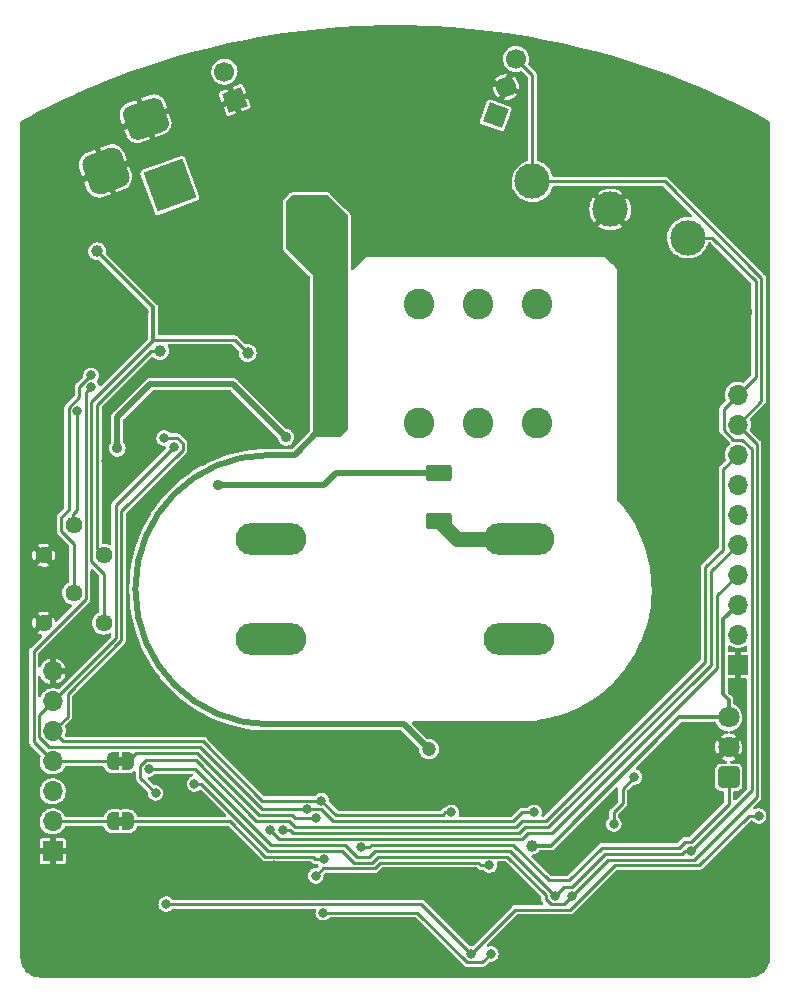
<source format=gbr>
%TF.GenerationSoftware,KiCad,Pcbnew,(6.0.0-0)*%
%TF.CreationDate,2022-04-04T00:05:55-05:00*%
%TF.ProjectId,SmartNeonPSU,536d6172-744e-4656-9f6e-5053552e6b69,rev?*%
%TF.SameCoordinates,Original*%
%TF.FileFunction,Copper,L2,Bot*%
%TF.FilePolarity,Positive*%
%FSLAX46Y46*%
G04 Gerber Fmt 4.6, Leading zero omitted, Abs format (unit mm)*
G04 Created by KiCad (PCBNEW (6.0.0-0)) date 2022-04-04 00:05:55*
%MOMM*%
%LPD*%
G01*
G04 APERTURE LIST*
G04 Aperture macros list*
%AMRoundRect*
0 Rectangle with rounded corners*
0 $1 Rounding radius*
0 $2 $3 $4 $5 $6 $7 $8 $9 X,Y pos of 4 corners*
0 Add a 4 corners polygon primitive as box body*
4,1,4,$2,$3,$4,$5,$6,$7,$8,$9,$2,$3,0*
0 Add four circle primitives for the rounded corners*
1,1,$1+$1,$2,$3*
1,1,$1+$1,$4,$5*
1,1,$1+$1,$6,$7*
1,1,$1+$1,$8,$9*
0 Add four rect primitives between the rounded corners*
20,1,$1+$1,$2,$3,$4,$5,0*
20,1,$1+$1,$4,$5,$6,$7,0*
20,1,$1+$1,$6,$7,$8,$9,0*
20,1,$1+$1,$8,$9,$2,$3,0*%
%AMHorizOval*
0 Thick line with rounded ends*
0 $1 width*
0 $2 $3 position (X,Y) of the first rounded end (center of the circle)*
0 $4 $5 position (X,Y) of the second rounded end (center of the circle)*
0 Add line between two ends*
20,1,$1,$2,$3,$4,$5,0*
0 Add two circle primitives to create the rounded ends*
1,1,$1,$2,$3*
1,1,$1,$4,$5*%
%AMRotRect*
0 Rectangle, with rotation*
0 The origin of the aperture is its center*
0 $1 length*
0 $2 width*
0 $3 Rotation angle, in degrees counterclockwise*
0 Add horizontal line*
21,1,$1,$2,0,0,$3*%
%AMFreePoly0*
4,1,22,0.500000,-0.750000,0.000000,-0.750000,0.000000,-0.745033,-0.079941,-0.743568,-0.215256,-0.701293,-0.333266,-0.622738,-0.424486,-0.514219,-0.481581,-0.384460,-0.499164,-0.250000,-0.500000,-0.250000,-0.500000,0.250000,-0.499164,0.250000,-0.499963,0.256109,-0.478152,0.396186,-0.417904,0.524511,-0.324060,0.630769,-0.204165,0.706417,-0.067858,0.745374,0.000000,0.744959,0.000000,0.750000,
0.500000,0.750000,0.500000,-0.750000,0.500000,-0.750000,$1*%
%AMFreePoly1*
4,1,20,0.000000,0.744959,0.073905,0.744508,0.209726,0.703889,0.328688,0.626782,0.421226,0.519385,0.479903,0.390333,0.500000,0.250000,0.500000,-0.250000,0.499851,-0.262216,0.476331,-0.402017,0.414519,-0.529596,0.319384,-0.634700,0.198574,-0.708877,0.061801,-0.746166,0.000000,-0.745033,0.000000,-0.750000,-0.500000,-0.750000,-0.500000,0.750000,0.000000,0.750000,0.000000,0.744959,
0.000000,0.744959,$1*%
G04 Aperture macros list end*
%TA.AperFunction,EtchedComponent*%
%ADD10C,0.200000*%
%TD*%
%TA.AperFunction,ComponentPad*%
%ADD11C,3.000000*%
%TD*%
%TA.AperFunction,ComponentPad*%
%ADD12C,0.800000*%
%TD*%
%TA.AperFunction,ComponentPad*%
%ADD13C,6.400000*%
%TD*%
%TA.AperFunction,ComponentPad*%
%ADD14O,6.000000X2.700000*%
%TD*%
%TA.AperFunction,ComponentPad*%
%ADD15RoundRect,0.250200X0.649800X-0.649800X0.649800X0.649800X-0.649800X0.649800X-0.649800X-0.649800X0*%
%TD*%
%TA.AperFunction,ComponentPad*%
%ADD16C,1.800000*%
%TD*%
%TA.AperFunction,ComponentPad*%
%ADD17C,1.440000*%
%TD*%
%TA.AperFunction,ComponentPad*%
%ADD18R,1.700000X1.700000*%
%TD*%
%TA.AperFunction,ComponentPad*%
%ADD19O,1.700000X1.700000*%
%TD*%
%TA.AperFunction,ComponentPad*%
%ADD20C,2.600000*%
%TD*%
%TA.AperFunction,ComponentPad*%
%ADD21RotRect,1.700000X1.700000X200.000000*%
%TD*%
%TA.AperFunction,ComponentPad*%
%ADD22HorizOval,1.700000X0.000000X0.000000X0.000000X0.000000X0*%
%TD*%
%TA.AperFunction,ComponentPad*%
%ADD23RotRect,3.500000X3.500000X290.000000*%
%TD*%
%TA.AperFunction,ComponentPad*%
%ADD24RoundRect,0.750000X-1.196208X0.362749X-0.683178X-1.046790X1.196208X-0.362749X0.683178X1.046790X0*%
%TD*%
%TA.AperFunction,ComponentPad*%
%ADD25RoundRect,0.875000X-1.121499X0.522963X-0.522963X-1.121499X1.121499X-0.522963X0.522963X1.121499X0*%
%TD*%
%TA.AperFunction,ComponentPad*%
%ADD26RotRect,1.700000X1.700000X160.000000*%
%TD*%
%TA.AperFunction,ComponentPad*%
%ADD27HorizOval,1.700000X0.000000X0.000000X0.000000X0.000000X0*%
%TD*%
%TA.AperFunction,SMDPad,CuDef*%
%ADD28RoundRect,0.250000X0.250000X0.475000X-0.250000X0.475000X-0.250000X-0.475000X0.250000X-0.475000X0*%
%TD*%
%TA.AperFunction,SMDPad,CuDef*%
%ADD29FreePoly0,180.000000*%
%TD*%
%TA.AperFunction,SMDPad,CuDef*%
%ADD30FreePoly1,180.000000*%
%TD*%
%TA.AperFunction,SMDPad,CuDef*%
%ADD31RoundRect,0.249999X0.850001X-0.450001X0.850001X0.450001X-0.850001X0.450001X-0.850001X-0.450001X0*%
%TD*%
%TA.AperFunction,ViaPad*%
%ADD32C,0.800000*%
%TD*%
%TA.AperFunction,ViaPad*%
%ADD33C,1.200000*%
%TD*%
%TA.AperFunction,ViaPad*%
%ADD34C,1.000000*%
%TD*%
%TA.AperFunction,ViaPad*%
%ADD35C,0.900000*%
%TD*%
%TA.AperFunction,Conductor*%
%ADD36C,0.500000*%
%TD*%
%TA.AperFunction,Conductor*%
%ADD37C,0.250000*%
%TD*%
%TA.AperFunction,Conductor*%
%ADD38C,0.300000*%
%TD*%
%TA.AperFunction,Conductor*%
%ADD39C,1.270000*%
%TD*%
G04 APERTURE END LIST*
D10*
%TO.C,JP2*%
X126480000Y-116080000D02*
X126980000Y-116080000D01*
X126980000Y-116080000D02*
X126980000Y-116680000D01*
X126980000Y-116680000D02*
X126480000Y-116680000D01*
X126480000Y-116680000D02*
X126480000Y-116080000D01*
G36*
X126980000Y-116680000D02*
G01*
X126480000Y-116680000D01*
X126480000Y-116080000D01*
X126980000Y-116080000D01*
X126980000Y-116680000D01*
G37*
X126980000Y-116680000D02*
X126480000Y-116680000D01*
X126480000Y-116080000D01*
X126980000Y-116080000D01*
X126980000Y-116680000D01*
%TO.C,JP1*%
X126480000Y-121160000D02*
X126980000Y-121160000D01*
X126980000Y-121160000D02*
X126980000Y-121760000D01*
X126980000Y-121760000D02*
X126480000Y-121760000D01*
X126480000Y-121760000D02*
X126480000Y-121160000D01*
G36*
X126980000Y-121760000D02*
G01*
X126480000Y-121760000D01*
X126480000Y-121160000D01*
X126980000Y-121160000D01*
X126980000Y-121760000D01*
G37*
X126980000Y-121760000D02*
X126480000Y-121760000D01*
X126480000Y-121160000D01*
X126980000Y-121160000D01*
X126980000Y-121760000D01*
%TD*%
D11*
%TO.P,SW3,1,1*%
%TO.N,/GPIO0*%
X174773283Y-72049620D03*
%TO.P,SW3,2,2*%
%TO.N,GND*%
X168195435Y-69655479D03*
%TO.P,SW3,3,3*%
%TO.N,/GPIO2*%
X161617586Y-67261338D03*
%TD*%
D12*
%TO.P,H4,1,1*%
%TO.N,GND*%
X175302944Y-76602944D03*
X178697056Y-79997056D03*
X178697056Y-76602944D03*
X179400000Y-78300000D03*
X175302944Y-79997056D03*
X177000000Y-80700000D03*
X174600000Y-78300000D03*
X177000000Y-75900000D03*
D13*
X177000000Y-78300000D03*
%TD*%
D12*
%TO.P,H3,1,1*%
%TO.N,GND*%
X178697056Y-128602944D03*
X175302944Y-128602944D03*
X177000000Y-127900000D03*
X174600000Y-130300000D03*
X175302944Y-131997056D03*
D13*
X177000000Y-130300000D03*
D12*
X178697056Y-131997056D03*
X177000000Y-132700000D03*
X179400000Y-130300000D03*
%TD*%
D14*
%TO.P,J6,1,Pin_1*%
%TO.N,/HV*%
X160500000Y-97550000D03*
X160500000Y-106050000D03*
%TD*%
D15*
%TO.P,U1,1,OUT*%
%TO.N,/GPI35*%
X178225000Y-117740000D03*
D16*
%TO.P,U1,2,GND*%
%TO.N,GND*%
X178225000Y-115200000D03*
%TO.P,U1,3,Vs*%
%TO.N,+3V3*%
X178225000Y-112660000D03*
%TD*%
D17*
%TO.P,RV2,1,1*%
%TO.N,GND*%
X120225000Y-104675000D03*
%TO.P,RV2,2,2*%
%TO.N,/BBR*%
X122765000Y-102135000D03*
%TO.P,RV2,3,3*%
%TO.N,/V5*%
X125305000Y-104675000D03*
%TD*%
D14*
%TO.P,J7,1,Pin_1*%
%TO.N,/CSEN*%
X139500000Y-106050000D03*
X139500000Y-97550000D03*
%TD*%
D12*
%TO.P,H2,1,1*%
%TO.N,GND*%
X121302944Y-131997056D03*
X124697056Y-128602944D03*
X123000000Y-127900000D03*
X125400000Y-130300000D03*
X123000000Y-132700000D03*
X120600000Y-130300000D03*
X121302944Y-128602944D03*
D13*
X123000000Y-130300000D03*
D12*
X124697056Y-131997056D03*
%TD*%
D18*
%TO.P,J4,1,Pin_1*%
%TO.N,GND*%
X121000000Y-124000000D03*
D19*
%TO.P,J4,2,Pin_2*%
%TO.N,/ABR*%
X121000000Y-121460000D03*
%TO.P,J4,3,Pin_3*%
%TO.N,/BBR*%
X121000000Y-118920000D03*
%TO.P,J4,4,Pin_4*%
%TO.N,/BC*%
X121000000Y-116380000D03*
%TO.P,J4,5,Pin_5*%
%TO.N,/TPS_EN*%
X121000000Y-113840000D03*
%TO.P,J4,6,Pin_6*%
%TO.N,/FAULT*%
X121000000Y-111300000D03*
%TO.P,J4,7,Pin_7*%
%TO.N,GND*%
X121000000Y-108760000D03*
%TD*%
D20*
%TO.P,TR1,1*%
%TO.N,/XFMR*%
X162000000Y-77700000D03*
%TO.P,TR1,2*%
%TO.N,unconnected-(TR1-Pad2)*%
X157000000Y-77700000D03*
%TO.P,TR1,3*%
%TO.N,/SC*%
X152000000Y-77700000D03*
%TO.P,TR1,4*%
%TO.N,/OCP*%
X152000000Y-87700000D03*
%TO.P,TR1,5*%
%TO.N,unconnected-(TR1-Pad5)*%
X157000000Y-87700000D03*
%TO.P,TR1,6*%
%TO.N,/HV*%
X162000000Y-87700000D03*
%TD*%
D21*
%TO.P,J2,1,Pin_1*%
%TO.N,GND*%
X136404033Y-60383167D03*
D22*
%TO.P,J2,2,Pin_2*%
%TO.N,Net-(F1-Pad2)*%
X135535302Y-57996348D03*
%TD*%
D23*
%TO.P,J1,1*%
%TO.N,Net-(F1-Pad2)*%
X130915038Y-67608002D03*
D24*
%TO.P,J1,2*%
%TO.N,GND*%
X128862917Y-61969846D03*
D25*
%TO.P,J1,3*%
X125472422Y-66396419D03*
%TD*%
D12*
%TO.P,H5,1,1*%
%TO.N,GND*%
X147600000Y-61300000D03*
X152400000Y-61300000D03*
X151697056Y-62997056D03*
X151697056Y-59602944D03*
X148302944Y-62997056D03*
D13*
X150000000Y-61300000D03*
D12*
X150000000Y-63700000D03*
X150000000Y-58900000D03*
X148302944Y-59602944D03*
%TD*%
%TO.P,H1,1,1*%
%TO.N,GND*%
X121302944Y-79997056D03*
X123000000Y-75900000D03*
X124697056Y-79997056D03*
X125400000Y-78300000D03*
X120600000Y-78300000D03*
X124697056Y-76602944D03*
X121302944Y-76602944D03*
X123000000Y-80700000D03*
D13*
X123000000Y-78300000D03*
%TD*%
D17*
%TO.P,RV1,1,1*%
%TO.N,GND*%
X120225000Y-98925000D03*
%TO.P,RV1,2,2*%
%TO.N,/ABR*%
X122765000Y-96385000D03*
%TO.P,RV1,3,3*%
%TO.N,/VREF*%
X125305000Y-98925000D03*
%TD*%
D26*
%TO.P,J5,1,Pin_1*%
%TO.N,/GPIO0*%
X158500000Y-61700000D03*
D27*
%TO.P,J5,2,Pin_2*%
%TO.N,GND*%
X159368731Y-59313181D03*
%TO.P,J5,3,Pin_3*%
%TO.N,/GPIO2*%
X160237462Y-56926361D03*
%TD*%
D18*
%TO.P,J3,1,Pin_1*%
%TO.N,GND*%
X179000000Y-108200000D03*
D19*
%TO.P,J3,2,Pin_2*%
%TO.N,/~{RTS}*%
X179000000Y-105660000D03*
%TO.P,J3,3,Pin_3*%
%TO.N,+3V3*%
X179000000Y-103120000D03*
%TO.P,J3,4,Pin_4*%
%TO.N,/GPIO3*%
X179000000Y-100580000D03*
%TO.P,J3,5,Pin_5*%
%TO.N,/GPIO1*%
X179000000Y-98040000D03*
%TO.P,J3,6,Pin_6*%
%TO.N,/~{DTR}*%
X179000000Y-95500000D03*
%TO.P,J3,7,Pin_7*%
%TO.N,/GPIO5*%
X179000000Y-92960000D03*
%TO.P,J3,8,Pin_8*%
%TO.N,/GPIO4*%
X179000000Y-90420000D03*
%TO.P,J3,9,Pin_9*%
%TO.N,/GPIO2*%
X179000000Y-87880000D03*
%TO.P,J3,10,Pin_10*%
%TO.N,/GPIO0*%
X179000000Y-85340000D03*
%TD*%
D28*
%TO.P,C2,1*%
%TO.N,+12V*%
X143950000Y-84950000D03*
%TO.P,C2,2*%
%TO.N,GND*%
X142050000Y-84950000D03*
%TD*%
D29*
%TO.P,JP2,1,A*%
%TO.N,/ESP_BC*%
X127380000Y-116380000D03*
D30*
%TO.P,JP2,2,B*%
%TO.N,/BC*%
X126080000Y-116380000D03*
%TD*%
D29*
%TO.P,JP1,1,A*%
%TO.N,/ESP_ABR*%
X127380000Y-121460000D03*
D30*
%TO.P,JP1,2,B*%
%TO.N,/ABR*%
X126080000Y-121460000D03*
%TD*%
D31*
%TO.P,C21,1*%
%TO.N,/HV*%
X153722317Y-96050000D03*
%TO.P,C21,2*%
%TO.N,/VSEN*%
X153722317Y-91950000D03*
%TD*%
D32*
%TO.N,+12V*%
X142750000Y-70450000D03*
X144000000Y-72950000D03*
X144000000Y-70450000D03*
X144750000Y-88450000D03*
X143500000Y-85950000D03*
X144750000Y-85950000D03*
X143500000Y-87200000D03*
X141500000Y-70450000D03*
X141500000Y-71700000D03*
X144000000Y-71700000D03*
X142750000Y-72950000D03*
X142750000Y-69200000D03*
X144750000Y-87200000D03*
X141500000Y-72950000D03*
X142750000Y-71700000D03*
X144000000Y-69200000D03*
X141500000Y-69200000D03*
X143500000Y-88450000D03*
D33*
X152850000Y-115350000D03*
D32*
%TO.N,GND*%
X172750000Y-116450000D03*
X165000000Y-113700000D03*
X141000000Y-79200000D03*
X137250000Y-89450000D03*
X150500000Y-114450000D03*
X150000000Y-117450000D03*
X152000000Y-67700000D03*
X155000000Y-71200000D03*
X150000000Y-116450000D03*
X126500000Y-91700000D03*
X148250000Y-118950000D03*
X135250000Y-89450000D03*
X154000000Y-71200000D03*
X136250000Y-127700000D03*
X133250000Y-113700000D03*
X125500000Y-90950000D03*
X139750000Y-127700000D03*
X164250000Y-124950000D03*
X148250000Y-116950000D03*
X155000000Y-67700000D03*
X138000000Y-126450000D03*
X129250000Y-89450000D03*
X153000000Y-67700000D03*
X139750000Y-81700000D03*
X139750000Y-79200000D03*
X150000000Y-118450000D03*
X150000000Y-119450000D03*
X151000000Y-118450000D03*
X152000000Y-116950000D03*
X139750000Y-125200000D03*
D34*
X132075181Y-81624819D03*
D32*
X136250000Y-125200000D03*
X151000000Y-116450000D03*
X150500000Y-115450000D03*
X152000000Y-71200000D03*
X151000000Y-117450000D03*
X141000000Y-81700000D03*
X128250000Y-108700000D03*
X152000000Y-117950000D03*
X133250000Y-89450000D03*
X154000000Y-67700000D03*
X142250000Y-85950000D03*
X127750000Y-96700000D03*
X170000000Y-108700000D03*
X152000000Y-118950000D03*
X153000000Y-71200000D03*
X151000000Y-119450000D03*
X128750000Y-78350000D03*
X139750000Y-80450000D03*
X148250000Y-117950000D03*
X141000000Y-80450000D03*
X142250000Y-87200000D03*
%TO.N,/ABR*%
X123085011Y-86756257D03*
%TO.N,/BBR*%
X124250000Y-83700000D03*
D34*
%TO.N,+3V3*%
X161548817Y-123514710D03*
%TO.N,/V5*%
X137500000Y-81800000D03*
X124750000Y-73200000D03*
%TO.N,/VREF*%
X130075472Y-81624528D03*
D32*
%TO.N,/ESP_EN*%
X143268409Y-126074813D03*
X157974500Y-125174500D03*
D35*
%TO.N,/VSEN*%
X135014348Y-93020948D03*
D32*
%TO.N,Net-(D2-Pad2)*%
X168500000Y-121700000D03*
X170250000Y-117700000D03*
%TO.N,/GPIO5*%
X130605789Y-128464705D03*
X156400000Y-132681414D03*
X180770325Y-121002235D03*
%TO.N,/GPIO3*%
X139400000Y-122200000D03*
%TO.N,/GPIO1*%
X140500000Y-122200000D03*
%TO.N,/GPIO4*%
X129706733Y-119071923D03*
%TO.N,/GPIO2*%
X165000000Y-127750000D03*
X133000000Y-118294502D03*
%TO.N,/GPIO0*%
X163500000Y-127750000D03*
X174999861Y-123999861D03*
X129158288Y-117036343D03*
%TO.N,/BC*%
X124250000Y-84700000D03*
%TO.N,/TPS_EN*%
X143750000Y-119700000D03*
X130426138Y-88999876D03*
X154750000Y-120700000D03*
%TO.N,/FAULT*%
X142500000Y-120450000D03*
X158100000Y-132685346D03*
X161750000Y-120700000D03*
X143900498Y-129200000D03*
X131250000Y-89749500D03*
D35*
%TO.N,/OCP*%
X140750000Y-88950000D03*
X126461878Y-89872168D03*
D32*
%TO.N,/GPI35*%
X147099502Y-123677761D03*
%TO.N,/ESP_ABR*%
X143929068Y-124677860D03*
%TO.N,/ESP_BC*%
X143250000Y-121200000D03*
%TD*%
D36*
%TO.N,+12V*%
X139250000Y-90450000D02*
X141500000Y-90450000D01*
X143500000Y-88450000D02*
X141500000Y-90450000D01*
X139394601Y-113262803D02*
X150762803Y-113262803D01*
X127999999Y-101868201D02*
X127999999Y-101700001D01*
X150762803Y-113262803D02*
X152850000Y-115350000D01*
X139250000Y-90450000D02*
G75*
G03*
X127999999Y-101700001I0J-11250001D01*
G01*
X139394601Y-113262803D02*
G75*
G02*
X127999999Y-101868201I1J11394603D01*
G01*
D37*
%TO.N,/ABR*%
X122765000Y-96385000D02*
X122750000Y-96370000D01*
X122750000Y-95450000D02*
X123085011Y-95114989D01*
X122750000Y-96370000D02*
X122750000Y-95450000D01*
X121000000Y-121460000D02*
X126080000Y-121460000D01*
X123085011Y-95114989D02*
X123085011Y-86756257D01*
%TO.N,/BBR*%
X122765000Y-97965000D02*
X121720489Y-96920489D01*
X122359055Y-95090945D02*
X122359055Y-86449295D01*
X123250000Y-84672947D02*
X124222947Y-83700000D01*
X122765000Y-102135000D02*
X122765000Y-97965000D01*
X124222947Y-83700000D02*
X124250000Y-83700000D01*
X123250000Y-85558350D02*
X123250000Y-84672947D01*
X121720489Y-96920489D02*
X121720489Y-95729511D01*
X121720489Y-95729511D02*
X122359055Y-95090945D01*
X122359055Y-86449295D02*
X123250000Y-85558350D01*
D38*
%TO.N,+3V3*%
X177750000Y-104370000D02*
X179000000Y-103120000D01*
X163185290Y-123514710D02*
X161548817Y-123514710D01*
X177750000Y-110700000D02*
X177750000Y-104370000D01*
X178225000Y-112660000D02*
X174040000Y-112660000D01*
X178225000Y-112660000D02*
X178225000Y-111175000D01*
X174040000Y-112660000D02*
X163185290Y-123514710D01*
X178225000Y-111175000D02*
X177750000Y-110700000D01*
D37*
%TO.N,/V5*%
X124260489Y-85939511D02*
X124260489Y-99460489D01*
D38*
X124750000Y-73200000D02*
X129500000Y-77950000D01*
D37*
X129500000Y-80700000D02*
X136400000Y-80700000D01*
X136400000Y-80700000D02*
X137500000Y-81800000D01*
X125305000Y-100505000D02*
X125305000Y-104675000D01*
X129500000Y-80700000D02*
X124260489Y-85939511D01*
X124260489Y-99460489D02*
X125305000Y-100505000D01*
D38*
X129500000Y-77950000D02*
X129500000Y-80700000D01*
D37*
%TO.N,/VREF*%
X129325470Y-81624528D02*
X130075472Y-81624528D01*
X124750000Y-86199998D02*
X129325470Y-81624528D01*
X124750000Y-98370000D02*
X124750000Y-86199998D01*
X125305000Y-98925000D02*
X124750000Y-98370000D01*
%TO.N,/ESP_EN*%
X148250000Y-125450000D02*
X143893222Y-125450000D01*
X143893222Y-125450000D02*
X143268409Y-126074813D01*
X148750000Y-124950000D02*
X148250000Y-125450000D01*
X157000000Y-124950000D02*
X148750000Y-124950000D01*
X157974500Y-125174500D02*
X157224500Y-125174500D01*
X157224500Y-125174500D02*
X157000000Y-124950000D01*
D39*
%TO.N,/HV*%
X153722317Y-96050000D02*
X155222317Y-97550000D01*
X155222317Y-97550000D02*
X160500000Y-97550000D01*
D36*
%TO.N,/VSEN*%
X143929052Y-93020948D02*
X145000000Y-91950000D01*
X135014348Y-93020948D02*
X143929052Y-93020948D01*
X145000000Y-91950000D02*
X153722317Y-91950000D01*
D37*
%TO.N,Net-(D2-Pad2)*%
X169250000Y-118950000D02*
X169250000Y-118700000D01*
X169250000Y-118700000D02*
X170250000Y-117700000D01*
X168500000Y-120700000D02*
X169250000Y-119950000D01*
X168500000Y-121700000D02*
X168500000Y-120700000D01*
X169250000Y-119950000D02*
X169250000Y-118950000D01*
%TO.N,/GPIO5*%
X179947765Y-121002235D02*
X180770325Y-121002235D01*
X164830500Y-128950000D02*
X168580500Y-125200000D01*
X164830500Y-128950000D02*
X160131414Y-128950000D01*
X130605789Y-128464705D02*
X152183291Y-128464705D01*
X175750000Y-125200000D02*
X179947765Y-121002235D01*
X168580500Y-125200000D02*
X175750000Y-125200000D01*
X160131414Y-128950000D02*
X156400000Y-132681414D01*
X152183291Y-128464705D02*
X156400000Y-132681414D01*
%TO.N,/GPIO3*%
X140150000Y-122950000D02*
X139400000Y-122200000D01*
X177250000Y-102330000D02*
X177250000Y-108450000D01*
X179000000Y-100580000D02*
X177250000Y-102330000D01*
X163250000Y-122450000D02*
X161250000Y-122450000D01*
X177250000Y-108450000D02*
X163250000Y-122450000D01*
X160750000Y-122950000D02*
X140150000Y-122950000D01*
X161250000Y-122450000D02*
X160750000Y-122950000D01*
%TO.N,/GPIO1*%
X162973371Y-121976629D02*
X176750000Y-108200000D01*
X176750000Y-100290000D02*
X179000000Y-98040000D01*
X176750000Y-108200000D02*
X176750000Y-100290000D01*
X160500000Y-122450000D02*
X160973371Y-121976629D01*
X141066656Y-122200000D02*
X141316656Y-122450000D01*
X141066656Y-122200000D02*
X140500000Y-122200000D01*
X141316656Y-122450000D02*
X160500000Y-122450000D01*
X160973371Y-121976629D02*
X162973371Y-121976629D01*
%TO.N,/GPIO4*%
X176250000Y-107950000D02*
X176250000Y-99950000D01*
X138250000Y-121450000D02*
X141000000Y-121450000D01*
X160250000Y-121950000D02*
X160750000Y-121450000D01*
X133096166Y-116296166D02*
X138250000Y-121450000D01*
X162750000Y-121450000D02*
X176250000Y-107950000D01*
X177750000Y-98450000D02*
X177750000Y-91670000D01*
X141000000Y-121450000D02*
X141500000Y-121950000D01*
X128421810Y-116740696D02*
X128866340Y-116296166D01*
X128421810Y-117787000D02*
X128421810Y-116740696D01*
X176250000Y-99950000D02*
X177750000Y-98450000D01*
X160750000Y-121450000D02*
X162750000Y-121450000D01*
X141500000Y-121950000D02*
X160250000Y-121950000D01*
X129706733Y-119071923D02*
X128421810Y-117787000D01*
X177750000Y-91670000D02*
X179000000Y-90420000D01*
X128866340Y-116296166D02*
X133096166Y-116296166D01*
%TO.N,/GPIO2*%
X133000000Y-118294502D02*
X133594502Y-118294502D01*
X162750000Y-127700000D02*
X162750000Y-128061414D01*
X163180263Y-128491677D02*
X164258323Y-128491677D01*
X168000000Y-124750000D02*
X175274320Y-124750000D01*
X161617586Y-67261338D02*
X161617586Y-58306485D01*
X139250000Y-123950000D02*
X145500000Y-123950000D01*
X145500000Y-123950000D02*
X146500000Y-124950000D01*
X164258323Y-128491677D02*
X165000000Y-127750000D01*
X161617586Y-58306485D02*
X160237462Y-56926361D01*
X146500000Y-124950000D02*
X148000000Y-124950000D01*
X165000000Y-127750000D02*
X168000000Y-124750000D01*
X180624022Y-119400298D02*
X175274320Y-124750000D01*
X162750000Y-128061414D02*
X163180263Y-128491677D01*
X181000000Y-75450000D02*
X172811338Y-67261338D01*
X181000000Y-85880000D02*
X181000000Y-75450000D01*
X133594502Y-118294502D02*
X139250000Y-123950000D01*
X179000000Y-87880000D02*
X181000000Y-85880000D01*
X172811338Y-67261338D02*
X161617586Y-67261338D01*
X179000000Y-87880000D02*
X180624022Y-89504022D01*
X148500000Y-124450000D02*
X159500000Y-124450000D01*
X148000000Y-124950000D02*
X148500000Y-124450000D01*
X180624022Y-89504022D02*
X180624022Y-119400298D01*
X159500000Y-124450000D02*
X162750000Y-127700000D01*
%TO.N,/GPIO0*%
X147750000Y-124450000D02*
X146750000Y-124450000D01*
X180524511Y-75724511D02*
X176849620Y-72049620D01*
X148250000Y-123950000D02*
X147750000Y-124450000D01*
X174500139Y-123999861D02*
X174999861Y-123999861D01*
X163500000Y-127750000D02*
X164250000Y-127000000D01*
X165000000Y-127000000D02*
X167750000Y-124250000D01*
X179393059Y-89152049D02*
X180174511Y-89933501D01*
X163500000Y-127750000D02*
X159700000Y-123950000D01*
X178611039Y-89152049D02*
X179393059Y-89152049D01*
X146750000Y-124450000D02*
X145750000Y-123450000D01*
X180174511Y-89933501D02*
X180174511Y-118825211D01*
X145750000Y-123450000D02*
X139500000Y-123450000D01*
X164250000Y-127000000D02*
X165000000Y-127000000D01*
X177825489Y-86514511D02*
X177825489Y-88366499D01*
X179000000Y-85340000D02*
X180524511Y-83815489D01*
X159700000Y-123950000D02*
X148250000Y-123950000D01*
X167750000Y-124250000D02*
X174250000Y-124250000D01*
X180174511Y-118825211D02*
X174999861Y-123999861D01*
X174250000Y-124250000D02*
X174500139Y-123999861D01*
X180524511Y-83815489D02*
X180524511Y-75724511D01*
X133086343Y-117036343D02*
X129158288Y-117036343D01*
X179000000Y-85340000D02*
X177825489Y-86514511D01*
X176849620Y-72049620D02*
X174773283Y-72049620D01*
X139500000Y-123450000D02*
X133086343Y-117036343D01*
X177825489Y-88366499D02*
X178611039Y-89152049D01*
%TO.N,/BC*%
X119371265Y-114751265D02*
X119371265Y-107078735D01*
X119371265Y-107078735D02*
X123809511Y-102640489D01*
X121000000Y-116380000D02*
X126080000Y-116380000D01*
X123809511Y-85140489D02*
X124250000Y-84700000D01*
X121000000Y-116380000D02*
X119371265Y-114751265D01*
X123809511Y-102640489D02*
X123809511Y-85140489D01*
%TO.N,/TPS_EN*%
X122250000Y-112590000D02*
X122250000Y-110700000D01*
X145000000Y-120950000D02*
X154000000Y-120950000D01*
X154250000Y-120700000D02*
X154750000Y-120700000D01*
X131549876Y-88999876D02*
X130426138Y-88999876D01*
X154000000Y-120950000D02*
X154250000Y-120700000D01*
X126812132Y-95216745D02*
X132000000Y-90028877D01*
X133750000Y-114700000D02*
X121860000Y-114700000D01*
X122250000Y-110700000D02*
X126812132Y-106137868D01*
X138750000Y-119700000D02*
X133750000Y-114700000D01*
X121860000Y-114700000D02*
X121000000Y-113840000D01*
X132000000Y-90028877D02*
X132000000Y-89450000D01*
X143750000Y-119700000D02*
X145000000Y-120950000D01*
X143750000Y-119700000D02*
X138750000Y-119700000D01*
X121000000Y-113840000D02*
X122250000Y-112590000D01*
X126812132Y-106137868D02*
X126812132Y-95216745D01*
X132000000Y-89450000D02*
X131549876Y-88999876D01*
%TO.N,/FAULT*%
X121000000Y-111300000D02*
X126349511Y-105950489D01*
X157375212Y-133410134D02*
X158100000Y-132685346D01*
X160750000Y-120700000D02*
X160000000Y-121450000D01*
X143900498Y-129200000D02*
X151881894Y-129200000D01*
X156092028Y-133410134D02*
X157375212Y-133410134D01*
X144750000Y-121450000D02*
X143750000Y-120450000D01*
X143750000Y-120450000D02*
X142500000Y-120450000D01*
X126349511Y-94649989D02*
X131250000Y-89749500D01*
X161750000Y-120700000D02*
X160750000Y-120700000D01*
X144750000Y-121450000D02*
X160000000Y-121450000D01*
X133500000Y-115200000D02*
X120698990Y-115200000D01*
X138750000Y-120450000D02*
X133500000Y-115200000D01*
X120698990Y-115200000D02*
X119823820Y-114324830D01*
X142500000Y-120450000D02*
X138750000Y-120450000D01*
X119823820Y-112476180D02*
X121000000Y-111300000D01*
X126349511Y-105950489D02*
X126349511Y-94649989D01*
X151881894Y-129200000D02*
X156092028Y-133410134D01*
X119823820Y-114324830D02*
X119823820Y-112476180D01*
D36*
%TO.N,/OCP*%
X126461878Y-87238122D02*
X129250000Y-84450000D01*
X126461878Y-89872168D02*
X126461878Y-87238122D01*
X136250000Y-84450000D02*
X140750000Y-88950000D01*
X129250000Y-84450000D02*
X136250000Y-84450000D01*
D37*
%TO.N,/GPI35*%
X175000000Y-123200000D02*
X178225000Y-119975000D01*
X174500000Y-123200000D02*
X175000000Y-123200000D01*
X147772239Y-123677761D02*
X148000000Y-123450000D01*
X164750000Y-126450000D02*
X167500000Y-123700000D01*
X148000000Y-123450000D02*
X160000000Y-123450000D01*
X178225000Y-119975000D02*
X178225000Y-117740000D01*
X163000000Y-126450000D02*
X164750000Y-126450000D01*
X147099502Y-123677761D02*
X147772239Y-123677761D01*
X174000000Y-123700000D02*
X174500000Y-123200000D01*
X167500000Y-123700000D02*
X174000000Y-123700000D01*
X160000000Y-123450000D02*
X163000000Y-126450000D01*
%TO.N,/ESP_ABR*%
X136010000Y-121460000D02*
X127380000Y-121460000D01*
X139000000Y-124450000D02*
X136010000Y-121460000D01*
X143929068Y-124677860D02*
X143227860Y-124677860D01*
X143227860Y-124677860D02*
X143000000Y-124450000D01*
X143000000Y-124450000D02*
X139000000Y-124450000D01*
%TO.N,/ESP_BC*%
X141500000Y-121200000D02*
X141250000Y-120950000D01*
X141250000Y-120950000D02*
X138500000Y-120950000D01*
X143250000Y-121200000D02*
X141500000Y-121200000D01*
X138500000Y-120950000D02*
X133250000Y-115700000D01*
X128060000Y-115700000D02*
X127380000Y-116380000D01*
X133250000Y-115700000D02*
X128060000Y-115700000D01*
%TD*%
%TA.AperFunction,Conductor*%
%TO.N,GND*%
G36*
X151364620Y-54072364D02*
G01*
X151582641Y-54074983D01*
X151585667Y-54075056D01*
X152095251Y-54093423D01*
X153165851Y-54132012D01*
X153168862Y-54132157D01*
X154747296Y-54227052D01*
X154750248Y-54227266D01*
X156325912Y-54360039D01*
X156328924Y-54360329D01*
X157900977Y-54530910D01*
X157903930Y-54531267D01*
X159471386Y-54739549D01*
X159474344Y-54739977D01*
X161036421Y-54985855D01*
X161039376Y-54986357D01*
X161610094Y-55090295D01*
X162595011Y-55269666D01*
X162597981Y-55270244D01*
X164146365Y-55590831D01*
X164149321Y-55591480D01*
X165689603Y-55949172D01*
X165692491Y-55949880D01*
X167223724Y-56344459D01*
X167226594Y-56345235D01*
X168747925Y-56776479D01*
X168750816Y-56777336D01*
X170221976Y-57232803D01*
X170261337Y-57244989D01*
X170264215Y-57245918D01*
X171763073Y-57749717D01*
X171765875Y-57750696D01*
X172592137Y-58050692D01*
X173252189Y-58290341D01*
X173255021Y-58291408D01*
X174727896Y-58866575D01*
X174730702Y-58867709D01*
X175786435Y-59309486D01*
X176160850Y-59466162D01*
X176189419Y-59478117D01*
X176192181Y-59479313D01*
X177232537Y-59944323D01*
X177635761Y-60124553D01*
X177638509Y-60125821D01*
X179066192Y-60805553D01*
X179068907Y-60806886D01*
X180479871Y-61520720D01*
X180482490Y-61522084D01*
X181010433Y-61805306D01*
X181679564Y-62164270D01*
X181730137Y-62214099D01*
X181746000Y-62275302D01*
X181746000Y-132914348D01*
X181743568Y-132938986D01*
X181741024Y-132951745D01*
X181743439Y-132963916D01*
X181743433Y-132976325D01*
X181742789Y-132976325D01*
X181743457Y-132987069D01*
X181742820Y-132995917D01*
X181728769Y-133191100D01*
X181726202Y-133208894D01*
X181697391Y-133341041D01*
X181677003Y-133434551D01*
X181671930Y-133451798D01*
X181591115Y-133668162D01*
X181583639Y-133684511D01*
X181472856Y-133887169D01*
X181463138Y-133902277D01*
X181390362Y-133999399D01*
X181324637Y-134087112D01*
X181312858Y-134100693D01*
X181149466Y-134263932D01*
X181135874Y-134275698D01*
X181002158Y-134375700D01*
X180951711Y-134413428D01*
X180950923Y-134414017D01*
X180935797Y-134423728D01*
X180834410Y-134479029D01*
X180733026Y-134534327D01*
X180716669Y-134541787D01*
X180500240Y-134622396D01*
X180482991Y-134627453D01*
X180257278Y-134676443D01*
X180239489Y-134678992D01*
X180035440Y-134693490D01*
X180024699Y-134692811D01*
X180024699Y-134693456D01*
X180012293Y-134693451D01*
X180000121Y-134691024D01*
X179987181Y-134693592D01*
X179962665Y-134696000D01*
X120037425Y-134696000D01*
X120012847Y-134693579D01*
X120000000Y-134691024D01*
X119987829Y-134693445D01*
X119975419Y-134693445D01*
X119975419Y-134692802D01*
X119964674Y-134693473D01*
X119760509Y-134678871D01*
X119742715Y-134676313D01*
X119699540Y-134666921D01*
X119516900Y-134627190D01*
X119499652Y-134622126D01*
X119283119Y-134541363D01*
X119266775Y-134533898D01*
X119063946Y-134423145D01*
X119048827Y-134413428D01*
X118863824Y-134274936D01*
X118850238Y-134263163D01*
X118686836Y-134099761D01*
X118675063Y-134086175D01*
X118536573Y-133901174D01*
X118526854Y-133886051D01*
X118428811Y-133706499D01*
X118416100Y-133683221D01*
X118408635Y-133666876D01*
X118327875Y-133450349D01*
X118322810Y-133433100D01*
X118273687Y-133207283D01*
X118271129Y-133189489D01*
X118256527Y-132985324D01*
X118257198Y-132974579D01*
X118256555Y-132974579D01*
X118256555Y-132962169D01*
X118258976Y-132949998D01*
X118256421Y-132937151D01*
X118254000Y-132912573D01*
X118254000Y-124868828D01*
X119896001Y-124868828D01*
X119897209Y-124881088D01*
X119908315Y-124936931D01*
X119917633Y-124959427D01*
X119959983Y-125022808D01*
X119977192Y-125040017D01*
X120040575Y-125082368D01*
X120063066Y-125091684D01*
X120118915Y-125102793D01*
X120131170Y-125104000D01*
X120727885Y-125104000D01*
X120743124Y-125099525D01*
X120744329Y-125098135D01*
X120746000Y-125090452D01*
X120746000Y-125085884D01*
X121254000Y-125085884D01*
X121258475Y-125101123D01*
X121259865Y-125102328D01*
X121267548Y-125103999D01*
X121868828Y-125103999D01*
X121881088Y-125102791D01*
X121936931Y-125091685D01*
X121959427Y-125082367D01*
X122022808Y-125040017D01*
X122040017Y-125022808D01*
X122082368Y-124959425D01*
X122091684Y-124936934D01*
X122102793Y-124881085D01*
X122104000Y-124868830D01*
X122104000Y-124272115D01*
X122099525Y-124256876D01*
X122098135Y-124255671D01*
X122090452Y-124254000D01*
X121272115Y-124254000D01*
X121256876Y-124258475D01*
X121255671Y-124259865D01*
X121254000Y-124267548D01*
X121254000Y-125085884D01*
X120746000Y-125085884D01*
X120746000Y-124272115D01*
X120741525Y-124256876D01*
X120740135Y-124255671D01*
X120732452Y-124254000D01*
X119914116Y-124254000D01*
X119898877Y-124258475D01*
X119897672Y-124259865D01*
X119896001Y-124267548D01*
X119896001Y-124868828D01*
X118254000Y-124868828D01*
X118254000Y-123727885D01*
X119896000Y-123727885D01*
X119900475Y-123743124D01*
X119901865Y-123744329D01*
X119909548Y-123746000D01*
X120727885Y-123746000D01*
X120743124Y-123741525D01*
X120744329Y-123740135D01*
X120746000Y-123732452D01*
X120746000Y-123727885D01*
X121254000Y-123727885D01*
X121258475Y-123743124D01*
X121259865Y-123744329D01*
X121267548Y-123746000D01*
X122085884Y-123746000D01*
X122101123Y-123741525D01*
X122102328Y-123740135D01*
X122103999Y-123732452D01*
X122103999Y-123131172D01*
X122102791Y-123118912D01*
X122091685Y-123063069D01*
X122082367Y-123040573D01*
X122040017Y-122977192D01*
X122022808Y-122959983D01*
X121959425Y-122917632D01*
X121936934Y-122908316D01*
X121881085Y-122897207D01*
X121868830Y-122896000D01*
X121272115Y-122896000D01*
X121256876Y-122900475D01*
X121255671Y-122901865D01*
X121254000Y-122909548D01*
X121254000Y-123727885D01*
X120746000Y-123727885D01*
X120746000Y-122914116D01*
X120741525Y-122898877D01*
X120740135Y-122897672D01*
X120732452Y-122896001D01*
X120131172Y-122896001D01*
X120118912Y-122897209D01*
X120063069Y-122908315D01*
X120040573Y-122917633D01*
X119977192Y-122959983D01*
X119959983Y-122977192D01*
X119917632Y-123040575D01*
X119908316Y-123063066D01*
X119897207Y-123118915D01*
X119896000Y-123131170D01*
X119896000Y-123727885D01*
X118254000Y-123727885D01*
X118254000Y-118890964D01*
X119891148Y-118890964D01*
X119896207Y-118968158D01*
X119903556Y-119080271D01*
X119904424Y-119093522D01*
X119905845Y-119099118D01*
X119905846Y-119099123D01*
X119938986Y-119229609D01*
X119954392Y-119290269D01*
X119956809Y-119295512D01*
X119991721Y-119371242D01*
X120039377Y-119474616D01*
X120042710Y-119479332D01*
X120149083Y-119629847D01*
X120156533Y-119640389D01*
X120301938Y-119782035D01*
X120470720Y-119894812D01*
X120476023Y-119897090D01*
X120476026Y-119897092D01*
X120564707Y-119935192D01*
X120657228Y-119974942D01*
X120730244Y-119991464D01*
X120849579Y-120018467D01*
X120849584Y-120018468D01*
X120855216Y-120019742D01*
X120860987Y-120019969D01*
X120860989Y-120019969D01*
X120920756Y-120022317D01*
X121058053Y-120027712D01*
X121176183Y-120010584D01*
X121253231Y-119999413D01*
X121253236Y-119999412D01*
X121258945Y-119998584D01*
X121264409Y-119996729D01*
X121264414Y-119996728D01*
X121445693Y-119935192D01*
X121445698Y-119935190D01*
X121451165Y-119933334D01*
X121628276Y-119834147D01*
X121690934Y-119782035D01*
X121779913Y-119708031D01*
X121784345Y-119704345D01*
X121849582Y-119625907D01*
X121910453Y-119552718D01*
X121910455Y-119552715D01*
X121914147Y-119548276D01*
X121999582Y-119395721D01*
X122010510Y-119376208D01*
X122010511Y-119376206D01*
X122013334Y-119371165D01*
X122015190Y-119365698D01*
X122015192Y-119365693D01*
X122076728Y-119184414D01*
X122076729Y-119184409D01*
X122078584Y-119178945D01*
X122079412Y-119173236D01*
X122079413Y-119173231D01*
X122101557Y-119020500D01*
X122107712Y-118978053D01*
X122109232Y-118920000D01*
X122094550Y-118760211D01*
X122091187Y-118723613D01*
X122091186Y-118723610D01*
X122090658Y-118717859D01*
X122085897Y-118700978D01*
X122037125Y-118528046D01*
X122037124Y-118528044D01*
X122035557Y-118522487D01*
X122024978Y-118501033D01*
X121948331Y-118345609D01*
X121945776Y-118340428D01*
X121824320Y-118177779D01*
X121675258Y-118039987D01*
X121670375Y-118036906D01*
X121670371Y-118036903D01*
X121508464Y-117934748D01*
X121503581Y-117931667D01*
X121315039Y-117856446D01*
X121309379Y-117855320D01*
X121309375Y-117855319D01*
X121121613Y-117817971D01*
X121121610Y-117817971D01*
X121115946Y-117816844D01*
X121110171Y-117816768D01*
X121110167Y-117816768D01*
X121008793Y-117815441D01*
X120912971Y-117814187D01*
X120907274Y-117815166D01*
X120907273Y-117815166D01*
X120776920Y-117837565D01*
X120712910Y-117848564D01*
X120522463Y-117918824D01*
X120348010Y-118022612D01*
X120343670Y-118026418D01*
X120343666Y-118026421D01*
X120214047Y-118140095D01*
X120195392Y-118156455D01*
X120069720Y-118315869D01*
X120067031Y-118320980D01*
X120067029Y-118320983D01*
X120048829Y-118355576D01*
X119975203Y-118495515D01*
X119915007Y-118689378D01*
X119891148Y-118890964D01*
X118254000Y-118890964D01*
X118254000Y-114733141D01*
X118986945Y-114733141D01*
X118988169Y-114743482D01*
X118990892Y-114766488D01*
X118991242Y-114772419D01*
X118991337Y-114772411D01*
X118991765Y-114777589D01*
X118991765Y-114782789D01*
X118992619Y-114787918D01*
X118992619Y-114787921D01*
X118994934Y-114801830D01*
X118995771Y-114807708D01*
X118998553Y-114831210D01*
X119001795Y-114858606D01*
X119005758Y-114866858D01*
X119007261Y-114875891D01*
X119012208Y-114885060D01*
X119012209Y-114885062D01*
X119031599Y-114920997D01*
X119034296Y-114926290D01*
X119053050Y-114965347D01*
X119053053Y-114965351D01*
X119056484Y-114972497D01*
X119060079Y-114976773D01*
X119062002Y-114978696D01*
X119063774Y-114980628D01*
X119063817Y-114980707D01*
X119063693Y-114980820D01*
X119064169Y-114981360D01*
X119067255Y-114987079D01*
X119074900Y-114994146D01*
X119106851Y-115023681D01*
X119110417Y-115027111D01*
X119936477Y-115853171D01*
X119970503Y-115915483D01*
X119967715Y-115979630D01*
X119961514Y-115999602D01*
X119915007Y-116149378D01*
X119891148Y-116350964D01*
X119904424Y-116553522D01*
X119905845Y-116559118D01*
X119905846Y-116559123D01*
X119947790Y-116724275D01*
X119954392Y-116750269D01*
X119956809Y-116755512D01*
X119991803Y-116831419D01*
X120039377Y-116934616D01*
X120042710Y-116939332D01*
X120145293Y-117084484D01*
X120156533Y-117100389D01*
X120301938Y-117242035D01*
X120306742Y-117245245D01*
X120334799Y-117263992D01*
X120470720Y-117354812D01*
X120476023Y-117357090D01*
X120476026Y-117357092D01*
X120633317Y-117424669D01*
X120657228Y-117434942D01*
X120730244Y-117451464D01*
X120849579Y-117478467D01*
X120849584Y-117478468D01*
X120855216Y-117479742D01*
X120860987Y-117479969D01*
X120860989Y-117479969D01*
X120920756Y-117482317D01*
X121058053Y-117487712D01*
X121158499Y-117473148D01*
X121253231Y-117459413D01*
X121253236Y-117459412D01*
X121258945Y-117458584D01*
X121264409Y-117456729D01*
X121264414Y-117456728D01*
X121445693Y-117395192D01*
X121445698Y-117395190D01*
X121451165Y-117393334D01*
X121457210Y-117389949D01*
X121549369Y-117338337D01*
X121628276Y-117294147D01*
X121664534Y-117263992D01*
X121779913Y-117168031D01*
X121784345Y-117164345D01*
X121841463Y-117095669D01*
X121910453Y-117012718D01*
X121910455Y-117012715D01*
X121914147Y-117008276D01*
X122013334Y-116831165D01*
X122013787Y-116831419D01*
X122057368Y-116780151D01*
X122126488Y-116759500D01*
X125229518Y-116759500D01*
X125297639Y-116779502D01*
X125344132Y-116833158D01*
X125350454Y-116850138D01*
X125355491Y-116867361D01*
X125358946Y-116879178D01*
X125418226Y-117009557D01*
X125457864Y-117071538D01*
X125551354Y-117180039D01*
X125606796Y-117228404D01*
X125610557Y-117230842D01*
X125610560Y-117230844D01*
X125671358Y-117270251D01*
X125726981Y-117306304D01*
X125793769Y-117337164D01*
X125851189Y-117354336D01*
X125926689Y-117376915D01*
X125926694Y-117376916D01*
X125930987Y-117378200D01*
X125935419Y-117378862D01*
X125935422Y-117378863D01*
X125999319Y-117388412D01*
X125999322Y-117388412D01*
X126003750Y-117389074D01*
X126073655Y-117389501D01*
X126142491Y-117389922D01*
X126142496Y-117389922D01*
X126146971Y-117389949D01*
X126149440Y-117389611D01*
X126153282Y-117389486D01*
X126580000Y-117389486D01*
X126679301Y-117369734D01*
X126685331Y-117365705D01*
X126752373Y-117358497D01*
X126772905Y-117364527D01*
X126780699Y-117369734D01*
X126880000Y-117389486D01*
X127370743Y-117389486D01*
X127371513Y-117389488D01*
X127442485Y-117389922D01*
X127442491Y-117389922D01*
X127446971Y-117389949D01*
X127451414Y-117389340D01*
X127451420Y-117389340D01*
X127482016Y-117385148D01*
X127519862Y-117379964D01*
X127524169Y-117378733D01*
X127524174Y-117378732D01*
X127653260Y-117341839D01*
X127653259Y-117341839D01*
X127657571Y-117340607D01*
X127662394Y-117338450D01*
X127720639Y-117312396D01*
X127720640Y-117312396D01*
X127724730Y-117310566D01*
X127845858Y-117234140D01*
X127846454Y-117235084D01*
X127908411Y-117212585D01*
X127977651Y-117228277D01*
X128027417Y-117278912D01*
X128042310Y-117338337D01*
X128042310Y-117733080D01*
X128039761Y-117757028D01*
X128039682Y-117758693D01*
X128037490Y-117768876D01*
X128038714Y-117779217D01*
X128041437Y-117802223D01*
X128041787Y-117808154D01*
X128041882Y-117808146D01*
X128042310Y-117813324D01*
X128042310Y-117818524D01*
X128043164Y-117823653D01*
X128043164Y-117823656D01*
X128045479Y-117837565D01*
X128046316Y-117843443D01*
X128052340Y-117894341D01*
X128056303Y-117902593D01*
X128057806Y-117911626D01*
X128062753Y-117920795D01*
X128062754Y-117920797D01*
X128082144Y-117956732D01*
X128084841Y-117962025D01*
X128103595Y-118001082D01*
X128103598Y-118001086D01*
X128107029Y-118008232D01*
X128110624Y-118012508D01*
X128112547Y-118014431D01*
X128114319Y-118016363D01*
X128114362Y-118016442D01*
X128114238Y-118016555D01*
X128114714Y-118017095D01*
X128117800Y-118022814D01*
X128125445Y-118029881D01*
X128157396Y-118059416D01*
X128160962Y-118062846D01*
X129016982Y-118918866D01*
X129051008Y-118981178D01*
X129052809Y-119024405D01*
X129047462Y-119065019D01*
X129064846Y-119222476D01*
X129067456Y-119229607D01*
X129067456Y-119229609D01*
X129097308Y-119311183D01*
X129119286Y-119371242D01*
X129123522Y-119377545D01*
X129123522Y-119377546D01*
X129191920Y-119479332D01*
X129207641Y-119502728D01*
X129213260Y-119507841D01*
X129213261Y-119507842D01*
X129274239Y-119563327D01*
X129324809Y-119609342D01*
X129464026Y-119684931D01*
X129617255Y-119725130D01*
X129701210Y-119726449D01*
X129768052Y-119727499D01*
X129768055Y-119727499D01*
X129775649Y-119727618D01*
X129930065Y-119692252D01*
X130021324Y-119646354D01*
X130064805Y-119624486D01*
X130064808Y-119624484D01*
X130071588Y-119621074D01*
X130077359Y-119616145D01*
X130077362Y-119616143D01*
X130186269Y-119523127D01*
X130186269Y-119523126D01*
X130192047Y-119518192D01*
X130284488Y-119389547D01*
X130343575Y-119242564D01*
X130354804Y-119163664D01*
X130365314Y-119089814D01*
X130365314Y-119089811D01*
X130365895Y-119085730D01*
X130366040Y-119071923D01*
X130364294Y-119057490D01*
X130352835Y-118962803D01*
X130347009Y-118914656D01*
X130291013Y-118766469D01*
X130250900Y-118708104D01*
X130205588Y-118642174D01*
X130205587Y-118642172D01*
X130201286Y-118635915D01*
X130083008Y-118530534D01*
X129943007Y-118456407D01*
X129789366Y-118417815D01*
X129781767Y-118417775D01*
X129781766Y-118417775D01*
X129721359Y-118417459D01*
X129640068Y-118417033D01*
X129572054Y-118396675D01*
X129551634Y-118380130D01*
X129077703Y-117906199D01*
X129043677Y-117843887D01*
X129048742Y-117773072D01*
X129091289Y-117716236D01*
X129157809Y-117691425D01*
X129168771Y-117691120D01*
X129190554Y-117691462D01*
X129219607Y-117691919D01*
X129219610Y-117691919D01*
X129227204Y-117692038D01*
X129381620Y-117656672D01*
X129452030Y-117621260D01*
X129516360Y-117588906D01*
X129516363Y-117588904D01*
X129523143Y-117585494D01*
X129528914Y-117580565D01*
X129528917Y-117580563D01*
X129637830Y-117487542D01*
X129637831Y-117487541D01*
X129643602Y-117482612D01*
X129653874Y-117468317D01*
X129709869Y-117424669D01*
X129756197Y-117415843D01*
X132791516Y-117415843D01*
X132859637Y-117435845D01*
X132906130Y-117489501D01*
X132916234Y-117559775D01*
X132886740Y-117624355D01*
X132820930Y-117664362D01*
X132777563Y-117674773D01*
X132777560Y-117674774D01*
X132770184Y-117676545D01*
X132629414Y-117749202D01*
X132510039Y-117853340D01*
X132418950Y-117982946D01*
X132361406Y-118130539D01*
X132360414Y-118138072D01*
X132360414Y-118138073D01*
X132345791Y-118249151D01*
X132340729Y-118287598D01*
X132343966Y-118316916D01*
X132356910Y-118434156D01*
X132358113Y-118445055D01*
X132360723Y-118452186D01*
X132360723Y-118452188D01*
X132408521Y-118582802D01*
X132412553Y-118593821D01*
X132416789Y-118600124D01*
X132416789Y-118600125D01*
X132484560Y-118700978D01*
X132500908Y-118725307D01*
X132506527Y-118730420D01*
X132506528Y-118730421D01*
X132612460Y-118826811D01*
X132618076Y-118831921D01*
X132757293Y-118907510D01*
X132910522Y-118947709D01*
X132994477Y-118949028D01*
X133061319Y-118950078D01*
X133061322Y-118950078D01*
X133068916Y-118950197D01*
X133223332Y-118914831D01*
X133293742Y-118879419D01*
X133358072Y-118847065D01*
X133358075Y-118847063D01*
X133364855Y-118843653D01*
X133406868Y-118807771D01*
X133471657Y-118778740D01*
X133541857Y-118789345D01*
X133577793Y-118814487D01*
X135628711Y-120865405D01*
X135662737Y-120927717D01*
X135657672Y-120998532D01*
X135615125Y-121055368D01*
X135548605Y-121080179D01*
X135539616Y-121080500D01*
X128230633Y-121080500D01*
X128162512Y-121060498D01*
X128116019Y-121006842D01*
X128109277Y-120988392D01*
X128104044Y-120969649D01*
X128051983Y-120851332D01*
X128048164Y-120842653D01*
X128048162Y-120842650D01*
X128046361Y-120838556D01*
X128029004Y-120810670D01*
X128009848Y-120779894D01*
X128009844Y-120779888D01*
X128007484Y-120776097D01*
X128004608Y-120772676D01*
X128004604Y-120772670D01*
X127918212Y-120669894D01*
X127918211Y-120669893D01*
X127915327Y-120666462D01*
X127891154Y-120644849D01*
X127863827Y-120620415D01*
X127863822Y-120620411D01*
X127860480Y-120617423D01*
X127856747Y-120614938D01*
X127856743Y-120614935D01*
X127744983Y-120540541D01*
X127744977Y-120540538D01*
X127741255Y-120538060D01*
X127674850Y-120506386D01*
X127670575Y-120505051D01*
X127670569Y-120505048D01*
X127542431Y-120465015D01*
X127542426Y-120465014D01*
X127538144Y-120463676D01*
X127465519Y-120451914D01*
X127338456Y-120449585D01*
X127326794Y-120449371D01*
X127322320Y-120449289D01*
X127317878Y-120449842D01*
X127313398Y-120450079D01*
X127313392Y-120449973D01*
X127304668Y-120450514D01*
X126880000Y-120450514D01*
X126780699Y-120470266D01*
X126774669Y-120474295D01*
X126707627Y-120481503D01*
X126687095Y-120475473D01*
X126679301Y-120470266D01*
X126580000Y-120450514D01*
X126090309Y-120450514D01*
X126088000Y-120450493D01*
X126026793Y-120449371D01*
X126022320Y-120449289D01*
X125949310Y-120458383D01*
X125811130Y-120496056D01*
X125787258Y-120506386D01*
X125747734Y-120523489D01*
X125747729Y-120523491D01*
X125743610Y-120525274D01*
X125621558Y-120600214D01*
X125564952Y-120647209D01*
X125561953Y-120650522D01*
X125561949Y-120650526D01*
X125500973Y-120717891D01*
X125468838Y-120753393D01*
X125466331Y-120757109D01*
X125466330Y-120757111D01*
X125455836Y-120772670D01*
X125427696Y-120814389D01*
X125425740Y-120818426D01*
X125425739Y-120818428D01*
X125417828Y-120834757D01*
X125365249Y-120943281D01*
X125363884Y-120947559D01*
X125349443Y-120992808D01*
X125309677Y-121051623D01*
X125244426Y-121079602D01*
X125229408Y-121080500D01*
X122122792Y-121080500D01*
X122054671Y-121060498D01*
X122009786Y-121010228D01*
X121948331Y-120885609D01*
X121945776Y-120880428D01*
X121824320Y-120717779D01*
X121697139Y-120600214D01*
X121679503Y-120583911D01*
X121675258Y-120579987D01*
X121670375Y-120576906D01*
X121670371Y-120576903D01*
X121508464Y-120474748D01*
X121503581Y-120471667D01*
X121315039Y-120396446D01*
X121309379Y-120395320D01*
X121309375Y-120395319D01*
X121121613Y-120357971D01*
X121121610Y-120357971D01*
X121115946Y-120356844D01*
X121110171Y-120356768D01*
X121110167Y-120356768D01*
X121008793Y-120355441D01*
X120912971Y-120354187D01*
X120907274Y-120355166D01*
X120907273Y-120355166D01*
X120723647Y-120386719D01*
X120712910Y-120388564D01*
X120522463Y-120458824D01*
X120348010Y-120562612D01*
X120343670Y-120566418D01*
X120343666Y-120566421D01*
X120232999Y-120663474D01*
X120195392Y-120696455D01*
X120069720Y-120855869D01*
X120067031Y-120860980D01*
X120067029Y-120860983D01*
X120054073Y-120885609D01*
X119975203Y-121035515D01*
X119915007Y-121229378D01*
X119891148Y-121430964D01*
X119898968Y-121550273D01*
X119902989Y-121611620D01*
X119904424Y-121633522D01*
X119905845Y-121639118D01*
X119905846Y-121639123D01*
X119922357Y-121704134D01*
X119954392Y-121830269D01*
X119956809Y-121835512D01*
X119991803Y-121911419D01*
X120039377Y-122014616D01*
X120042710Y-122019332D01*
X120138543Y-122154933D01*
X120156533Y-122180389D01*
X120301938Y-122322035D01*
X120470720Y-122434812D01*
X120476023Y-122437090D01*
X120476026Y-122437092D01*
X120564707Y-122475192D01*
X120657228Y-122514942D01*
X120730244Y-122531464D01*
X120849579Y-122558467D01*
X120849584Y-122558468D01*
X120855216Y-122559742D01*
X120860987Y-122559969D01*
X120860989Y-122559969D01*
X120920756Y-122562317D01*
X121058053Y-122567712D01*
X121158499Y-122553148D01*
X121253231Y-122539413D01*
X121253236Y-122539412D01*
X121258945Y-122538584D01*
X121264409Y-122536729D01*
X121264414Y-122536728D01*
X121445693Y-122475192D01*
X121445698Y-122475190D01*
X121451165Y-122473334D01*
X121457210Y-122469949D01*
X121549167Y-122418450D01*
X121628276Y-122374147D01*
X121652502Y-122353999D01*
X121757761Y-122266455D01*
X121784345Y-122244345D01*
X121864673Y-122147762D01*
X121910453Y-122092718D01*
X121910455Y-122092715D01*
X121914147Y-122088276D01*
X122013334Y-121911165D01*
X122013787Y-121911419D01*
X122057368Y-121860151D01*
X122126488Y-121839500D01*
X125229518Y-121839500D01*
X125297639Y-121859502D01*
X125344132Y-121913158D01*
X125350454Y-121930138D01*
X125358946Y-121959178D01*
X125418226Y-122089557D01*
X125457864Y-122151538D01*
X125551354Y-122260039D01*
X125606796Y-122308404D01*
X125610557Y-122310842D01*
X125610560Y-122310844D01*
X125676102Y-122353326D01*
X125726981Y-122386304D01*
X125793769Y-122417164D01*
X125851189Y-122434336D01*
X125926689Y-122456915D01*
X125926694Y-122456916D01*
X125930987Y-122458200D01*
X125935419Y-122458862D01*
X125935422Y-122458863D01*
X125999319Y-122468412D01*
X125999322Y-122468412D01*
X126003750Y-122469074D01*
X126073655Y-122469501D01*
X126142491Y-122469922D01*
X126142496Y-122469922D01*
X126146971Y-122469949D01*
X126149440Y-122469611D01*
X126153282Y-122469486D01*
X126580000Y-122469486D01*
X126679301Y-122449734D01*
X126685331Y-122445705D01*
X126752373Y-122438497D01*
X126772905Y-122444527D01*
X126780699Y-122449734D01*
X126880000Y-122469486D01*
X127370743Y-122469486D01*
X127371513Y-122469488D01*
X127442485Y-122469922D01*
X127442491Y-122469922D01*
X127446971Y-122469949D01*
X127451414Y-122469340D01*
X127451420Y-122469340D01*
X127482016Y-122465148D01*
X127519862Y-122459964D01*
X127524169Y-122458733D01*
X127524174Y-122458732D01*
X127653260Y-122421839D01*
X127653259Y-122421839D01*
X127657571Y-122420607D01*
X127662394Y-122418450D01*
X127720639Y-122392396D01*
X127720640Y-122392396D01*
X127724730Y-122390566D01*
X127845858Y-122314140D01*
X127901888Y-122266455D01*
X127977898Y-122180389D01*
X127993726Y-122162467D01*
X127993726Y-122162466D01*
X127996696Y-122159104D01*
X128037087Y-122097614D01*
X128041472Y-122088276D01*
X128096050Y-121972029D01*
X128096051Y-121972027D01*
X128097956Y-121967969D01*
X128099266Y-121963685D01*
X128099270Y-121963674D01*
X128109975Y-121928660D01*
X128149020Y-121869364D01*
X128213925Y-121840591D01*
X128230469Y-121839500D01*
X135800616Y-121839500D01*
X135868737Y-121859502D01*
X135889711Y-121876405D01*
X138693522Y-124680216D01*
X138708664Y-124698964D01*
X138709779Y-124700189D01*
X138715429Y-124708940D01*
X138723607Y-124715387D01*
X138723609Y-124715389D01*
X138741800Y-124729729D01*
X138746242Y-124733676D01*
X138746304Y-124733603D01*
X138750267Y-124736961D01*
X138753944Y-124740638D01*
X138758173Y-124743660D01*
X138769646Y-124751859D01*
X138774392Y-124755422D01*
X138792851Y-124769973D01*
X138814647Y-124787156D01*
X138823283Y-124790189D01*
X138830735Y-124795514D01*
X138877400Y-124809470D01*
X138879855Y-124810204D01*
X138885502Y-124812039D01*
X138926370Y-124826391D01*
X138926372Y-124826391D01*
X138933851Y-124829018D01*
X138939416Y-124829500D01*
X138942123Y-124829500D01*
X138944755Y-124829614D01*
X138944856Y-124829644D01*
X138944849Y-124829807D01*
X138945549Y-124829851D01*
X138951778Y-124831714D01*
X139002559Y-124829718D01*
X139005650Y-124829597D01*
X139010598Y-124829500D01*
X142790616Y-124829500D01*
X142858737Y-124849502D01*
X142879711Y-124866405D01*
X142921382Y-124908076D01*
X142936524Y-124926824D01*
X142937639Y-124928049D01*
X142943289Y-124936800D01*
X142951467Y-124943247D01*
X142951469Y-124943249D01*
X142969660Y-124957589D01*
X142974101Y-124961535D01*
X142974163Y-124961462D01*
X142978127Y-124964821D01*
X142981804Y-124968498D01*
X142997552Y-124979752D01*
X143002222Y-124983258D01*
X143042507Y-125015016D01*
X143051141Y-125018048D01*
X143058594Y-125023374D01*
X143107710Y-125038063D01*
X143113352Y-125039896D01*
X143143543Y-125050498D01*
X143161711Y-125056878D01*
X143167276Y-125057360D01*
X143169984Y-125057360D01*
X143172618Y-125057474D01*
X143172716Y-125057503D01*
X143172709Y-125057667D01*
X143173413Y-125057711D01*
X143179638Y-125059573D01*
X143233495Y-125057457D01*
X143238442Y-125057360D01*
X143329209Y-125057360D01*
X143397330Y-125077362D01*
X143424590Y-125101029D01*
X143425740Y-125102361D01*
X143429976Y-125108665D01*
X143435594Y-125113777D01*
X143472545Y-125147400D01*
X143509467Y-125208040D01*
X143507744Y-125279016D01*
X143476840Y-125329688D01*
X143422820Y-125383708D01*
X143360508Y-125417734D01*
X143333067Y-125420611D01*
X143192630Y-125419875D01*
X143185250Y-125421647D01*
X143185248Y-125421647D01*
X143045972Y-125455084D01*
X143045969Y-125455085D01*
X143038593Y-125456856D01*
X142897823Y-125529513D01*
X142778448Y-125633651D01*
X142687359Y-125763257D01*
X142629815Y-125910850D01*
X142628823Y-125918383D01*
X142628823Y-125918384D01*
X142622629Y-125965436D01*
X142609138Y-126067909D01*
X142626522Y-126225366D01*
X142680962Y-126374132D01*
X142769317Y-126505618D01*
X142774936Y-126510731D01*
X142774937Y-126510732D01*
X142786312Y-126521082D01*
X142886485Y-126612232D01*
X143025702Y-126687821D01*
X143178931Y-126728020D01*
X143262886Y-126729339D01*
X143329728Y-126730389D01*
X143329731Y-126730389D01*
X143337325Y-126730508D01*
X143491741Y-126695142D01*
X143562151Y-126659730D01*
X143626481Y-126627376D01*
X143626484Y-126627374D01*
X143633264Y-126623964D01*
X143639035Y-126619035D01*
X143639038Y-126619033D01*
X143747945Y-126526017D01*
X143747945Y-126526016D01*
X143753723Y-126521082D01*
X143846164Y-126392437D01*
X143905251Y-126245454D01*
X143927571Y-126088620D01*
X143927716Y-126074813D01*
X143921846Y-126026309D01*
X143933518Y-125956281D01*
X143957838Y-125922078D01*
X144013511Y-125866405D01*
X144075823Y-125832379D01*
X144102606Y-125829500D01*
X148196080Y-125829500D01*
X148220028Y-125832049D01*
X148221693Y-125832128D01*
X148231876Y-125834320D01*
X148242217Y-125833096D01*
X148265223Y-125830373D01*
X148271154Y-125830023D01*
X148271146Y-125829928D01*
X148276324Y-125829500D01*
X148281524Y-125829500D01*
X148286653Y-125828646D01*
X148286656Y-125828646D01*
X148300565Y-125826331D01*
X148306443Y-125825494D01*
X148347001Y-125820694D01*
X148347002Y-125820694D01*
X148357341Y-125819470D01*
X148365593Y-125815507D01*
X148374626Y-125814004D01*
X148383795Y-125809057D01*
X148383797Y-125809056D01*
X148419732Y-125789666D01*
X148425025Y-125786969D01*
X148464082Y-125768215D01*
X148464086Y-125768212D01*
X148471232Y-125764781D01*
X148475508Y-125761186D01*
X148477431Y-125759263D01*
X148479363Y-125757491D01*
X148479442Y-125757448D01*
X148479555Y-125757572D01*
X148480095Y-125757096D01*
X148485814Y-125754010D01*
X148522417Y-125714413D01*
X148525846Y-125710848D01*
X148870289Y-125366405D01*
X148932601Y-125332379D01*
X148959384Y-125329500D01*
X156790616Y-125329500D01*
X156858737Y-125349502D01*
X156879711Y-125366405D01*
X156918022Y-125404716D01*
X156933164Y-125423464D01*
X156934279Y-125424689D01*
X156939929Y-125433440D01*
X156948107Y-125439887D01*
X156948109Y-125439889D01*
X156966300Y-125454229D01*
X156970741Y-125458175D01*
X156970803Y-125458102D01*
X156974767Y-125461461D01*
X156978444Y-125465138D01*
X156994192Y-125476392D01*
X156998862Y-125479898D01*
X157039147Y-125511656D01*
X157047781Y-125514688D01*
X157055234Y-125520014D01*
X157104350Y-125534703D01*
X157109992Y-125536536D01*
X157150867Y-125550890D01*
X157158351Y-125553518D01*
X157163916Y-125554000D01*
X157166624Y-125554000D01*
X157169258Y-125554114D01*
X157169356Y-125554143D01*
X157169349Y-125554307D01*
X157170053Y-125554351D01*
X157176278Y-125556213D01*
X157230135Y-125554097D01*
X157235082Y-125554000D01*
X157374641Y-125554000D01*
X157442762Y-125574002D01*
X157470022Y-125597669D01*
X157471172Y-125599001D01*
X157475408Y-125605305D01*
X157592576Y-125711919D01*
X157731793Y-125787508D01*
X157885022Y-125827707D01*
X157968977Y-125829026D01*
X158035819Y-125830076D01*
X158035822Y-125830076D01*
X158043416Y-125830195D01*
X158197832Y-125794829D01*
X158278992Y-125754010D01*
X158332572Y-125727063D01*
X158332575Y-125727061D01*
X158339355Y-125723651D01*
X158345126Y-125718722D01*
X158345129Y-125718720D01*
X158454036Y-125625704D01*
X158454036Y-125625703D01*
X158459814Y-125620769D01*
X158552255Y-125492124D01*
X158611342Y-125345141D01*
X158627615Y-125230799D01*
X158633081Y-125192391D01*
X158633081Y-125192388D01*
X158633662Y-125188307D01*
X158633807Y-125174500D01*
X158614776Y-125017233D01*
X158608279Y-125000039D01*
X158602909Y-124929248D01*
X158636665Y-124866790D01*
X158698830Y-124832496D01*
X158726144Y-124829500D01*
X159290616Y-124829500D01*
X159358737Y-124849502D01*
X159379711Y-124866405D01*
X162333595Y-127820289D01*
X162367621Y-127882601D01*
X162370500Y-127909384D01*
X162370500Y-128007494D01*
X162367951Y-128031442D01*
X162367872Y-128033107D01*
X162365680Y-128043290D01*
X162366904Y-128053631D01*
X162369627Y-128076637D01*
X162369977Y-128082568D01*
X162370072Y-128082560D01*
X162370500Y-128087738D01*
X162370500Y-128092938D01*
X162371354Y-128098067D01*
X162371354Y-128098070D01*
X162373669Y-128111979D01*
X162374506Y-128117857D01*
X162375581Y-128126936D01*
X162380530Y-128168755D01*
X162384493Y-128177007D01*
X162385996Y-128186040D01*
X162390943Y-128195209D01*
X162390944Y-128195211D01*
X162410334Y-128231146D01*
X162413031Y-128236439D01*
X162431785Y-128275496D01*
X162431788Y-128275500D01*
X162435219Y-128282646D01*
X162438814Y-128286922D01*
X162440737Y-128288845D01*
X162442509Y-128290777D01*
X162442552Y-128290856D01*
X162442428Y-128290969D01*
X162442904Y-128291509D01*
X162445990Y-128297228D01*
X162453635Y-128304295D01*
X162485586Y-128333830D01*
X162489152Y-128337260D01*
X162507297Y-128355405D01*
X162541323Y-128417717D01*
X162536258Y-128488532D01*
X162493711Y-128545368D01*
X162427191Y-128570179D01*
X162418202Y-128570500D01*
X160185334Y-128570500D01*
X160161387Y-128567951D01*
X160159721Y-128567872D01*
X160149538Y-128565680D01*
X160139196Y-128566904D01*
X160139193Y-128566904D01*
X160116201Y-128569626D01*
X160110260Y-128569977D01*
X160110268Y-128570072D01*
X160105088Y-128570500D01*
X160099890Y-128570500D01*
X160094768Y-128571353D01*
X160094763Y-128571353D01*
X160080841Y-128573671D01*
X160074964Y-128574508D01*
X160068463Y-128575277D01*
X160034411Y-128579307D01*
X160034409Y-128579308D01*
X160024073Y-128580531D01*
X160015824Y-128584492D01*
X160006788Y-128585996D01*
X159997619Y-128590943D01*
X159997617Y-128590944D01*
X159961654Y-128610348D01*
X159956365Y-128613043D01*
X159936898Y-128622391D01*
X159910182Y-128635220D01*
X159905906Y-128638814D01*
X159903966Y-128640754D01*
X159902055Y-128642507D01*
X159901965Y-128642556D01*
X159901853Y-128642433D01*
X159901318Y-128642905D01*
X159895600Y-128645990D01*
X159888533Y-128653635D01*
X159858998Y-128685586D01*
X159855568Y-128689152D01*
X156554411Y-131990309D01*
X156492099Y-132024335D01*
X156464658Y-132027212D01*
X156333335Y-132026524D01*
X156265321Y-132006166D01*
X156244901Y-131989621D01*
X152489769Y-128234489D01*
X152474627Y-128215741D01*
X152473512Y-128214516D01*
X152467862Y-128205765D01*
X152459684Y-128199318D01*
X152459682Y-128199316D01*
X152441491Y-128184976D01*
X152437050Y-128181030D01*
X152436988Y-128181103D01*
X152433024Y-128177744D01*
X152429347Y-128174067D01*
X152413599Y-128162813D01*
X152408929Y-128159307D01*
X152368644Y-128127549D01*
X152360010Y-128124517D01*
X152352557Y-128119191D01*
X152303441Y-128104502D01*
X152297799Y-128102669D01*
X152256924Y-128088315D01*
X152256923Y-128088315D01*
X152249440Y-128085687D01*
X152243875Y-128085205D01*
X152241167Y-128085205D01*
X152238533Y-128085091D01*
X152238435Y-128085062D01*
X152238442Y-128084898D01*
X152237738Y-128084854D01*
X152231513Y-128082992D01*
X152177656Y-128085108D01*
X152172709Y-128085205D01*
X131205471Y-128085205D01*
X131137350Y-128065203D01*
X131110903Y-128039565D01*
X131109667Y-128040654D01*
X131104644Y-128034956D01*
X131100342Y-128028697D01*
X130982064Y-127923316D01*
X130974678Y-127919405D01*
X130848777Y-127852744D01*
X130848778Y-127852744D01*
X130842063Y-127849189D01*
X130688422Y-127810597D01*
X130680823Y-127810557D01*
X130680822Y-127810557D01*
X130614970Y-127810212D01*
X130530010Y-127809767D01*
X130522630Y-127811539D01*
X130522628Y-127811539D01*
X130383352Y-127844976D01*
X130383349Y-127844977D01*
X130375973Y-127846748D01*
X130235203Y-127919405D01*
X130115828Y-128023543D01*
X130024739Y-128153149D01*
X129967195Y-128300742D01*
X129966203Y-128308275D01*
X129966203Y-128308276D01*
X129959999Y-128355405D01*
X129946518Y-128457801D01*
X129947352Y-128465351D01*
X129961218Y-128590944D01*
X129963902Y-128615258D01*
X129966512Y-128622389D01*
X129966512Y-128622391D01*
X129973847Y-128642433D01*
X130018342Y-128764024D01*
X130106697Y-128895510D01*
X130112316Y-128900623D01*
X130112317Y-128900624D01*
X130123692Y-128910974D01*
X130223865Y-129002124D01*
X130363082Y-129077713D01*
X130516311Y-129117912D01*
X130600266Y-129119231D01*
X130667108Y-129120281D01*
X130667111Y-129120281D01*
X130674705Y-129120400D01*
X130829121Y-129085034D01*
X130940617Y-129028958D01*
X130963861Y-129017268D01*
X130963864Y-129017266D01*
X130970644Y-129013856D01*
X130976415Y-129008927D01*
X130976418Y-129008925D01*
X131085331Y-128915904D01*
X131085332Y-128915903D01*
X131091103Y-128910974D01*
X131101375Y-128896679D01*
X131157370Y-128853031D01*
X131203698Y-128844205D01*
X143152333Y-128844205D01*
X143220454Y-128864207D01*
X143266947Y-128917863D01*
X143277051Y-128988137D01*
X143269726Y-129015974D01*
X143261904Y-129036037D01*
X143260912Y-129043570D01*
X143260912Y-129043571D01*
X143250798Y-129120400D01*
X143241227Y-129193096D01*
X143249919Y-129271824D01*
X143256819Y-129334320D01*
X143258611Y-129350553D01*
X143313051Y-129499319D01*
X143317287Y-129505622D01*
X143317287Y-129505623D01*
X143391730Y-129616405D01*
X143401406Y-129630805D01*
X143407025Y-129635918D01*
X143407026Y-129635919D01*
X143418401Y-129646269D01*
X143518574Y-129737419D01*
X143657791Y-129813008D01*
X143811020Y-129853207D01*
X143894975Y-129854526D01*
X143961817Y-129855576D01*
X143961820Y-129855576D01*
X143969414Y-129855695D01*
X144123830Y-129820329D01*
X144194240Y-129784917D01*
X144258570Y-129752563D01*
X144258573Y-129752561D01*
X144265353Y-129749151D01*
X144271124Y-129744222D01*
X144271127Y-129744220D01*
X144380040Y-129651199D01*
X144380041Y-129651198D01*
X144385812Y-129646269D01*
X144396084Y-129631974D01*
X144452079Y-129588326D01*
X144498407Y-129579500D01*
X151672510Y-129579500D01*
X151740631Y-129599502D01*
X151761605Y-129616405D01*
X155785550Y-133640350D01*
X155800692Y-133659098D01*
X155801807Y-133660323D01*
X155807457Y-133669074D01*
X155815635Y-133675521D01*
X155815637Y-133675523D01*
X155833828Y-133689863D01*
X155838269Y-133693809D01*
X155838331Y-133693736D01*
X155842295Y-133697095D01*
X155845972Y-133700772D01*
X155861720Y-133712026D01*
X155866390Y-133715532D01*
X155906675Y-133747290D01*
X155915309Y-133750322D01*
X155922762Y-133755648D01*
X155971878Y-133770337D01*
X155977520Y-133772170D01*
X156018227Y-133786465D01*
X156025879Y-133789152D01*
X156031444Y-133789634D01*
X156034152Y-133789634D01*
X156036786Y-133789748D01*
X156036884Y-133789777D01*
X156036877Y-133789941D01*
X156037581Y-133789985D01*
X156043806Y-133791847D01*
X156097663Y-133789731D01*
X156102610Y-133789634D01*
X157321292Y-133789634D01*
X157345240Y-133792183D01*
X157346905Y-133792262D01*
X157357088Y-133794454D01*
X157367429Y-133793230D01*
X157390435Y-133790507D01*
X157396366Y-133790157D01*
X157396358Y-133790062D01*
X157401536Y-133789634D01*
X157406736Y-133789634D01*
X157411865Y-133788780D01*
X157411868Y-133788780D01*
X157425777Y-133786465D01*
X157431655Y-133785628D01*
X157472213Y-133780828D01*
X157472214Y-133780828D01*
X157482553Y-133779604D01*
X157490805Y-133775641D01*
X157499838Y-133774138D01*
X157509007Y-133769191D01*
X157509009Y-133769190D01*
X157544944Y-133749800D01*
X157550237Y-133747103D01*
X157589294Y-133728349D01*
X157589298Y-133728346D01*
X157596444Y-133724915D01*
X157600720Y-133721320D01*
X157602643Y-133719397D01*
X157604575Y-133717625D01*
X157604654Y-133717582D01*
X157604767Y-133717706D01*
X157605307Y-133717230D01*
X157611026Y-133714144D01*
X157647629Y-133674547D01*
X157651058Y-133670982D01*
X157946178Y-133375862D01*
X158008490Y-133341836D01*
X158037252Y-133338973D01*
X158161318Y-133340922D01*
X158161321Y-133340922D01*
X158168916Y-133341041D01*
X158323332Y-133305675D01*
X158393742Y-133270263D01*
X158458072Y-133237909D01*
X158458075Y-133237907D01*
X158464855Y-133234497D01*
X158470626Y-133229568D01*
X158470629Y-133229566D01*
X158579536Y-133136550D01*
X158579536Y-133136549D01*
X158585314Y-133131615D01*
X158677755Y-133002970D01*
X158736842Y-132855987D01*
X158759162Y-132699153D01*
X158759307Y-132685346D01*
X158758335Y-132677309D01*
X158745595Y-132572037D01*
X158740276Y-132528079D01*
X158684280Y-132379892D01*
X158642652Y-132319322D01*
X158598855Y-132255597D01*
X158598854Y-132255595D01*
X158594553Y-132249338D01*
X158476275Y-132143957D01*
X158468889Y-132140046D01*
X158342988Y-132073385D01*
X158342989Y-132073385D01*
X158336274Y-132069830D01*
X158182633Y-132031238D01*
X158175034Y-132031198D01*
X158175033Y-132031198D01*
X158109181Y-132030853D01*
X158024221Y-132030408D01*
X158016841Y-132032180D01*
X158016839Y-132032180D01*
X157884209Y-132064022D01*
X157813301Y-132060475D01*
X157755567Y-132019155D01*
X157729337Y-131953182D01*
X157742939Y-131883500D01*
X157765700Y-131852408D01*
X160251703Y-129366405D01*
X160314015Y-129332379D01*
X160340798Y-129329500D01*
X164776580Y-129329500D01*
X164800528Y-129332049D01*
X164802193Y-129332128D01*
X164812376Y-129334320D01*
X164822717Y-129333096D01*
X164845723Y-129330373D01*
X164851654Y-129330023D01*
X164851646Y-129329928D01*
X164856824Y-129329500D01*
X164862024Y-129329500D01*
X164867153Y-129328646D01*
X164867156Y-129328646D01*
X164881065Y-129326331D01*
X164886943Y-129325494D01*
X164927501Y-129320694D01*
X164927502Y-129320694D01*
X164937841Y-129319470D01*
X164946093Y-129315507D01*
X164955126Y-129314004D01*
X164964295Y-129309057D01*
X164964297Y-129309056D01*
X165000232Y-129289666D01*
X165005525Y-129286969D01*
X165044582Y-129268215D01*
X165044586Y-129268212D01*
X165051732Y-129264781D01*
X165056008Y-129261186D01*
X165057931Y-129259263D01*
X165059863Y-129257491D01*
X165059942Y-129257448D01*
X165060055Y-129257572D01*
X165060595Y-129257096D01*
X165066314Y-129254010D01*
X165102917Y-129214413D01*
X165106346Y-129210848D01*
X168700789Y-125616405D01*
X168763101Y-125582379D01*
X168789884Y-125579500D01*
X175696080Y-125579500D01*
X175720028Y-125582049D01*
X175721693Y-125582128D01*
X175731876Y-125584320D01*
X175742217Y-125583096D01*
X175765223Y-125580373D01*
X175771154Y-125580023D01*
X175771146Y-125579928D01*
X175776324Y-125579500D01*
X175781524Y-125579500D01*
X175786653Y-125578646D01*
X175786656Y-125578646D01*
X175800565Y-125576331D01*
X175806443Y-125575494D01*
X175847001Y-125570694D01*
X175847002Y-125570694D01*
X175857341Y-125569470D01*
X175865593Y-125565507D01*
X175874626Y-125564004D01*
X175883795Y-125559057D01*
X175883797Y-125559056D01*
X175919732Y-125539666D01*
X175925025Y-125536969D01*
X175964082Y-125518215D01*
X175964086Y-125518212D01*
X175971232Y-125514781D01*
X175975508Y-125511186D01*
X175977431Y-125509263D01*
X175979363Y-125507491D01*
X175979442Y-125507448D01*
X175979555Y-125507572D01*
X175980095Y-125507096D01*
X175985814Y-125504010D01*
X176022417Y-125464413D01*
X176025846Y-125460848D01*
X180068054Y-121418640D01*
X180130366Y-121384614D01*
X180157149Y-121381735D01*
X180170466Y-121381735D01*
X180238587Y-121401737D01*
X180265847Y-121425404D01*
X180266997Y-121426736D01*
X180271233Y-121433040D01*
X180388401Y-121539654D01*
X180527618Y-121615243D01*
X180680847Y-121655442D01*
X180764802Y-121656761D01*
X180831644Y-121657811D01*
X180831647Y-121657811D01*
X180839241Y-121657930D01*
X180993657Y-121622564D01*
X181097814Y-121570179D01*
X181128397Y-121554798D01*
X181128400Y-121554796D01*
X181135180Y-121551386D01*
X181140951Y-121546457D01*
X181140954Y-121546455D01*
X181249861Y-121453439D01*
X181249861Y-121453438D01*
X181255639Y-121448504D01*
X181348080Y-121319859D01*
X181407167Y-121172876D01*
X181421737Y-121070500D01*
X181428906Y-121020126D01*
X181428906Y-121020123D01*
X181429487Y-121016042D01*
X181429632Y-121002235D01*
X181410601Y-120844968D01*
X181354605Y-120696781D01*
X181298354Y-120614935D01*
X181269180Y-120572486D01*
X181269179Y-120572484D01*
X181264878Y-120566227D01*
X181246972Y-120550273D01*
X181218913Y-120525274D01*
X181146600Y-120460846D01*
X181139214Y-120456935D01*
X181076272Y-120423609D01*
X181006599Y-120386719D01*
X180852958Y-120348127D01*
X180845359Y-120348087D01*
X180845358Y-120348087D01*
X180779506Y-120347742D01*
X180694546Y-120347297D01*
X180687166Y-120349069D01*
X180687164Y-120349069D01*
X180547888Y-120382506D01*
X180547885Y-120382507D01*
X180540509Y-120384278D01*
X180516934Y-120396446D01*
X180507799Y-120401161D01*
X180438092Y-120414630D01*
X180372168Y-120388275D01*
X180330959Y-120330463D01*
X180327547Y-120259548D01*
X180360914Y-120200100D01*
X180854238Y-119706776D01*
X180872986Y-119691634D01*
X180874211Y-119690519D01*
X180882962Y-119684869D01*
X180889409Y-119676691D01*
X180889411Y-119676689D01*
X180903751Y-119658498D01*
X180907700Y-119654054D01*
X180907626Y-119653992D01*
X180910979Y-119650035D01*
X180914660Y-119646354D01*
X180925887Y-119630644D01*
X180929443Y-119625907D01*
X180930564Y-119624486D01*
X180961178Y-119585651D01*
X180964211Y-119577014D01*
X180969535Y-119569564D01*
X180984224Y-119520449D01*
X180986056Y-119514812D01*
X181000412Y-119473931D01*
X181000412Y-119473930D01*
X181003040Y-119466447D01*
X181003522Y-119460882D01*
X181003522Y-119458174D01*
X181003636Y-119455540D01*
X181003665Y-119455442D01*
X181003829Y-119455449D01*
X181003873Y-119454745D01*
X181005735Y-119448520D01*
X181003619Y-119394663D01*
X181003522Y-119389716D01*
X181003522Y-89557942D01*
X181006071Y-89533994D01*
X181006150Y-89532329D01*
X181008342Y-89522146D01*
X181004395Y-89488799D01*
X181004045Y-89482868D01*
X181003950Y-89482876D01*
X181003522Y-89477698D01*
X181003522Y-89472498D01*
X181001072Y-89457779D01*
X181000353Y-89453457D01*
X180999516Y-89447579D01*
X180994716Y-89407021D01*
X180994716Y-89407020D01*
X180993492Y-89396681D01*
X180989529Y-89388429D01*
X180988026Y-89379396D01*
X180963687Y-89334288D01*
X180960991Y-89328997D01*
X180942237Y-89289940D01*
X180942234Y-89289936D01*
X180938803Y-89282790D01*
X180935208Y-89278514D01*
X180933285Y-89276591D01*
X180931513Y-89274659D01*
X180931470Y-89274580D01*
X180931594Y-89274467D01*
X180931118Y-89273927D01*
X180928032Y-89268208D01*
X180888435Y-89231605D01*
X180884870Y-89228176D01*
X180062281Y-88405587D01*
X180028255Y-88343275D01*
X180032063Y-88275991D01*
X180076728Y-88144413D01*
X180076728Y-88144412D01*
X180078584Y-88138945D01*
X180079412Y-88133236D01*
X180079413Y-88133231D01*
X180107179Y-87941727D01*
X180107712Y-87938053D01*
X180109232Y-87880000D01*
X180090658Y-87677859D01*
X180035557Y-87482487D01*
X180036058Y-87482346D01*
X180030618Y-87415289D01*
X180064894Y-87351800D01*
X181230216Y-86186478D01*
X181248964Y-86171336D01*
X181250189Y-86170221D01*
X181258940Y-86164571D01*
X181265387Y-86156393D01*
X181265389Y-86156391D01*
X181279729Y-86138200D01*
X181283678Y-86133756D01*
X181283604Y-86133694D01*
X181286957Y-86129737D01*
X181290638Y-86126056D01*
X181301865Y-86110346D01*
X181305421Y-86105609D01*
X181330708Y-86073532D01*
X181337156Y-86065353D01*
X181340189Y-86056716D01*
X181345513Y-86049266D01*
X181360202Y-86000151D01*
X181362034Y-85994514D01*
X181376390Y-85953633D01*
X181376390Y-85953632D01*
X181379018Y-85946149D01*
X181379500Y-85940584D01*
X181379500Y-85937876D01*
X181379614Y-85935242D01*
X181379643Y-85935144D01*
X181379807Y-85935151D01*
X181379851Y-85934447D01*
X181381713Y-85928222D01*
X181379597Y-85874365D01*
X181379500Y-85869418D01*
X181379500Y-75503920D01*
X181382049Y-75479972D01*
X181382128Y-75478307D01*
X181384320Y-75468124D01*
X181380373Y-75434777D01*
X181380023Y-75428846D01*
X181379928Y-75428854D01*
X181379500Y-75423676D01*
X181379500Y-75418476D01*
X181378646Y-75413344D01*
X181376331Y-75399435D01*
X181375494Y-75393557D01*
X181370694Y-75352999D01*
X181370694Y-75352998D01*
X181369470Y-75342659D01*
X181365507Y-75334407D01*
X181364004Y-75325374D01*
X181339665Y-75280266D01*
X181336969Y-75274975D01*
X181318215Y-75235918D01*
X181318212Y-75235914D01*
X181314781Y-75228768D01*
X181311186Y-75224492D01*
X181309263Y-75222569D01*
X181307491Y-75220637D01*
X181307448Y-75220558D01*
X181307572Y-75220445D01*
X181307096Y-75219905D01*
X181304010Y-75214186D01*
X181264413Y-75177583D01*
X181260848Y-75174154D01*
X173117816Y-67031122D01*
X173102674Y-67012374D01*
X173101559Y-67011149D01*
X173095909Y-67002398D01*
X173087731Y-66995951D01*
X173087729Y-66995949D01*
X173069538Y-66981609D01*
X173065097Y-66977663D01*
X173065035Y-66977736D01*
X173061071Y-66974377D01*
X173057394Y-66970700D01*
X173041646Y-66959446D01*
X173036976Y-66955940D01*
X172996691Y-66924182D01*
X172988057Y-66921150D01*
X172980604Y-66915824D01*
X172931488Y-66901135D01*
X172925846Y-66899302D01*
X172884971Y-66884948D01*
X172884970Y-66884948D01*
X172877487Y-66882320D01*
X172871922Y-66881838D01*
X172869214Y-66881838D01*
X172866580Y-66881724D01*
X172866482Y-66881695D01*
X172866489Y-66881531D01*
X172865785Y-66881487D01*
X172859560Y-66879625D01*
X172805703Y-66881741D01*
X172800756Y-66881838D01*
X163431328Y-66881838D01*
X163363207Y-66861836D01*
X163316714Y-66808180D01*
X163308435Y-66783645D01*
X163301160Y-66751492D01*
X163301158Y-66751487D01*
X163300128Y-66746933D01*
X163297042Y-66738996D01*
X163207308Y-66508247D01*
X163205613Y-66503888D01*
X163076211Y-66277483D01*
X162914766Y-66072691D01*
X162724825Y-65894012D01*
X162510559Y-65745370D01*
X162506369Y-65743304D01*
X162506366Y-65743302D01*
X162280864Y-65632097D01*
X162280861Y-65632096D01*
X162276676Y-65630032D01*
X162084672Y-65568571D01*
X162025893Y-65528755D01*
X161997971Y-65463479D01*
X161997086Y-65448570D01*
X161997086Y-58360405D01*
X161999635Y-58336457D01*
X161999714Y-58334792D01*
X162001906Y-58324609D01*
X161997959Y-58291262D01*
X161997609Y-58285331D01*
X161997514Y-58285339D01*
X161997086Y-58280161D01*
X161997086Y-58274961D01*
X161996232Y-58269829D01*
X161993917Y-58255920D01*
X161993080Y-58250042D01*
X161988280Y-58209484D01*
X161988280Y-58209483D01*
X161987056Y-58199144D01*
X161983093Y-58190892D01*
X161981590Y-58181859D01*
X161972010Y-58164103D01*
X161957252Y-58136753D01*
X161954555Y-58131460D01*
X161935801Y-58092403D01*
X161935798Y-58092399D01*
X161932367Y-58085253D01*
X161928772Y-58080977D01*
X161926849Y-58079054D01*
X161925077Y-58077122D01*
X161925034Y-58077043D01*
X161925158Y-58076930D01*
X161924682Y-58076390D01*
X161921596Y-58070671D01*
X161881999Y-58034068D01*
X161878434Y-58030639D01*
X161299743Y-57451948D01*
X161265717Y-57389636D01*
X161269525Y-57322352D01*
X161278257Y-57296630D01*
X161316046Y-57185306D01*
X161316874Y-57179597D01*
X161316875Y-57179592D01*
X161344641Y-56988088D01*
X161345174Y-56984414D01*
X161346694Y-56926361D01*
X161328120Y-56724220D01*
X161326552Y-56718660D01*
X161274587Y-56534407D01*
X161274586Y-56534405D01*
X161273019Y-56528848D01*
X161262440Y-56507394D01*
X161185793Y-56351970D01*
X161183238Y-56346789D01*
X161061782Y-56184140D01*
X160912720Y-56046348D01*
X160907837Y-56043267D01*
X160907833Y-56043264D01*
X160745926Y-55941109D01*
X160741043Y-55938028D01*
X160552501Y-55862807D01*
X160546841Y-55861681D01*
X160546837Y-55861680D01*
X160359075Y-55824332D01*
X160359072Y-55824332D01*
X160353408Y-55823205D01*
X160347633Y-55823129D01*
X160347629Y-55823129D01*
X160246255Y-55821802D01*
X160150433Y-55820548D01*
X160144736Y-55821527D01*
X160144735Y-55821527D01*
X159979912Y-55849849D01*
X159950372Y-55854925D01*
X159759925Y-55925185D01*
X159585472Y-56028973D01*
X159581132Y-56032779D01*
X159581128Y-56032782D01*
X159561185Y-56050272D01*
X159432854Y-56162816D01*
X159307182Y-56322230D01*
X159304493Y-56327341D01*
X159304491Y-56327344D01*
X159291535Y-56351970D01*
X159212665Y-56501876D01*
X159152469Y-56695739D01*
X159128610Y-56897325D01*
X159141886Y-57099883D01*
X159143307Y-57105479D01*
X159143308Y-57105484D01*
X159174677Y-57228996D01*
X159191854Y-57296630D01*
X159194271Y-57301873D01*
X159233829Y-57387680D01*
X159276839Y-57480977D01*
X159393995Y-57646750D01*
X159539400Y-57788396D01*
X159708182Y-57901173D01*
X159713485Y-57903451D01*
X159713488Y-57903453D01*
X159848776Y-57961577D01*
X159894690Y-57981303D01*
X159967706Y-57997825D01*
X160087041Y-58024828D01*
X160087046Y-58024829D01*
X160092678Y-58026103D01*
X160098449Y-58026330D01*
X160098451Y-58026330D01*
X160158218Y-58028678D01*
X160295515Y-58034073D01*
X160395961Y-58019509D01*
X160490693Y-58005774D01*
X160490698Y-58005773D01*
X160496407Y-58004945D01*
X160510822Y-58000052D01*
X160633453Y-57958424D01*
X160704388Y-57955468D01*
X160763049Y-57988642D01*
X161201181Y-58426774D01*
X161235207Y-58489086D01*
X161238086Y-58515869D01*
X161238086Y-65449841D01*
X161218084Y-65517962D01*
X161164428Y-65564455D01*
X161147349Y-65570805D01*
X161001424Y-65613338D01*
X160764602Y-65722515D01*
X160760697Y-65725075D01*
X160760692Y-65725078D01*
X160550432Y-65862930D01*
X160550427Y-65862934D01*
X160546519Y-65865496D01*
X160351965Y-66039142D01*
X160185215Y-66239638D01*
X160049931Y-66462578D01*
X160048124Y-66466886D01*
X160048124Y-66466887D01*
X159964951Y-66665233D01*
X159949086Y-66703066D01*
X159947935Y-66707598D01*
X159947934Y-66707601D01*
X159928622Y-66783645D01*
X159884896Y-66955818D01*
X159858769Y-67215282D01*
X159858993Y-67219949D01*
X159858993Y-67219954D01*
X159864435Y-67333240D01*
X159871280Y-67475757D01*
X159922155Y-67731523D01*
X160010276Y-67976959D01*
X160012492Y-67981083D01*
X160131295Y-68202186D01*
X160133706Y-68206674D01*
X160136501Y-68210417D01*
X160136503Y-68210420D01*
X160286943Y-68411883D01*
X160286948Y-68411889D01*
X160289735Y-68415621D01*
X160293044Y-68418901D01*
X160293049Y-68418907D01*
X160394287Y-68519265D01*
X160474934Y-68599211D01*
X160478696Y-68601969D01*
X160478699Y-68601972D01*
X160594932Y-68687198D01*
X160685235Y-68753411D01*
X160689366Y-68755585D01*
X160689367Y-68755585D01*
X160911884Y-68872657D01*
X160911890Y-68872659D01*
X160916019Y-68874832D01*
X161162215Y-68960807D01*
X161166808Y-68961679D01*
X161413825Y-69008577D01*
X161413828Y-69008577D01*
X161418414Y-69009448D01*
X161542311Y-69014316D01*
X161674321Y-69019503D01*
X161674326Y-69019503D01*
X161678989Y-69019686D01*
X161772471Y-69009448D01*
X161933562Y-68991806D01*
X161933567Y-68991805D01*
X161938215Y-68991296D01*
X162190397Y-68924902D01*
X162360830Y-68851679D01*
X162425693Y-68823812D01*
X162425696Y-68823810D01*
X162429996Y-68821963D01*
X162433976Y-68819500D01*
X162433980Y-68819498D01*
X162647774Y-68687198D01*
X162647778Y-68687195D01*
X162651747Y-68684739D01*
X162850780Y-68516245D01*
X163022721Y-68320183D01*
X163030234Y-68308504D01*
X163069684Y-68247172D01*
X167151541Y-68247172D01*
X167156114Y-68256948D01*
X168182623Y-69283457D01*
X168196567Y-69291071D01*
X168198400Y-69290940D01*
X168205015Y-69286689D01*
X169230978Y-68260725D01*
X169237362Y-68249034D01*
X169227951Y-68236925D01*
X169091991Y-68142606D01*
X169083963Y-68137877D01*
X168858525Y-68026704D01*
X168849892Y-68023216D01*
X168610496Y-67946585D01*
X168601436Y-67944409D01*
X168353346Y-67904005D01*
X168344059Y-67903193D01*
X168092733Y-67899903D01*
X168083422Y-67900473D01*
X167834366Y-67934368D01*
X167825247Y-67936306D01*
X167583948Y-68006638D01*
X167575196Y-68009910D01*
X167346941Y-68115138D01*
X167338786Y-68119658D01*
X167160679Y-68236430D01*
X167151541Y-68247172D01*
X163069684Y-68247172D01*
X163161266Y-68104791D01*
X163163794Y-68100861D01*
X163270900Y-67863095D01*
X163307693Y-67732637D01*
X163345434Y-67672503D01*
X163409695Y-67642320D01*
X163428962Y-67640838D01*
X172601954Y-67640838D01*
X172670075Y-67660840D01*
X172691049Y-67677743D01*
X175108566Y-70095260D01*
X175142592Y-70157572D01*
X175137527Y-70228387D01*
X175094980Y-70285223D01*
X175028460Y-70310034D01*
X174999217Y-70308717D01*
X174931238Y-70297646D01*
X174931239Y-70297646D01*
X174926627Y-70296895D01*
X174800158Y-70295240D01*
X174670550Y-70293543D01*
X174670547Y-70293543D01*
X174665873Y-70293482D01*
X174407479Y-70328648D01*
X174157121Y-70401620D01*
X173920299Y-70510797D01*
X173916394Y-70513357D01*
X173916389Y-70513360D01*
X173706129Y-70651212D01*
X173706124Y-70651216D01*
X173702216Y-70653778D01*
X173507662Y-70827424D01*
X173340912Y-71027920D01*
X173205628Y-71250860D01*
X173203821Y-71255168D01*
X173203821Y-71255169D01*
X173137714Y-71412817D01*
X173104783Y-71491348D01*
X173040593Y-71744100D01*
X173014466Y-72003564D01*
X173026977Y-72264039D01*
X173077852Y-72519805D01*
X173165973Y-72765241D01*
X173289403Y-72994956D01*
X173292198Y-72998699D01*
X173292200Y-72998702D01*
X173442640Y-73200165D01*
X173442645Y-73200171D01*
X173445432Y-73203903D01*
X173448741Y-73207183D01*
X173448746Y-73207189D01*
X173549984Y-73307547D01*
X173630631Y-73387493D01*
X173634393Y-73390251D01*
X173634396Y-73390254D01*
X173750629Y-73475480D01*
X173840932Y-73541693D01*
X173845063Y-73543867D01*
X173845064Y-73543867D01*
X174067581Y-73660939D01*
X174067587Y-73660941D01*
X174071716Y-73663114D01*
X174317912Y-73749089D01*
X174322505Y-73749961D01*
X174569522Y-73796859D01*
X174569525Y-73796859D01*
X174574111Y-73797730D01*
X174698008Y-73802598D01*
X174830018Y-73807785D01*
X174830023Y-73807785D01*
X174834686Y-73807968D01*
X174928168Y-73797730D01*
X175089259Y-73780088D01*
X175089264Y-73780087D01*
X175093912Y-73779578D01*
X175346094Y-73713184D01*
X175476299Y-73657244D01*
X175581390Y-73612094D01*
X175581393Y-73612092D01*
X175585693Y-73610245D01*
X175589673Y-73607782D01*
X175589677Y-73607780D01*
X175803471Y-73475480D01*
X175803475Y-73475477D01*
X175807444Y-73473021D01*
X176006477Y-73304527D01*
X176178418Y-73108465D01*
X176229883Y-73028455D01*
X176297547Y-72923259D01*
X176319491Y-72889143D01*
X176426597Y-72651377D01*
X176437346Y-72613266D01*
X176463390Y-72520919D01*
X176501131Y-72460785D01*
X176565392Y-72430602D01*
X176584659Y-72429120D01*
X176640236Y-72429120D01*
X176708357Y-72449122D01*
X176729331Y-72466025D01*
X180108106Y-75844800D01*
X180142132Y-75907112D01*
X180145011Y-75933895D01*
X180145011Y-83606105D01*
X180125009Y-83674226D01*
X180108106Y-83695200D01*
X179525144Y-84278162D01*
X179462832Y-84312188D01*
X179389360Y-84306097D01*
X179315039Y-84276446D01*
X179309379Y-84275320D01*
X179309375Y-84275319D01*
X179121613Y-84237971D01*
X179121610Y-84237971D01*
X179115946Y-84236844D01*
X179110171Y-84236768D01*
X179110167Y-84236768D01*
X179008793Y-84235441D01*
X178912971Y-84234187D01*
X178907274Y-84235166D01*
X178907273Y-84235166D01*
X178739517Y-84263992D01*
X178712910Y-84268564D01*
X178522463Y-84338824D01*
X178348010Y-84442612D01*
X178343670Y-84446418D01*
X178343666Y-84446421D01*
X178199733Y-84572648D01*
X178195392Y-84576455D01*
X178191817Y-84580990D01*
X178191816Y-84580991D01*
X178172168Y-84605915D01*
X178069720Y-84735869D01*
X178067031Y-84740980D01*
X178067029Y-84740983D01*
X178029770Y-84811800D01*
X177975203Y-84915515D01*
X177915007Y-85109378D01*
X177891148Y-85310964D01*
X177904424Y-85513522D01*
X177905845Y-85519118D01*
X177905846Y-85519123D01*
X177926119Y-85598945D01*
X177954392Y-85710269D01*
X177961375Y-85725417D01*
X177971730Y-85795652D01*
X177942468Y-85860338D01*
X177936044Y-85867262D01*
X177595273Y-86208033D01*
X177576525Y-86223175D01*
X177575300Y-86224290D01*
X177566549Y-86229940D01*
X177560102Y-86238118D01*
X177560100Y-86238120D01*
X177545760Y-86256311D01*
X177541814Y-86260752D01*
X177541887Y-86260814D01*
X177538528Y-86264778D01*
X177534851Y-86268455D01*
X177523597Y-86284203D01*
X177520091Y-86288873D01*
X177488333Y-86329158D01*
X177485301Y-86337792D01*
X177479975Y-86345245D01*
X177476990Y-86355226D01*
X177465288Y-86394355D01*
X177463453Y-86400003D01*
X177457580Y-86416728D01*
X177446471Y-86448362D01*
X177445989Y-86453927D01*
X177445989Y-86456635D01*
X177445875Y-86459269D01*
X177445846Y-86459367D01*
X177445682Y-86459360D01*
X177445638Y-86460064D01*
X177443776Y-86466289D01*
X177444185Y-86476694D01*
X177445892Y-86520146D01*
X177445989Y-86525093D01*
X177445989Y-88312579D01*
X177443440Y-88336527D01*
X177443361Y-88338192D01*
X177441169Y-88348375D01*
X177442393Y-88358716D01*
X177445116Y-88381722D01*
X177445466Y-88387653D01*
X177445561Y-88387645D01*
X177445989Y-88392823D01*
X177445989Y-88398023D01*
X177446843Y-88403152D01*
X177446843Y-88403155D01*
X177449158Y-88417064D01*
X177449995Y-88422942D01*
X177454330Y-88459565D01*
X177456019Y-88473840D01*
X177459982Y-88482092D01*
X177461485Y-88491125D01*
X177466432Y-88500294D01*
X177466433Y-88500296D01*
X177485823Y-88536231D01*
X177488520Y-88541524D01*
X177507274Y-88580581D01*
X177507277Y-88580585D01*
X177510708Y-88587731D01*
X177514303Y-88592007D01*
X177516226Y-88593930D01*
X177517998Y-88595862D01*
X177518041Y-88595941D01*
X177517917Y-88596054D01*
X177518393Y-88596594D01*
X177521479Y-88602313D01*
X177529124Y-88609380D01*
X177561061Y-88638902D01*
X177564628Y-88642332D01*
X178304508Y-89382213D01*
X178338533Y-89444525D01*
X178333468Y-89515341D01*
X178298490Y-89566040D01*
X178195392Y-89656455D01*
X178069720Y-89815869D01*
X178067031Y-89820980D01*
X178067029Y-89820983D01*
X178042261Y-89868060D01*
X177975203Y-89995515D01*
X177915007Y-90189378D01*
X177891148Y-90390964D01*
X177904424Y-90593522D01*
X177905845Y-90599118D01*
X177905846Y-90599123D01*
X177906261Y-90600757D01*
X177954392Y-90790269D01*
X177961375Y-90805417D01*
X177971730Y-90875652D01*
X177942468Y-90940338D01*
X177936044Y-90947262D01*
X177519784Y-91363522D01*
X177501036Y-91378664D01*
X177499811Y-91379779D01*
X177491060Y-91385429D01*
X177484613Y-91393607D01*
X177484611Y-91393609D01*
X177470271Y-91411800D01*
X177466325Y-91416241D01*
X177466398Y-91416303D01*
X177463039Y-91420267D01*
X177459362Y-91423944D01*
X177448108Y-91439692D01*
X177444602Y-91444362D01*
X177412844Y-91484647D01*
X177409812Y-91493281D01*
X177404486Y-91500734D01*
X177401501Y-91510715D01*
X177389799Y-91549844D01*
X177387964Y-91555492D01*
X177370982Y-91603851D01*
X177370500Y-91609416D01*
X177370500Y-91612124D01*
X177370386Y-91614758D01*
X177370357Y-91614856D01*
X177370193Y-91614849D01*
X177370149Y-91615553D01*
X177368287Y-91621778D01*
X177368696Y-91632183D01*
X177370403Y-91675635D01*
X177370500Y-91680582D01*
X177370500Y-98240616D01*
X177350498Y-98308737D01*
X177333595Y-98329711D01*
X176019784Y-99643522D01*
X176001036Y-99658664D01*
X175999811Y-99659779D01*
X175991060Y-99665429D01*
X175984613Y-99673607D01*
X175984611Y-99673609D01*
X175970271Y-99691800D01*
X175966325Y-99696241D01*
X175966398Y-99696303D01*
X175963039Y-99700267D01*
X175959362Y-99703944D01*
X175948108Y-99719692D01*
X175944602Y-99724362D01*
X175912844Y-99764647D01*
X175909812Y-99773281D01*
X175904486Y-99780734D01*
X175892447Y-99820991D01*
X175889799Y-99829844D01*
X175887964Y-99835492D01*
X175873610Y-99876367D01*
X175870982Y-99883851D01*
X175870500Y-99889416D01*
X175870500Y-99892124D01*
X175870386Y-99894758D01*
X175870357Y-99894856D01*
X175870193Y-99894849D01*
X175870149Y-99895553D01*
X175868287Y-99901778D01*
X175868696Y-99912183D01*
X175870403Y-99955635D01*
X175870500Y-99960582D01*
X175870500Y-107740616D01*
X175850498Y-107808737D01*
X175833595Y-107829711D01*
X162629711Y-121033595D01*
X162567399Y-121067621D01*
X162540616Y-121070500D01*
X162492951Y-121070500D01*
X162424830Y-121050498D01*
X162378337Y-120996842D01*
X162368233Y-120926568D01*
X162376043Y-120897505D01*
X162384007Y-120877694D01*
X162384008Y-120877692D01*
X162386842Y-120870641D01*
X162409162Y-120713807D01*
X162409307Y-120700000D01*
X162390276Y-120542733D01*
X162334280Y-120394546D01*
X162312627Y-120363040D01*
X162248855Y-120270251D01*
X162248854Y-120270249D01*
X162244553Y-120263992D01*
X162236120Y-120256478D01*
X162175385Y-120202366D01*
X162126275Y-120158611D01*
X162118889Y-120154700D01*
X162057401Y-120122144D01*
X161986274Y-120084484D01*
X161832633Y-120045892D01*
X161825034Y-120045852D01*
X161825033Y-120045852D01*
X161759181Y-120045507D01*
X161674221Y-120045062D01*
X161666841Y-120046834D01*
X161666839Y-120046834D01*
X161527563Y-120080271D01*
X161527560Y-120080272D01*
X161520184Y-120082043D01*
X161379414Y-120154700D01*
X161260039Y-120258838D01*
X161255675Y-120265048D01*
X161255667Y-120265057D01*
X161254336Y-120266951D01*
X161253013Y-120268005D01*
X161250589Y-120270697D01*
X161250140Y-120270293D01*
X161198802Y-120311183D01*
X161151250Y-120320500D01*
X160803920Y-120320500D01*
X160779972Y-120317951D01*
X160778307Y-120317872D01*
X160768124Y-120315680D01*
X160757783Y-120316904D01*
X160734777Y-120319627D01*
X160728846Y-120319977D01*
X160728854Y-120320072D01*
X160723676Y-120320500D01*
X160718476Y-120320500D01*
X160713347Y-120321354D01*
X160713344Y-120321354D01*
X160699435Y-120323669D01*
X160693557Y-120324506D01*
X160652999Y-120329306D01*
X160652998Y-120329306D01*
X160642659Y-120330530D01*
X160634407Y-120334493D01*
X160625374Y-120335996D01*
X160580227Y-120360356D01*
X160574963Y-120363037D01*
X160528768Y-120385220D01*
X160524492Y-120388814D01*
X160522552Y-120390754D01*
X160520641Y-120392507D01*
X160520551Y-120392556D01*
X160520439Y-120392433D01*
X160519904Y-120392905D01*
X160514186Y-120395990D01*
X160507119Y-120403635D01*
X160477584Y-120435586D01*
X160474154Y-120439152D01*
X159879711Y-121033595D01*
X159817399Y-121067621D01*
X159790616Y-121070500D01*
X155492951Y-121070500D01*
X155424830Y-121050498D01*
X155378337Y-120996842D01*
X155368233Y-120926568D01*
X155376043Y-120897505D01*
X155384007Y-120877694D01*
X155384008Y-120877692D01*
X155386842Y-120870641D01*
X155409162Y-120713807D01*
X155409307Y-120700000D01*
X155390276Y-120542733D01*
X155334280Y-120394546D01*
X155312627Y-120363040D01*
X155248855Y-120270251D01*
X155248854Y-120270249D01*
X155244553Y-120263992D01*
X155236120Y-120256478D01*
X155175385Y-120202366D01*
X155126275Y-120158611D01*
X155118889Y-120154700D01*
X155057401Y-120122144D01*
X154986274Y-120084484D01*
X154832633Y-120045892D01*
X154825034Y-120045852D01*
X154825033Y-120045852D01*
X154759181Y-120045507D01*
X154674221Y-120045062D01*
X154666841Y-120046834D01*
X154666839Y-120046834D01*
X154527563Y-120080271D01*
X154527560Y-120080272D01*
X154520184Y-120082043D01*
X154379414Y-120154700D01*
X154373695Y-120159689D01*
X154287857Y-120234571D01*
X154260039Y-120258838D01*
X154248100Y-120275826D01*
X154192564Y-120320056D01*
X154159827Y-120328498D01*
X154153003Y-120329306D01*
X154152999Y-120329307D01*
X154142659Y-120330531D01*
X154134410Y-120334492D01*
X154125374Y-120335996D01*
X154116205Y-120340943D01*
X154116203Y-120340944D01*
X154080240Y-120360348D01*
X154074951Y-120363043D01*
X154035915Y-120381788D01*
X154028768Y-120385220D01*
X154024492Y-120388814D01*
X154022552Y-120390754D01*
X154020641Y-120392507D01*
X154020551Y-120392556D01*
X154020439Y-120392433D01*
X154019904Y-120392905D01*
X154014186Y-120395990D01*
X154007119Y-120403635D01*
X153977584Y-120435586D01*
X153974154Y-120439152D01*
X153879711Y-120533595D01*
X153817399Y-120567621D01*
X153790616Y-120570500D01*
X145209384Y-120570500D01*
X145141263Y-120550498D01*
X145120289Y-120533595D01*
X144440143Y-119853449D01*
X144406117Y-119791137D01*
X144404495Y-119746601D01*
X144408581Y-119717892D01*
X144408581Y-119717886D01*
X144409162Y-119713807D01*
X144409236Y-119706776D01*
X144409264Y-119704134D01*
X144409264Y-119704128D01*
X144409307Y-119700000D01*
X144408370Y-119692252D01*
X144403747Y-119654054D01*
X144390276Y-119542733D01*
X144334280Y-119394546D01*
X144283390Y-119320500D01*
X144248855Y-119270251D01*
X144248854Y-119270249D01*
X144244553Y-119263992D01*
X144126275Y-119158611D01*
X144118889Y-119154700D01*
X144003344Y-119093522D01*
X143986274Y-119084484D01*
X143832633Y-119045892D01*
X143825034Y-119045852D01*
X143825033Y-119045852D01*
X143759181Y-119045507D01*
X143674221Y-119045062D01*
X143666841Y-119046834D01*
X143666839Y-119046834D01*
X143527563Y-119080271D01*
X143527560Y-119080272D01*
X143520184Y-119082043D01*
X143379414Y-119154700D01*
X143260039Y-119258838D01*
X143255672Y-119265051D01*
X143255667Y-119265057D01*
X143254336Y-119266951D01*
X143253013Y-119268005D01*
X143250589Y-119270697D01*
X143250140Y-119270293D01*
X143198802Y-119311183D01*
X143151250Y-119320500D01*
X138959385Y-119320500D01*
X138891264Y-119300498D01*
X138870290Y-119283595D01*
X134056478Y-114469784D01*
X134041336Y-114451036D01*
X134040221Y-114449811D01*
X134034571Y-114441060D01*
X134026393Y-114434613D01*
X134026391Y-114434611D01*
X134008200Y-114420271D01*
X134003759Y-114416325D01*
X134003697Y-114416398D01*
X133999733Y-114413039D01*
X133996056Y-114409362D01*
X133980308Y-114398108D01*
X133975638Y-114394602D01*
X133935353Y-114362844D01*
X133926719Y-114359812D01*
X133919266Y-114354486D01*
X133870150Y-114339797D01*
X133864508Y-114337964D01*
X133823633Y-114323610D01*
X133823632Y-114323610D01*
X133816149Y-114320982D01*
X133810584Y-114320500D01*
X133807876Y-114320500D01*
X133805242Y-114320386D01*
X133805144Y-114320357D01*
X133805151Y-114320193D01*
X133804447Y-114320149D01*
X133798222Y-114318287D01*
X133744365Y-114320403D01*
X133739418Y-114320500D01*
X122179209Y-114320500D01*
X122111088Y-114300498D01*
X122064595Y-114246842D01*
X122054491Y-114176568D01*
X122059896Y-114153999D01*
X122076728Y-114104414D01*
X122076729Y-114104409D01*
X122078584Y-114098945D01*
X122079412Y-114093236D01*
X122079413Y-114093231D01*
X122107179Y-113901727D01*
X122107712Y-113898053D01*
X122109232Y-113840000D01*
X122096082Y-113696889D01*
X122091187Y-113643613D01*
X122091186Y-113643610D01*
X122090658Y-113637859D01*
X122081121Y-113604043D01*
X122037127Y-113448053D01*
X122037126Y-113448051D01*
X122035557Y-113442487D01*
X122036058Y-113442346D01*
X122030618Y-113375289D01*
X122064894Y-113311800D01*
X122480216Y-112896478D01*
X122498964Y-112881336D01*
X122500189Y-112880221D01*
X122508940Y-112874571D01*
X122515387Y-112866393D01*
X122515389Y-112866391D01*
X122529729Y-112848200D01*
X122533675Y-112843759D01*
X122533602Y-112843697D01*
X122536961Y-112839733D01*
X122540638Y-112836056D01*
X122551892Y-112820308D01*
X122555398Y-112815638D01*
X122587156Y-112775353D01*
X122590188Y-112766719D01*
X122595514Y-112759266D01*
X122610203Y-112710150D01*
X122612036Y-112704508D01*
X122626390Y-112663633D01*
X122626390Y-112663632D01*
X122629018Y-112656149D01*
X122629500Y-112650584D01*
X122629500Y-112647876D01*
X122629614Y-112645242D01*
X122629643Y-112645144D01*
X122629807Y-112645151D01*
X122629851Y-112644447D01*
X122631713Y-112638222D01*
X122629597Y-112584365D01*
X122629500Y-112579418D01*
X122629500Y-110909384D01*
X122649502Y-110841263D01*
X122666405Y-110820289D01*
X127042348Y-106444346D01*
X127061096Y-106429204D01*
X127062321Y-106428089D01*
X127071072Y-106422439D01*
X127077519Y-106414261D01*
X127077521Y-106414259D01*
X127091861Y-106396068D01*
X127095807Y-106391627D01*
X127095734Y-106391565D01*
X127099093Y-106387601D01*
X127102770Y-106383924D01*
X127114024Y-106368176D01*
X127117530Y-106363506D01*
X127149288Y-106323221D01*
X127152320Y-106314587D01*
X127157646Y-106307134D01*
X127172335Y-106258018D01*
X127174168Y-106252376D01*
X127188522Y-106211501D01*
X127188522Y-106211500D01*
X127191150Y-106204017D01*
X127191632Y-106198452D01*
X127191632Y-106195744D01*
X127191746Y-106193110D01*
X127191775Y-106193012D01*
X127191939Y-106193019D01*
X127191983Y-106192315D01*
X127193845Y-106186090D01*
X127191729Y-106132233D01*
X127191632Y-106127286D01*
X127191632Y-101868201D01*
X127490311Y-101868201D01*
X127490900Y-101872313D01*
X127490979Y-101874011D01*
X127508570Y-102500959D01*
X127509543Y-102535652D01*
X127565665Y-103201002D01*
X127565911Y-103202746D01*
X127565913Y-103202762D01*
X127654559Y-103830664D01*
X127659005Y-103862159D01*
X127789269Y-104517042D01*
X127956048Y-105163591D01*
X128158817Y-105799772D01*
X128225354Y-105974079D01*
X128381800Y-106383924D01*
X128396938Y-106423582D01*
X128397652Y-106425177D01*
X128397660Y-106425197D01*
X128668522Y-107030513D01*
X128669662Y-107033060D01*
X128670465Y-107034615D01*
X128670474Y-107034633D01*
X128888710Y-107457068D01*
X128976130Y-107626286D01*
X129053401Y-107757279D01*
X129314476Y-108199868D01*
X129314487Y-108199885D01*
X129315378Y-108201396D01*
X129316359Y-108202864D01*
X129685355Y-108755106D01*
X129685368Y-108755124D01*
X129686340Y-108756579D01*
X129687408Y-108757998D01*
X130066095Y-109261185D01*
X130087847Y-109290089D01*
X130088984Y-109291435D01*
X130088986Y-109291438D01*
X130116483Y-109324001D01*
X130518637Y-109800247D01*
X130977354Y-110285448D01*
X131462555Y-110744165D01*
X131972713Y-111174955D01*
X131974125Y-111176018D01*
X131974133Y-111176024D01*
X132229168Y-111367957D01*
X132506223Y-111576462D01*
X132507678Y-111577434D01*
X132507696Y-111577447D01*
X132940184Y-111866426D01*
X133061406Y-111947424D01*
X133062917Y-111948315D01*
X133062934Y-111948326D01*
X133323386Y-112101962D01*
X133636516Y-112286672D01*
X133638092Y-112287486D01*
X134228169Y-112592328D01*
X134228187Y-112592337D01*
X134229742Y-112593140D01*
X134231349Y-112593859D01*
X134231353Y-112593861D01*
X134837605Y-112865142D01*
X134837625Y-112865150D01*
X134839220Y-112865864D01*
X134840872Y-112866494D01*
X134840885Y-112866500D01*
X135040278Y-112942612D01*
X135463030Y-113103985D01*
X136099211Y-113306754D01*
X136745760Y-113473533D01*
X137165539Y-113557032D01*
X137398913Y-113603453D01*
X137398917Y-113603454D01*
X137400643Y-113603797D01*
X137402383Y-113604043D01*
X137402385Y-113604043D01*
X138060040Y-113696889D01*
X138060056Y-113696891D01*
X138061800Y-113697137D01*
X138323449Y-113719207D01*
X138725383Y-113753110D01*
X138725385Y-113753110D01*
X138727150Y-113753259D01*
X138728924Y-113753309D01*
X138728928Y-113753309D01*
X139372992Y-113771380D01*
X139378305Y-113771692D01*
X139382148Y-113772339D01*
X139388260Y-113772414D01*
X139389741Y-113772432D01*
X139389745Y-113772432D01*
X139394601Y-113772491D01*
X139421939Y-113768576D01*
X139439800Y-113767303D01*
X150501642Y-113767303D01*
X150569763Y-113787305D01*
X150590737Y-113804208D01*
X151962157Y-115175628D01*
X151996183Y-115237940D01*
X151998372Y-115277893D01*
X151990793Y-115350000D01*
X151991483Y-115356565D01*
X151994672Y-115386901D01*
X152009569Y-115528639D01*
X152011609Y-115534917D01*
X152011609Y-115534918D01*
X152032594Y-115599502D01*
X152065075Y-115699471D01*
X152154887Y-115855029D01*
X152159305Y-115859936D01*
X152159306Y-115859937D01*
X152209320Y-115915483D01*
X152275078Y-115988515D01*
X152280420Y-115992396D01*
X152280422Y-115992398D01*
X152415054Y-116090214D01*
X152420396Y-116094095D01*
X152426424Y-116096779D01*
X152426426Y-116096780D01*
X152575427Y-116163119D01*
X152584490Y-116167154D01*
X152671723Y-116185696D01*
X152753731Y-116203128D01*
X152753736Y-116203128D01*
X152760188Y-116204500D01*
X152939812Y-116204500D01*
X152946264Y-116203128D01*
X152946269Y-116203128D01*
X153028277Y-116185696D01*
X153115510Y-116167154D01*
X153124573Y-116163119D01*
X153273574Y-116096780D01*
X153273576Y-116096779D01*
X153279604Y-116094095D01*
X153284946Y-116090214D01*
X153419578Y-115992398D01*
X153419580Y-115992396D01*
X153424922Y-115988515D01*
X153490680Y-115915483D01*
X153540694Y-115859937D01*
X153540695Y-115859936D01*
X153545113Y-115855029D01*
X153634925Y-115699471D01*
X153667407Y-115599502D01*
X153688391Y-115534918D01*
X153688391Y-115534917D01*
X153690431Y-115528639D01*
X153705329Y-115386901D01*
X153708517Y-115356565D01*
X153709207Y-115350000D01*
X153694448Y-115209580D01*
X153691121Y-115177925D01*
X153691121Y-115177924D01*
X153690431Y-115171361D01*
X153642988Y-115025344D01*
X153636967Y-115006813D01*
X153636966Y-115006811D01*
X153634925Y-115000529D01*
X153621210Y-114976773D01*
X153559359Y-114869646D01*
X153545113Y-114844971D01*
X153529814Y-114827979D01*
X153429344Y-114716396D01*
X153429343Y-114716395D01*
X153424922Y-114711485D01*
X153279604Y-114605905D01*
X153273576Y-114603221D01*
X153273574Y-114603220D01*
X153121541Y-114535531D01*
X153121540Y-114535531D01*
X153115510Y-114532846D01*
X153027661Y-114514173D01*
X152946269Y-114496872D01*
X152946264Y-114496872D01*
X152939812Y-114495500D01*
X152761161Y-114495500D01*
X152693040Y-114475498D01*
X152672066Y-114458595D01*
X151432566Y-113219095D01*
X151398540Y-113156783D01*
X151403605Y-113085968D01*
X151446152Y-113029132D01*
X151512672Y-113004321D01*
X151521661Y-113004000D01*
X160462598Y-113004000D01*
X160487164Y-113006418D01*
X160500032Y-113008976D01*
X160501921Y-113008600D01*
X160511526Y-113008321D01*
X160708319Y-113002602D01*
X161148208Y-112989819D01*
X161150043Y-112989659D01*
X161150045Y-112989659D01*
X161792402Y-112933692D01*
X161792415Y-112933690D01*
X161794211Y-112933534D01*
X162435878Y-112839987D01*
X163071063Y-112709492D01*
X163559076Y-112579418D01*
X163695898Y-112542950D01*
X163695905Y-112542948D01*
X163697638Y-112542486D01*
X164200623Y-112376728D01*
X164311788Y-112340094D01*
X164311793Y-112340092D01*
X164313508Y-112339527D01*
X164315175Y-112338869D01*
X164315182Y-112338866D01*
X164914923Y-112101962D01*
X164914930Y-112101959D01*
X164916611Y-112101295D01*
X165504929Y-111828587D01*
X165875520Y-111630007D01*
X166074883Y-111523179D01*
X166074891Y-111523175D01*
X166076493Y-111522316D01*
X166629390Y-111183506D01*
X166630871Y-111182476D01*
X166630885Y-111182467D01*
X167160288Y-110814324D01*
X167160305Y-110814312D01*
X167161771Y-110813292D01*
X167466990Y-110573716D01*
X167670427Y-110414032D01*
X167670441Y-110414020D01*
X167671853Y-110412912D01*
X167677584Y-110407852D01*
X168156562Y-109984913D01*
X168157929Y-109983706D01*
X168162392Y-109979281D01*
X168508288Y-109636276D01*
X168618373Y-109527111D01*
X168657001Y-109484098D01*
X169050427Y-109046011D01*
X169050440Y-109045996D01*
X169051644Y-109044655D01*
X169456292Y-108537951D01*
X169457344Y-108536465D01*
X169457353Y-108536453D01*
X169829915Y-108010176D01*
X169830962Y-108008697D01*
X169862233Y-107958616D01*
X170149678Y-107498258D01*
X170174401Y-107458663D01*
X170376323Y-107089317D01*
X170484598Y-106891265D01*
X170484599Y-106891264D01*
X170485459Y-106889690D01*
X170502779Y-106853134D01*
X170762309Y-106305341D01*
X170763095Y-106303682D01*
X170781575Y-106258024D01*
X171005704Y-105704273D01*
X171005710Y-105704257D01*
X171006381Y-105702599D01*
X171214503Y-105088455D01*
X171386762Y-104463304D01*
X171443080Y-104200389D01*
X171522205Y-103831007D01*
X171522206Y-103831002D01*
X171522584Y-103829237D01*
X171525856Y-103808042D01*
X171621237Y-103190167D01*
X171621238Y-103190161D01*
X171621513Y-103188378D01*
X171630697Y-103092310D01*
X171683045Y-102544689D01*
X171683219Y-102542870D01*
X171701484Y-102055319D01*
X171707428Y-101896671D01*
X171707428Y-101896661D01*
X171707495Y-101894875D01*
X171695146Y-101289941D01*
X171694297Y-101248369D01*
X171694297Y-101248367D01*
X171694260Y-101246559D01*
X171678112Y-101040661D01*
X171643700Y-100601906D01*
X171643558Y-100600094D01*
X171610002Y-100355115D01*
X171555806Y-99959445D01*
X171555805Y-99959439D01*
X171555559Y-99957643D01*
X171555214Y-99955886D01*
X171555211Y-99955869D01*
X171430905Y-99323126D01*
X171430904Y-99323123D01*
X171430557Y-99321355D01*
X171268970Y-98693360D01*
X171225083Y-98556210D01*
X171094329Y-98147601D01*
X171071340Y-98075760D01*
X171069703Y-98071507D01*
X170838981Y-97472320D01*
X170838327Y-97470621D01*
X170570712Y-96879969D01*
X170269390Y-96305780D01*
X170092771Y-96011889D01*
X169936315Y-95751548D01*
X169936311Y-95751541D01*
X169935370Y-95749976D01*
X169803884Y-95557365D01*
X169570795Y-95215919D01*
X169570784Y-95215904D01*
X169569769Y-95214417D01*
X169173811Y-94700895D01*
X168780834Y-94248020D01*
X168751295Y-94183460D01*
X168750000Y-94165441D01*
X168750000Y-93031570D01*
X168756167Y-92992633D01*
X168775508Y-92933109D01*
X168800033Y-92857629D01*
X168815678Y-92708773D01*
X168817423Y-92700000D01*
X168814743Y-92686527D01*
X168812325Y-92662371D01*
X168754124Y-74987225D01*
X168756543Y-74962233D01*
X168756555Y-74962173D01*
X168756555Y-74962171D01*
X168758976Y-74950000D01*
X168757231Y-74941227D01*
X168750690Y-74878991D01*
X168750000Y-74865822D01*
X168750000Y-74700000D01*
X168705671Y-74655671D01*
X168685647Y-74629576D01*
X168616662Y-74510090D01*
X168613359Y-74504369D01*
X168507303Y-74386583D01*
X168379077Y-74293420D01*
X168336135Y-74274301D01*
X168298289Y-74248289D01*
X167750000Y-73700000D01*
X147500000Y-73700000D01*
X146469095Y-74730905D01*
X146406783Y-74764931D01*
X146335968Y-74759866D01*
X146279132Y-74717319D01*
X146254321Y-74650799D01*
X146254000Y-74641810D01*
X146254000Y-71061750D01*
X167153910Y-71061750D01*
X167162623Y-71073270D01*
X167259583Y-71144364D01*
X167267482Y-71149300D01*
X167489933Y-71266337D01*
X167498482Y-71270054D01*
X167735778Y-71352921D01*
X167744787Y-71355335D01*
X167991731Y-71402219D01*
X168000988Y-71403273D01*
X168252152Y-71413143D01*
X168261466Y-71412817D01*
X168511319Y-71385454D01*
X168520496Y-71383753D01*
X168763560Y-71319760D01*
X168772379Y-71316723D01*
X169003323Y-71217501D01*
X169011582Y-71213202D01*
X169225329Y-71080932D01*
X169231858Y-71076188D01*
X169240114Y-71063661D01*
X169234049Y-71053304D01*
X168208245Y-70027499D01*
X168194304Y-70019887D01*
X168192469Y-70020018D01*
X168185855Y-70024269D01*
X167160568Y-71049557D01*
X167153910Y-71061750D01*
X146254000Y-71061750D01*
X146254000Y-70252190D01*
X146252545Y-70225043D01*
X146249666Y-70198260D01*
X146220050Y-70103675D01*
X146186024Y-70041363D01*
X146156192Y-70001513D01*
X146145397Y-69987092D01*
X146145393Y-69987088D01*
X146142700Y-69983490D01*
X145773317Y-69614107D01*
X166437344Y-69614107D01*
X166449404Y-69865165D01*
X166450541Y-69874425D01*
X166499575Y-70120941D01*
X166502069Y-70129934D01*
X166587002Y-70366491D01*
X166590796Y-70375014D01*
X166709768Y-70596430D01*
X166714774Y-70604288D01*
X166777739Y-70688608D01*
X166788999Y-70697057D01*
X166801417Y-70690286D01*
X167823415Y-69668289D01*
X167829792Y-69656610D01*
X168559843Y-69656610D01*
X168559974Y-69658445D01*
X168564225Y-69665059D01*
X169592454Y-70693287D01*
X169604834Y-70700047D01*
X169613175Y-70693804D01*
X169738674Y-70498693D01*
X169743121Y-70490501D01*
X169846356Y-70261328D01*
X169849547Y-70252561D01*
X169917772Y-70010655D01*
X169919632Y-70001513D01*
X169951544Y-69750664D01*
X169952025Y-69744378D01*
X169954270Y-69658639D01*
X169954119Y-69652330D01*
X169935379Y-69400146D01*
X169934002Y-69390940D01*
X169878528Y-69145778D01*
X169875804Y-69136867D01*
X169784704Y-68902603D01*
X169780690Y-68894187D01*
X169655965Y-68675966D01*
X169650745Y-68668227D01*
X169613979Y-68621589D01*
X169602054Y-68613119D01*
X169590520Y-68619605D01*
X168567455Y-69642669D01*
X168559843Y-69656610D01*
X167829792Y-69656610D01*
X167831027Y-69654348D01*
X167830896Y-69652513D01*
X167826645Y-69645899D01*
X166799597Y-68618852D01*
X166786289Y-68611585D01*
X166776252Y-68618705D01*
X166766459Y-68630480D01*
X166761048Y-68638066D01*
X166630656Y-68852946D01*
X166626418Y-68861263D01*
X166529220Y-69093051D01*
X166526259Y-69101901D01*
X166464392Y-69345507D01*
X166462770Y-69354704D01*
X166437589Y-69604782D01*
X166437344Y-69614107D01*
X145773317Y-69614107D01*
X144466510Y-68307300D01*
X144465257Y-68306174D01*
X144465247Y-68306165D01*
X144447559Y-68290277D01*
X144446288Y-68289135D01*
X144425314Y-68272232D01*
X144375461Y-68246153D01*
X144342976Y-68229160D01*
X144342974Y-68229159D01*
X144337491Y-68226291D01*
X144331553Y-68224548D01*
X144331552Y-68224547D01*
X144307241Y-68217409D01*
X144269370Y-68206289D01*
X144264911Y-68205648D01*
X144264907Y-68205647D01*
X144227953Y-68200334D01*
X144197810Y-68196000D01*
X141302190Y-68196000D01*
X141275043Y-68197455D01*
X141273372Y-68197635D01*
X141273355Y-68197636D01*
X141259401Y-68199136D01*
X141248260Y-68200334D01*
X141153675Y-68229950D01*
X141148243Y-68232916D01*
X141148241Y-68232917D01*
X141095311Y-68261820D01*
X141091363Y-68263976D01*
X141087763Y-68266671D01*
X141037092Y-68304603D01*
X141037088Y-68304607D01*
X141033490Y-68307300D01*
X140607300Y-68733490D01*
X140589135Y-68753712D01*
X140588066Y-68755039D01*
X140588063Y-68755042D01*
X140584307Y-68759703D01*
X140572232Y-68774686D01*
X140569361Y-68780175D01*
X140535324Y-68845242D01*
X140526291Y-68862509D01*
X140506289Y-68930630D01*
X140496000Y-69002190D01*
X140496000Y-72897810D01*
X140497455Y-72924957D01*
X140500334Y-72951740D01*
X140529950Y-73046325D01*
X140563976Y-73108637D01*
X140566671Y-73112237D01*
X140604603Y-73162908D01*
X140604607Y-73162912D01*
X140607300Y-73166510D01*
X142709095Y-75268305D01*
X142743121Y-75330617D01*
X142746000Y-75357400D01*
X142746000Y-88438339D01*
X142725998Y-88506460D01*
X142709095Y-88527434D01*
X141327934Y-89908595D01*
X141265622Y-89942621D01*
X141238839Y-89945500D01*
X139302913Y-89945500D01*
X139282008Y-89943754D01*
X139262453Y-89940464D01*
X139256369Y-89940390D01*
X139254866Y-89940371D01*
X139254861Y-89940371D01*
X139250000Y-89940312D01*
X139245593Y-89940943D01*
X139242647Y-89941080D01*
X138592438Y-89959323D01*
X138592434Y-89959323D01*
X138590660Y-89959373D01*
X138588895Y-89959522D01*
X138588893Y-89959522D01*
X137935148Y-90014665D01*
X137935140Y-90014666D01*
X137933396Y-90014813D01*
X137931663Y-90015058D01*
X137931660Y-90015058D01*
X137745417Y-90041351D01*
X137280273Y-90107018D01*
X136633348Y-90235700D01*
X135994656Y-90400452D01*
X135366207Y-90600757D01*
X135364555Y-90601388D01*
X135364551Y-90601389D01*
X134751642Y-90835348D01*
X134751628Y-90835354D01*
X134749977Y-90835984D01*
X134748382Y-90836698D01*
X134748362Y-90836706D01*
X134322748Y-91027157D01*
X134147906Y-91105394D01*
X134146351Y-91106197D01*
X134146333Y-91106206D01*
X133693243Y-91340279D01*
X133561888Y-91408138D01*
X132993767Y-91743264D01*
X132992299Y-91744245D01*
X132446804Y-92108732D01*
X132446785Y-92108745D01*
X132445331Y-92109717D01*
X132443912Y-92110785D01*
X131950984Y-92481751D01*
X131918304Y-92506345D01*
X131414346Y-92931900D01*
X130935042Y-93385043D01*
X130481899Y-93864347D01*
X130056344Y-94368305D01*
X130055281Y-94369717D01*
X130055275Y-94369725D01*
X129807093Y-94699502D01*
X129659716Y-94895332D01*
X129658744Y-94896786D01*
X129658731Y-94896805D01*
X129341189Y-95372041D01*
X129293263Y-95443768D01*
X128958137Y-96011889D01*
X128957323Y-96013465D01*
X128656205Y-96596334D01*
X128656196Y-96596352D01*
X128655393Y-96597907D01*
X128654674Y-96599514D01*
X128654672Y-96599518D01*
X128386705Y-97198363D01*
X128386697Y-97198383D01*
X128385983Y-97199978D01*
X128385353Y-97201629D01*
X128385347Y-97201643D01*
X128178408Y-97743768D01*
X128150756Y-97816208D01*
X127950451Y-98444657D01*
X127785699Y-99083349D01*
X127657017Y-99730274D01*
X127636392Y-99876367D01*
X127570394Y-100343861D01*
X127564812Y-100383397D01*
X127564665Y-100385141D01*
X127564664Y-100385149D01*
X127509521Y-101038894D01*
X127509372Y-101040661D01*
X127509322Y-101042435D01*
X127509322Y-101042439D01*
X127508280Y-101079585D01*
X127491201Y-101688300D01*
X127490349Y-101693774D01*
X127490924Y-101698173D01*
X127490873Y-101700001D01*
X127491163Y-101700001D01*
X127491512Y-101702670D01*
X127491512Y-101702672D01*
X127494435Y-101725022D01*
X127495499Y-101741360D01*
X127495499Y-101815288D01*
X127493753Y-101836193D01*
X127490463Y-101855748D01*
X127490311Y-101868201D01*
X127191632Y-101868201D01*
X127191632Y-95426129D01*
X127211634Y-95358008D01*
X127228537Y-95337034D01*
X132230216Y-90335355D01*
X132248964Y-90320213D01*
X132250189Y-90319098D01*
X132258940Y-90313448D01*
X132265387Y-90305270D01*
X132265389Y-90305268D01*
X132279729Y-90287077D01*
X132283678Y-90282633D01*
X132283604Y-90282571D01*
X132286957Y-90278614D01*
X132290638Y-90274933D01*
X132301865Y-90259223D01*
X132305421Y-90254486D01*
X132320231Y-90235700D01*
X132337156Y-90214230D01*
X132340189Y-90205593D01*
X132345513Y-90198143D01*
X132360202Y-90149028D01*
X132362034Y-90143391D01*
X132376390Y-90102510D01*
X132376390Y-90102509D01*
X132379018Y-90095026D01*
X132379500Y-90089461D01*
X132379500Y-90086753D01*
X132379614Y-90084119D01*
X132379643Y-90084021D01*
X132379807Y-90084028D01*
X132379851Y-90083324D01*
X132381713Y-90077099D01*
X132379597Y-90023242D01*
X132379500Y-90018295D01*
X132379500Y-89503920D01*
X132382049Y-89479973D01*
X132382128Y-89478307D01*
X132384320Y-89468124D01*
X132383096Y-89457782D01*
X132383096Y-89457779D01*
X132380374Y-89434787D01*
X132380023Y-89428846D01*
X132379928Y-89428854D01*
X132379500Y-89423674D01*
X132379500Y-89418476D01*
X132378508Y-89412512D01*
X132376329Y-89399427D01*
X132375492Y-89393547D01*
X132370693Y-89352997D01*
X132370692Y-89352995D01*
X132369469Y-89342659D01*
X132365508Y-89334410D01*
X132364004Y-89325374D01*
X132359056Y-89316203D01*
X132339652Y-89280240D01*
X132336957Y-89274951D01*
X132318212Y-89235915D01*
X132314780Y-89228768D01*
X132311186Y-89224492D01*
X132309246Y-89222552D01*
X132307493Y-89220641D01*
X132307444Y-89220551D01*
X132307567Y-89220439D01*
X132307095Y-89219904D01*
X132304010Y-89214186D01*
X132264413Y-89177583D01*
X132260848Y-89174154D01*
X131856354Y-88769660D01*
X131841212Y-88750912D01*
X131840097Y-88749687D01*
X131834447Y-88740936D01*
X131826269Y-88734489D01*
X131826267Y-88734487D01*
X131808076Y-88720147D01*
X131803635Y-88716201D01*
X131803573Y-88716274D01*
X131799609Y-88712915D01*
X131795932Y-88709238D01*
X131780184Y-88697984D01*
X131775514Y-88694478D01*
X131735229Y-88662720D01*
X131726595Y-88659688D01*
X131719142Y-88654362D01*
X131670026Y-88639673D01*
X131664384Y-88637840D01*
X131623509Y-88623486D01*
X131623508Y-88623486D01*
X131616025Y-88620858D01*
X131610460Y-88620376D01*
X131607752Y-88620376D01*
X131605118Y-88620262D01*
X131605020Y-88620233D01*
X131605027Y-88620069D01*
X131604323Y-88620025D01*
X131598098Y-88618163D01*
X131544241Y-88620279D01*
X131539294Y-88620376D01*
X131025820Y-88620376D01*
X130957699Y-88600374D01*
X130931252Y-88574736D01*
X130930016Y-88575825D01*
X130924993Y-88570127D01*
X130920691Y-88563868D01*
X130895613Y-88541524D01*
X130838376Y-88490529D01*
X130802413Y-88458487D01*
X130795027Y-88454576D01*
X130669126Y-88387915D01*
X130669127Y-88387915D01*
X130662412Y-88384360D01*
X130508771Y-88345768D01*
X130501172Y-88345728D01*
X130501171Y-88345728D01*
X130435319Y-88345383D01*
X130350359Y-88344938D01*
X130342979Y-88346710D01*
X130342977Y-88346710D01*
X130203701Y-88380147D01*
X130203698Y-88380148D01*
X130196322Y-88381919D01*
X130055552Y-88454576D01*
X129936177Y-88558714D01*
X129845088Y-88688320D01*
X129817073Y-88760176D01*
X129811833Y-88773616D01*
X129787544Y-88835913D01*
X129786552Y-88843446D01*
X129786552Y-88843447D01*
X129770568Y-88964862D01*
X129766867Y-88992972D01*
X129767701Y-89000522D01*
X129782661Y-89136024D01*
X129784251Y-89150429D01*
X129786861Y-89157560D01*
X129786861Y-89157562D01*
X129833438Y-89284839D01*
X129838691Y-89299195D01*
X129842927Y-89305498D01*
X129842927Y-89305499D01*
X129919261Y-89419095D01*
X129927046Y-89430681D01*
X129932665Y-89435794D01*
X129932666Y-89435795D01*
X130038598Y-89532185D01*
X130044214Y-89537295D01*
X130183431Y-89612884D01*
X130336660Y-89653083D01*
X130406870Y-89654186D01*
X130470201Y-89655181D01*
X130537999Y-89676250D01*
X130583644Y-89730630D01*
X130593461Y-89767341D01*
X130596963Y-89799068D01*
X130584556Y-89868972D01*
X130560819Y-89901987D01*
X126119295Y-94343511D01*
X126100547Y-94358653D01*
X126099322Y-94359768D01*
X126090571Y-94365418D01*
X126084124Y-94373596D01*
X126084122Y-94373598D01*
X126069782Y-94391789D01*
X126065836Y-94396230D01*
X126065909Y-94396292D01*
X126062550Y-94400256D01*
X126058873Y-94403933D01*
X126047619Y-94419681D01*
X126044113Y-94424351D01*
X126012355Y-94464636D01*
X126009323Y-94473270D01*
X126003997Y-94480723D01*
X126001012Y-94490704D01*
X125989310Y-94529833D01*
X125987475Y-94535481D01*
X125970493Y-94583840D01*
X125970011Y-94589405D01*
X125970011Y-94592113D01*
X125969897Y-94594747D01*
X125969868Y-94594845D01*
X125969704Y-94594838D01*
X125969660Y-94595542D01*
X125967798Y-94601767D01*
X125968207Y-94612172D01*
X125969914Y-94655624D01*
X125970011Y-94660571D01*
X125970011Y-97965327D01*
X125950009Y-98033448D01*
X125896353Y-98079941D01*
X125826079Y-98090045D01*
X125784082Y-98076163D01*
X125783337Y-98075760D01*
X125684461Y-98022298D01*
X125501899Y-97965785D01*
X125495781Y-97965142D01*
X125495776Y-97965141D01*
X125317965Y-97946453D01*
X125317963Y-97946453D01*
X125311836Y-97945809D01*
X125266920Y-97949897D01*
X125197267Y-97936152D01*
X125146102Y-97886931D01*
X125129500Y-97824416D01*
X125129500Y-89864736D01*
X125752243Y-89864736D01*
X125770954Y-90034223D01*
X125829554Y-90194353D01*
X125833790Y-90200656D01*
X125833791Y-90200659D01*
X125920418Y-90329575D01*
X125920421Y-90329578D01*
X125924658Y-90335884D01*
X125930278Y-90340998D01*
X125930280Y-90341000D01*
X125996210Y-90400991D01*
X126050777Y-90450643D01*
X126200630Y-90532006D01*
X126365564Y-90575276D01*
X126452474Y-90576641D01*
X126528460Y-90577835D01*
X126528463Y-90577835D01*
X126536059Y-90577954D01*
X126543464Y-90576258D01*
X126543465Y-90576258D01*
X126604350Y-90562313D01*
X126702271Y-90539887D01*
X126778438Y-90501579D01*
X126847823Y-90466683D01*
X126847826Y-90466681D01*
X126854606Y-90463271D01*
X126984267Y-90352529D01*
X127083770Y-90214056D01*
X127147370Y-90055845D01*
X127171396Y-89887030D01*
X127171552Y-89872168D01*
X127151067Y-89702887D01*
X127090794Y-89543379D01*
X127069094Y-89511805D01*
X126998514Y-89409111D01*
X126998513Y-89409110D01*
X126997560Y-89407724D01*
X126997559Y-89407721D01*
X126994212Y-89402852D01*
X126995024Y-89402294D01*
X126967819Y-89344048D01*
X126966378Y-89325049D01*
X126966378Y-87499283D01*
X126986380Y-87431162D01*
X127003283Y-87410188D01*
X129422066Y-84991405D01*
X129484378Y-84957379D01*
X129511161Y-84954500D01*
X135988839Y-84954500D01*
X136056960Y-84974502D01*
X136077934Y-84991405D01*
X140010474Y-88923945D01*
X140044500Y-88986257D01*
X140046618Y-88999213D01*
X140059076Y-89112055D01*
X140117676Y-89272185D01*
X140121912Y-89278488D01*
X140121913Y-89278491D01*
X140208540Y-89407407D01*
X140208543Y-89407410D01*
X140212780Y-89413716D01*
X140218400Y-89418830D01*
X140218402Y-89418832D01*
X140333283Y-89523365D01*
X140338899Y-89528475D01*
X140488752Y-89609838D01*
X140653686Y-89653108D01*
X140740596Y-89654473D01*
X140816582Y-89655667D01*
X140816585Y-89655667D01*
X140824181Y-89655786D01*
X140831586Y-89654090D01*
X140831587Y-89654090D01*
X140892472Y-89640145D01*
X140990393Y-89617719D01*
X141093146Y-89566040D01*
X141135945Y-89544515D01*
X141135948Y-89544513D01*
X141142728Y-89541103D01*
X141272389Y-89430361D01*
X141371892Y-89291888D01*
X141435492Y-89133677D01*
X141459518Y-88964862D01*
X141459674Y-88950000D01*
X141439189Y-88780719D01*
X141378916Y-88621211D01*
X141347723Y-88575825D01*
X141286636Y-88486943D01*
X141286635Y-88486942D01*
X141282334Y-88480684D01*
X141276663Y-88475631D01*
X141160693Y-88372305D01*
X141160690Y-88372303D01*
X141155021Y-88367252D01*
X141148307Y-88363697D01*
X141011037Y-88291016D01*
X141011035Y-88291015D01*
X141004324Y-88287462D01*
X140996959Y-88285612D01*
X140846317Y-88247773D01*
X140846313Y-88247773D01*
X140838946Y-88245922D01*
X140831345Y-88245882D01*
X140831344Y-88245882D01*
X140810775Y-88245774D01*
X140742760Y-88225415D01*
X140722342Y-88208871D01*
X136656677Y-84143206D01*
X136649135Y-84133766D01*
X136648755Y-84134089D01*
X136642937Y-84127253D01*
X136638147Y-84119661D01*
X136598140Y-84084328D01*
X136592454Y-84078983D01*
X136581120Y-84067649D01*
X136572845Y-84061447D01*
X136565000Y-84055060D01*
X136536557Y-84029940D01*
X136529830Y-84023999D01*
X136521708Y-84020186D01*
X136518907Y-84018346D01*
X136504912Y-84009937D01*
X136501949Y-84008315D01*
X136494764Y-84002930D01*
X136486354Y-83999777D01*
X136486352Y-83999776D01*
X136450818Y-83986454D01*
X136441502Y-83982529D01*
X136399018Y-83962583D01*
X136390144Y-83961201D01*
X136386917Y-83960215D01*
X136371134Y-83956075D01*
X136367856Y-83955354D01*
X136359448Y-83952202D01*
X136345691Y-83951180D01*
X136312643Y-83948724D01*
X136302596Y-83947570D01*
X136294114Y-83946249D01*
X136294111Y-83946249D01*
X136289303Y-83945500D01*
X136273938Y-83945500D01*
X136264601Y-83945154D01*
X136257048Y-83944593D01*
X136215333Y-83941493D01*
X136206558Y-83943366D01*
X136197862Y-83943959D01*
X136183262Y-83945500D01*
X129320624Y-83945500D01*
X129308619Y-83944159D01*
X129308579Y-83944655D01*
X129299632Y-83943935D01*
X129290876Y-83941954D01*
X129247339Y-83944655D01*
X129237619Y-83945258D01*
X129229817Y-83945500D01*
X129213774Y-83945500D01*
X129209344Y-83946135D01*
X129209337Y-83946135D01*
X129203536Y-83946966D01*
X129193481Y-83947996D01*
X129155601Y-83950346D01*
X129155599Y-83950346D01*
X129146642Y-83950902D01*
X129138201Y-83953949D01*
X129134923Y-83954628D01*
X129119055Y-83958584D01*
X129115831Y-83959527D01*
X129106948Y-83960799D01*
X129098779Y-83964513D01*
X129098773Y-83964515D01*
X129064221Y-83980225D01*
X129054853Y-83984039D01*
X129010716Y-83999972D01*
X129003466Y-84005269D01*
X129000499Y-84006846D01*
X128986386Y-84015093D01*
X128983563Y-84016898D01*
X128975395Y-84020612D01*
X128968598Y-84026469D01*
X128968596Y-84026470D01*
X128939847Y-84051243D01*
X128931936Y-84057525D01*
X128921056Y-84065473D01*
X128910194Y-84076335D01*
X128903348Y-84082693D01*
X128865918Y-84114944D01*
X128861034Y-84122479D01*
X128855301Y-84129051D01*
X128846074Y-84140455D01*
X126155084Y-86831445D01*
X126145644Y-86838987D01*
X126145967Y-86839367D01*
X126139131Y-86845185D01*
X126131539Y-86849975D01*
X126125597Y-86856703D01*
X126096207Y-86889981D01*
X126090861Y-86895668D01*
X126079527Y-86907002D01*
X126076842Y-86910585D01*
X126076840Y-86910587D01*
X126073325Y-86915277D01*
X126066940Y-86923120D01*
X126035877Y-86958292D01*
X126032064Y-86966414D01*
X126030224Y-86969215D01*
X126021815Y-86983210D01*
X126020193Y-86986173D01*
X126014808Y-86993358D01*
X126011655Y-87001768D01*
X126011654Y-87001770D01*
X125998332Y-87037304D01*
X125994408Y-87046617D01*
X125974461Y-87089104D01*
X125973079Y-87097978D01*
X125972093Y-87101205D01*
X125967953Y-87116988D01*
X125967232Y-87120266D01*
X125964080Y-87128674D01*
X125963415Y-87137625D01*
X125960602Y-87175479D01*
X125959448Y-87185526D01*
X125957378Y-87198819D01*
X125957378Y-87214184D01*
X125957032Y-87223521D01*
X125953371Y-87272789D01*
X125955244Y-87281564D01*
X125955837Y-87290260D01*
X125957378Y-87304860D01*
X125957378Y-89324884D01*
X125934465Y-89397334D01*
X125912318Y-89428846D01*
X125836440Y-89536811D01*
X125800001Y-89630272D01*
X125790054Y-89655786D01*
X125774500Y-89695679D01*
X125773508Y-89703212D01*
X125773508Y-89703213D01*
X125758677Y-89815869D01*
X125752243Y-89864736D01*
X125129500Y-89864736D01*
X125129500Y-86409382D01*
X125149502Y-86341261D01*
X125166405Y-86320287D01*
X129346392Y-82140300D01*
X129408704Y-82106274D01*
X129479519Y-82111339D01*
X129526123Y-82141868D01*
X129586594Y-82204487D01*
X129586599Y-82204491D01*
X129591493Y-82209559D01*
X129733132Y-82302245D01*
X129891787Y-82361248D01*
X129898768Y-82362179D01*
X129898770Y-82362180D01*
X130052590Y-82382704D01*
X130052594Y-82382704D01*
X130059571Y-82383635D01*
X130066582Y-82382997D01*
X130066586Y-82382997D01*
X130221124Y-82368933D01*
X130228145Y-82368294D01*
X130389131Y-82315986D01*
X130534528Y-82229312D01*
X130657110Y-82112580D01*
X130734958Y-81995410D01*
X130746882Y-81977463D01*
X130746883Y-81977461D01*
X130750783Y-81971591D01*
X130810892Y-81813352D01*
X130834450Y-81645728D01*
X130834746Y-81624528D01*
X130817630Y-81471929D01*
X130816663Y-81463308D01*
X130816662Y-81463305D01*
X130815878Y-81456312D01*
X130760210Y-81296457D01*
X130745097Y-81272271D01*
X130725960Y-81203902D01*
X130746825Y-81136040D01*
X130801066Y-81090232D01*
X130851950Y-81079500D01*
X136190616Y-81079500D01*
X136258737Y-81099502D01*
X136279711Y-81116405D01*
X136720920Y-81557614D01*
X136754946Y-81619926D01*
X136756831Y-81662500D01*
X136740800Y-81789399D01*
X136757318Y-81957862D01*
X136810748Y-82118479D01*
X136814397Y-82124504D01*
X136868245Y-82213417D01*
X136898435Y-82263267D01*
X136903326Y-82268332D01*
X136903327Y-82268333D01*
X136938447Y-82304701D01*
X137016021Y-82385031D01*
X137157660Y-82477717D01*
X137316315Y-82536720D01*
X137323296Y-82537651D01*
X137323298Y-82537652D01*
X137477118Y-82558176D01*
X137477122Y-82558176D01*
X137484099Y-82559107D01*
X137491110Y-82558469D01*
X137491114Y-82558469D01*
X137645652Y-82544405D01*
X137652673Y-82543766D01*
X137813659Y-82491458D01*
X137959056Y-82404784D01*
X138081638Y-82288052D01*
X138085539Y-82282181D01*
X138171410Y-82152935D01*
X138171411Y-82152933D01*
X138175311Y-82147063D01*
X138235420Y-81988824D01*
X138258978Y-81821200D01*
X138259274Y-81800000D01*
X138252078Y-81735842D01*
X138241191Y-81638780D01*
X138241190Y-81638777D01*
X138240406Y-81631784D01*
X138184738Y-81471929D01*
X138095038Y-81328379D01*
X137975764Y-81208269D01*
X137832844Y-81117569D01*
X137782106Y-81099502D01*
X137680016Y-81063149D01*
X137680011Y-81063148D01*
X137673381Y-81060787D01*
X137666395Y-81059954D01*
X137666391Y-81059953D01*
X137547287Y-81045751D01*
X137505301Y-81040745D01*
X137498298Y-81041481D01*
X137498297Y-81041481D01*
X137358878Y-81056134D01*
X137289040Y-81043362D01*
X137256613Y-81019919D01*
X136706478Y-80469784D01*
X136691336Y-80451036D01*
X136690221Y-80449811D01*
X136684571Y-80441060D01*
X136676393Y-80434613D01*
X136676391Y-80434611D01*
X136658200Y-80420271D01*
X136653759Y-80416325D01*
X136653697Y-80416398D01*
X136649733Y-80413039D01*
X136646056Y-80409362D01*
X136630308Y-80398108D01*
X136625638Y-80394602D01*
X136585353Y-80362844D01*
X136576719Y-80359812D01*
X136569266Y-80354486D01*
X136520150Y-80339797D01*
X136514508Y-80337964D01*
X136473633Y-80323610D01*
X136473632Y-80323610D01*
X136466149Y-80320982D01*
X136460584Y-80320500D01*
X136457876Y-80320500D01*
X136455242Y-80320386D01*
X136455144Y-80320357D01*
X136455151Y-80320193D01*
X136454447Y-80320149D01*
X136448222Y-80318287D01*
X136394365Y-80320403D01*
X136389418Y-80320500D01*
X130030500Y-80320500D01*
X129962379Y-80300498D01*
X129915886Y-80246842D01*
X129904500Y-80194500D01*
X129904500Y-77918166D01*
X129904499Y-77918160D01*
X129904499Y-77885934D01*
X129897606Y-77864718D01*
X129892990Y-77845493D01*
X129891049Y-77833241D01*
X129889498Y-77823445D01*
X129879366Y-77803560D01*
X129871801Y-77785296D01*
X129867970Y-77773507D01*
X129867969Y-77773506D01*
X129864904Y-77764071D01*
X129851791Y-77746022D01*
X129841457Y-77729161D01*
X129835826Y-77718109D01*
X129831326Y-77709277D01*
X127966849Y-75844800D01*
X125532979Y-73410929D01*
X125498953Y-73348617D01*
X125497300Y-73304299D01*
X125508426Y-73225125D01*
X125508978Y-73221200D01*
X125509274Y-73200000D01*
X125499007Y-73108465D01*
X125491191Y-73038780D01*
X125491190Y-73038777D01*
X125490406Y-73031784D01*
X125434738Y-72871929D01*
X125345038Y-72728379D01*
X125225764Y-72608269D01*
X125082844Y-72517569D01*
X125055442Y-72507812D01*
X124930016Y-72463149D01*
X124930011Y-72463148D01*
X124923381Y-72460787D01*
X124916395Y-72459954D01*
X124916391Y-72459953D01*
X124797287Y-72445751D01*
X124755301Y-72440745D01*
X124748298Y-72441481D01*
X124748297Y-72441481D01*
X124593965Y-72457701D01*
X124593961Y-72457702D01*
X124586957Y-72458438D01*
X124580286Y-72460709D01*
X124433387Y-72510717D01*
X124433384Y-72510718D01*
X124426717Y-72512988D01*
X124420719Y-72516678D01*
X124420717Y-72516679D01*
X124288543Y-72597993D01*
X124288541Y-72597995D01*
X124282544Y-72601684D01*
X124161605Y-72720117D01*
X124157794Y-72726031D01*
X124157792Y-72726033D01*
X124104254Y-72809107D01*
X124069909Y-72862400D01*
X124058745Y-72893073D01*
X124014425Y-73014840D01*
X124014424Y-73014845D01*
X124012015Y-73021463D01*
X123990800Y-73189399D01*
X124007318Y-73357862D01*
X124060748Y-73518479D01*
X124064397Y-73524504D01*
X124116324Y-73610245D01*
X124148435Y-73663267D01*
X124266021Y-73785031D01*
X124407660Y-73877717D01*
X124566315Y-73936720D01*
X124573296Y-73937651D01*
X124573298Y-73937652D01*
X124727118Y-73958176D01*
X124727122Y-73958176D01*
X124734099Y-73959107D01*
X124741111Y-73958469D01*
X124741115Y-73958469D01*
X124861349Y-73947527D01*
X124931002Y-73961273D01*
X124961863Y-73983913D01*
X129058595Y-78080644D01*
X129092621Y-78142956D01*
X129095500Y-78169739D01*
X129095500Y-80515616D01*
X129075498Y-80583737D01*
X129058595Y-80604711D01*
X125091417Y-84571889D01*
X125029105Y-84605915D01*
X124958290Y-84600850D01*
X124901454Y-84558303D01*
X124884456Y-84527332D01*
X124879291Y-84513662D01*
X124834280Y-84394546D01*
X124765448Y-84294395D01*
X124748839Y-84270228D01*
X124726739Y-84202759D01*
X124744625Y-84134052D01*
X124750349Y-84125345D01*
X124827755Y-84017624D01*
X124886842Y-83870641D01*
X124909162Y-83713807D01*
X124909307Y-83700000D01*
X124890276Y-83542733D01*
X124834280Y-83394546D01*
X124744553Y-83263992D01*
X124626275Y-83158611D01*
X124618889Y-83154700D01*
X124492988Y-83088039D01*
X124492989Y-83088039D01*
X124486274Y-83084484D01*
X124332633Y-83045892D01*
X124325034Y-83045852D01*
X124325033Y-83045852D01*
X124259181Y-83045507D01*
X124174221Y-83045062D01*
X124166841Y-83046834D01*
X124166839Y-83046834D01*
X124027563Y-83080271D01*
X124027560Y-83080272D01*
X124020184Y-83082043D01*
X123879414Y-83154700D01*
X123760039Y-83258838D01*
X123668950Y-83388444D01*
X123611406Y-83536037D01*
X123610414Y-83543570D01*
X123610414Y-83543571D01*
X123595311Y-83658295D01*
X123590729Y-83693096D01*
X123594274Y-83725202D01*
X123581869Y-83795104D01*
X123558130Y-83828123D01*
X123019784Y-84366469D01*
X123001036Y-84381611D01*
X122999811Y-84382726D01*
X122991060Y-84388376D01*
X122984613Y-84396554D01*
X122984611Y-84396556D01*
X122970271Y-84414747D01*
X122966325Y-84419188D01*
X122966398Y-84419250D01*
X122963039Y-84423214D01*
X122959362Y-84426891D01*
X122948128Y-84442612D01*
X122944602Y-84447309D01*
X122912844Y-84487594D01*
X122909812Y-84496228D01*
X122904486Y-84503681D01*
X122901501Y-84513662D01*
X122889799Y-84552791D01*
X122887964Y-84558439D01*
X122873610Y-84599314D01*
X122870982Y-84606798D01*
X122870500Y-84612363D01*
X122870500Y-84615071D01*
X122870386Y-84617705D01*
X122870357Y-84617803D01*
X122870193Y-84617796D01*
X122870149Y-84618500D01*
X122868287Y-84624725D01*
X122868696Y-84635130D01*
X122870403Y-84678582D01*
X122870500Y-84683529D01*
X122870500Y-85348966D01*
X122850498Y-85417087D01*
X122833595Y-85438061D01*
X122128839Y-86142817D01*
X122110091Y-86157959D01*
X122108866Y-86159074D01*
X122100115Y-86164724D01*
X122093668Y-86172902D01*
X122093666Y-86172904D01*
X122079326Y-86191095D01*
X122075380Y-86195536D01*
X122075453Y-86195598D01*
X122072094Y-86199562D01*
X122068417Y-86203239D01*
X122057163Y-86218987D01*
X122053657Y-86223657D01*
X122021899Y-86263942D01*
X122018867Y-86272576D01*
X122013541Y-86280029D01*
X122010556Y-86290010D01*
X121998854Y-86329139D01*
X121997019Y-86334787D01*
X121989151Y-86357192D01*
X121980037Y-86383146D01*
X121979555Y-86388711D01*
X121979555Y-86391419D01*
X121979441Y-86394053D01*
X121979412Y-86394151D01*
X121979248Y-86394144D01*
X121979204Y-86394848D01*
X121977342Y-86401073D01*
X121979174Y-86447712D01*
X121979458Y-86454930D01*
X121979555Y-86459877D01*
X121979555Y-94881561D01*
X121959553Y-94949682D01*
X121942650Y-94970656D01*
X121490273Y-95423033D01*
X121471525Y-95438175D01*
X121470300Y-95439290D01*
X121461549Y-95444940D01*
X121455102Y-95453118D01*
X121455100Y-95453120D01*
X121440760Y-95471311D01*
X121436814Y-95475752D01*
X121436887Y-95475814D01*
X121433528Y-95479778D01*
X121429851Y-95483455D01*
X121418597Y-95499203D01*
X121415091Y-95503873D01*
X121383333Y-95544158D01*
X121380301Y-95552792D01*
X121374975Y-95560245D01*
X121371990Y-95570226D01*
X121360288Y-95609355D01*
X121358453Y-95615003D01*
X121341471Y-95663362D01*
X121340989Y-95668927D01*
X121340989Y-95671635D01*
X121340875Y-95674269D01*
X121340846Y-95674367D01*
X121340682Y-95674360D01*
X121340638Y-95675064D01*
X121338776Y-95681289D01*
X121339185Y-95691694D01*
X121340892Y-95735146D01*
X121340989Y-95740093D01*
X121340989Y-96866569D01*
X121338440Y-96890517D01*
X121338361Y-96892182D01*
X121336169Y-96902365D01*
X121339944Y-96934263D01*
X121340116Y-96935712D01*
X121340466Y-96941643D01*
X121340561Y-96941635D01*
X121340989Y-96946813D01*
X121340989Y-96952013D01*
X121341843Y-96957142D01*
X121341843Y-96957145D01*
X121344158Y-96971054D01*
X121344995Y-96976932D01*
X121349232Y-97012728D01*
X121351019Y-97027830D01*
X121354982Y-97036082D01*
X121356485Y-97045115D01*
X121361432Y-97054284D01*
X121361433Y-97054286D01*
X121380823Y-97090221D01*
X121383520Y-97095514D01*
X121402274Y-97134571D01*
X121402277Y-97134575D01*
X121405708Y-97141721D01*
X121409303Y-97145997D01*
X121411226Y-97147920D01*
X121412998Y-97149852D01*
X121413041Y-97149931D01*
X121412917Y-97150044D01*
X121413393Y-97150584D01*
X121416479Y-97156303D01*
X121424124Y-97163370D01*
X121456075Y-97192905D01*
X121459641Y-97196335D01*
X122348595Y-98085289D01*
X122382621Y-98147601D01*
X122385500Y-98174384D01*
X122385500Y-101157408D01*
X122365498Y-101225529D01*
X122317875Y-101269070D01*
X122234278Y-101312773D01*
X122234273Y-101312776D01*
X122228818Y-101315628D01*
X122079879Y-101435378D01*
X121957036Y-101581776D01*
X121954068Y-101587174D01*
X121954065Y-101587179D01*
X121890573Y-101702672D01*
X121864969Y-101749246D01*
X121807183Y-101931410D01*
X121785880Y-102121328D01*
X121801872Y-102311767D01*
X121854549Y-102495473D01*
X121857367Y-102500955D01*
X121857368Y-102500959D01*
X121939085Y-102659963D01*
X121939088Y-102659967D01*
X121941905Y-102665449D01*
X122060612Y-102815220D01*
X122065306Y-102819215D01*
X122158688Y-102898689D01*
X122206149Y-102939082D01*
X122211527Y-102942088D01*
X122211529Y-102942089D01*
X122289560Y-102985699D01*
X122372972Y-103032316D01*
X122549791Y-103089768D01*
X122549793Y-103089769D01*
X122554728Y-103091372D01*
X122554423Y-103092310D01*
X122611736Y-103123765D01*
X122645626Y-103186151D01*
X122640408Y-103256956D01*
X122611543Y-103301763D01*
X121390370Y-104522936D01*
X121328058Y-104556962D01*
X121257243Y-104551897D01*
X121200407Y-104509350D01*
X121180653Y-104470259D01*
X121131646Y-104307941D01*
X121126972Y-104296600D01*
X121078421Y-104205289D01*
X121068561Y-104195208D01*
X121061433Y-104197777D01*
X119752444Y-105506766D01*
X119745684Y-105519146D01*
X119750593Y-105525704D01*
X119827793Y-105568849D01*
X119839033Y-105573760D01*
X120008967Y-105628975D01*
X120009922Y-105629185D01*
X120010370Y-105629431D01*
X120014836Y-105630882D01*
X120014560Y-105631731D01*
X120072159Y-105663347D01*
X120106048Y-105725733D01*
X120100828Y-105796538D01*
X120071964Y-105841342D01*
X119141049Y-106772257D01*
X119122301Y-106787399D01*
X119121076Y-106788514D01*
X119112325Y-106794164D01*
X119105878Y-106802342D01*
X119105876Y-106802344D01*
X119091536Y-106820535D01*
X119087590Y-106824976D01*
X119087663Y-106825038D01*
X119084304Y-106829002D01*
X119080627Y-106832679D01*
X119069373Y-106848427D01*
X119065867Y-106853097D01*
X119034109Y-106893382D01*
X119031077Y-106902016D01*
X119025751Y-106909469D01*
X119022766Y-106919450D01*
X119011064Y-106958579D01*
X119009229Y-106964227D01*
X119006513Y-106971962D01*
X118992247Y-107012586D01*
X118991765Y-107018151D01*
X118991765Y-107020859D01*
X118991651Y-107023493D01*
X118991622Y-107023591D01*
X118991458Y-107023584D01*
X118991414Y-107024288D01*
X118989552Y-107030513D01*
X118989961Y-107040918D01*
X118991668Y-107084370D01*
X118991765Y-107089317D01*
X118991765Y-114697345D01*
X118989216Y-114721293D01*
X118989137Y-114722958D01*
X118986945Y-114733141D01*
X118254000Y-114733141D01*
X118254000Y-104667478D01*
X119246898Y-104667478D01*
X119261850Y-104845534D01*
X119264065Y-104857601D01*
X119313316Y-105029361D01*
X119317835Y-105040773D01*
X119371399Y-105144997D01*
X119381118Y-105155216D01*
X119387918Y-105152872D01*
X119852978Y-104687812D01*
X119860592Y-104673868D01*
X119860461Y-104672035D01*
X119856210Y-104665420D01*
X119393157Y-104202367D01*
X119380777Y-104195607D01*
X119374389Y-104200389D01*
X119328402Y-104284037D01*
X119323565Y-104295322D01*
X119269536Y-104465644D01*
X119266988Y-104477633D01*
X119247069Y-104655210D01*
X119246898Y-104667478D01*
X118254000Y-104667478D01*
X118254000Y-103831296D01*
X119745014Y-103831296D01*
X119747469Y-103838259D01*
X120212188Y-104302978D01*
X120226132Y-104310592D01*
X120227965Y-104310461D01*
X120234580Y-104306210D01*
X120697746Y-103843044D01*
X120704506Y-103830664D01*
X120699847Y-103824441D01*
X120609687Y-103775691D01*
X120598380Y-103770939D01*
X120427684Y-103718099D01*
X120415672Y-103715633D01*
X120237961Y-103696955D01*
X120225693Y-103696870D01*
X120047746Y-103713064D01*
X120035697Y-103715362D01*
X119864280Y-103765813D01*
X119852903Y-103770410D01*
X119755163Y-103821507D01*
X119745014Y-103831296D01*
X118254000Y-103831296D01*
X118254000Y-99769146D01*
X119745684Y-99769146D01*
X119750593Y-99775704D01*
X119827793Y-99818849D01*
X119839033Y-99823760D01*
X120008977Y-99878978D01*
X120020951Y-99881611D01*
X120198391Y-99902769D01*
X120210640Y-99903026D01*
X120388810Y-99889317D01*
X120400888Y-99887187D01*
X120572983Y-99839137D01*
X120584433Y-99834696D01*
X120695197Y-99778745D01*
X120705483Y-99769098D01*
X120703245Y-99762455D01*
X120237812Y-99297022D01*
X120223868Y-99289408D01*
X120222035Y-99289539D01*
X120215420Y-99293790D01*
X119752444Y-99756766D01*
X119745684Y-99769146D01*
X118254000Y-99769146D01*
X118254000Y-98917478D01*
X119246898Y-98917478D01*
X119261850Y-99095534D01*
X119264065Y-99107601D01*
X119313316Y-99279361D01*
X119317835Y-99290773D01*
X119371399Y-99394997D01*
X119381118Y-99405216D01*
X119387918Y-99402872D01*
X119852978Y-98937812D01*
X119859356Y-98926132D01*
X120589408Y-98926132D01*
X120589539Y-98927965D01*
X120593790Y-98934580D01*
X121056723Y-99397513D01*
X121069103Y-99404273D01*
X121075837Y-99399232D01*
X121116052Y-99328442D01*
X121121047Y-99317221D01*
X121177443Y-99147688D01*
X121180164Y-99135710D01*
X121202888Y-98955831D01*
X121203380Y-98948802D01*
X121203664Y-98928522D01*
X121203369Y-98921494D01*
X121185675Y-98741033D01*
X121183292Y-98728998D01*
X121131646Y-98557941D01*
X121126972Y-98546600D01*
X121078421Y-98455289D01*
X121068561Y-98445208D01*
X121061433Y-98447777D01*
X120597022Y-98912188D01*
X120589408Y-98926132D01*
X119859356Y-98926132D01*
X119860592Y-98923868D01*
X119860461Y-98922035D01*
X119856210Y-98915420D01*
X119393157Y-98452367D01*
X119380777Y-98445607D01*
X119374389Y-98450389D01*
X119328402Y-98534037D01*
X119323565Y-98545322D01*
X119269536Y-98715644D01*
X119266988Y-98727633D01*
X119247069Y-98905210D01*
X119246898Y-98917478D01*
X118254000Y-98917478D01*
X118254000Y-98081296D01*
X119745014Y-98081296D01*
X119747469Y-98088259D01*
X120212188Y-98552978D01*
X120226132Y-98560592D01*
X120227965Y-98560461D01*
X120234580Y-98556210D01*
X120697746Y-98093044D01*
X120704506Y-98080664D01*
X120699847Y-98074441D01*
X120609687Y-98025691D01*
X120598380Y-98020939D01*
X120427684Y-97968099D01*
X120415672Y-97965633D01*
X120237961Y-97946955D01*
X120225693Y-97946870D01*
X120047746Y-97963064D01*
X120035697Y-97965362D01*
X119864280Y-98015813D01*
X119852903Y-98020410D01*
X119755163Y-98071507D01*
X119745014Y-98081296D01*
X118254000Y-98081296D01*
X118254000Y-67325450D01*
X123679729Y-67325450D01*
X123680786Y-67333240D01*
X123917445Y-67983456D01*
X123918879Y-67987048D01*
X123936105Y-68026596D01*
X123940636Y-68035137D01*
X124050105Y-68207967D01*
X124057429Y-68217409D01*
X124196813Y-68365578D01*
X124205796Y-68373469D01*
X124370686Y-68492612D01*
X124380986Y-68498655D01*
X124565434Y-68584468D01*
X124576695Y-68588456D01*
X124774055Y-68637847D01*
X124785845Y-68639630D01*
X124988992Y-68650810D01*
X125000911Y-68650331D01*
X125203608Y-68622745D01*
X125213112Y-68620695D01*
X125252589Y-68608926D01*
X125256131Y-68607754D01*
X125902126Y-68372632D01*
X125914916Y-68363214D01*
X125915572Y-68361498D01*
X125914514Y-68353705D01*
X125326809Y-66738996D01*
X125317391Y-66726206D01*
X125315675Y-66725550D01*
X125307882Y-66726608D01*
X123693174Y-67314313D01*
X123680386Y-67323729D01*
X123679729Y-67325450D01*
X118254000Y-67325450D01*
X118254000Y-65912989D01*
X123218031Y-65912989D01*
X123218510Y-65924908D01*
X123246096Y-66127605D01*
X123248146Y-66137109D01*
X123259915Y-66176586D01*
X123261087Y-66180128D01*
X123496209Y-66826123D01*
X123505627Y-66838913D01*
X123507343Y-66839569D01*
X123515136Y-66838511D01*
X124299116Y-66553166D01*
X125801553Y-66553166D01*
X125802611Y-66560959D01*
X126390316Y-68175667D01*
X126399732Y-68188455D01*
X126401453Y-68189112D01*
X126409243Y-68188055D01*
X127059459Y-67951396D01*
X127063051Y-67949962D01*
X127102599Y-67932736D01*
X127111140Y-67928205D01*
X127283970Y-67818736D01*
X127293412Y-67811412D01*
X127441581Y-67672028D01*
X127449472Y-67663045D01*
X127568615Y-67498155D01*
X127574658Y-67487855D01*
X127660471Y-67303407D01*
X127664459Y-67292146D01*
X127713850Y-67094786D01*
X127715633Y-67082996D01*
X127726813Y-66879849D01*
X127726334Y-66867930D01*
X127698748Y-66665233D01*
X127696698Y-66655729D01*
X127684929Y-66616252D01*
X127683757Y-66612710D01*
X127661208Y-66550757D01*
X128412801Y-66550757D01*
X128414689Y-66563021D01*
X128422882Y-66616252D01*
X128424315Y-66625564D01*
X128426431Y-66631377D01*
X128426431Y-66631378D01*
X128976474Y-68142606D01*
X129638533Y-69961597D01*
X129677798Y-70026306D01*
X129759448Y-70086173D01*
X129771499Y-70089122D01*
X129771501Y-70089123D01*
X129845740Y-70107290D01*
X129845742Y-70107290D01*
X129857793Y-70110239D01*
X129900440Y-70103675D01*
X129926489Y-70099666D01*
X129926493Y-70099665D01*
X129932600Y-70098725D01*
X129958982Y-70089123D01*
X132172528Y-69283457D01*
X133268633Y-68884507D01*
X133333342Y-68845242D01*
X133393209Y-68763592D01*
X133396158Y-68751541D01*
X133396159Y-68751539D01*
X133414326Y-68677300D01*
X133414326Y-68677298D01*
X133417275Y-68665247D01*
X133410134Y-68618852D01*
X133406702Y-68596551D01*
X133406701Y-68596547D01*
X133405761Y-68590440D01*
X133379856Y-68519265D01*
X132550775Y-66241388D01*
X132191543Y-65254407D01*
X132152278Y-65189698D01*
X132070628Y-65129831D01*
X132058577Y-65126882D01*
X132058575Y-65126881D01*
X131984336Y-65108714D01*
X131984334Y-65108714D01*
X131972283Y-65105765D01*
X131933428Y-65111745D01*
X131903587Y-65116338D01*
X131903583Y-65116339D01*
X131897476Y-65117279D01*
X131891663Y-65119395D01*
X131891662Y-65119395D01*
X130529179Y-65615299D01*
X128561443Y-66331497D01*
X128496734Y-66370762D01*
X128436867Y-66452412D01*
X128433918Y-66464463D01*
X128433917Y-66464465D01*
X128415750Y-66538704D01*
X128412801Y-66550757D01*
X127661208Y-66550757D01*
X127448635Y-65966715D01*
X127439217Y-65953925D01*
X127437501Y-65953269D01*
X127429708Y-65954327D01*
X125814999Y-66542032D01*
X125802209Y-66551450D01*
X125801553Y-66553166D01*
X124299116Y-66553166D01*
X125129845Y-66250806D01*
X125142635Y-66241388D01*
X125143291Y-66239672D01*
X125142233Y-66231879D01*
X124554528Y-64617171D01*
X124545112Y-64604383D01*
X124543391Y-64603726D01*
X124535601Y-64604783D01*
X123885385Y-64841442D01*
X123881793Y-64842876D01*
X123842245Y-64860102D01*
X123833704Y-64864633D01*
X123660874Y-64974102D01*
X123651432Y-64981426D01*
X123503263Y-65120810D01*
X123495372Y-65129793D01*
X123376229Y-65294683D01*
X123370186Y-65304983D01*
X123284373Y-65489431D01*
X123280385Y-65500692D01*
X123230994Y-65698052D01*
X123229211Y-65709842D01*
X123218031Y-65912989D01*
X118254000Y-65912989D01*
X118254000Y-64431340D01*
X125029272Y-64431340D01*
X125030330Y-64439133D01*
X125618035Y-66053842D01*
X125627453Y-66066632D01*
X125629169Y-66067288D01*
X125636962Y-66066230D01*
X127251670Y-65478525D01*
X127264458Y-65469109D01*
X127265115Y-65467388D01*
X127264058Y-65459598D01*
X127027399Y-64809382D01*
X127025965Y-64805790D01*
X127008739Y-64766242D01*
X127004208Y-64757701D01*
X126894739Y-64584871D01*
X126887415Y-64575429D01*
X126748031Y-64427260D01*
X126739048Y-64419369D01*
X126574158Y-64300226D01*
X126563858Y-64294183D01*
X126379410Y-64208370D01*
X126368149Y-64204382D01*
X126170789Y-64154991D01*
X126158999Y-64153208D01*
X125955852Y-64142028D01*
X125943933Y-64142507D01*
X125741236Y-64170093D01*
X125731732Y-64172143D01*
X125692255Y-64183912D01*
X125688713Y-64185084D01*
X125042718Y-64420206D01*
X125029928Y-64429624D01*
X125029272Y-64431340D01*
X118254000Y-64431340D01*
X118254000Y-62898874D01*
X127070222Y-62898874D01*
X127071280Y-62906667D01*
X127255175Y-63411914D01*
X127257318Y-63417077D01*
X127304987Y-63518839D01*
X127311059Y-63529127D01*
X127423670Y-63684121D01*
X127432136Y-63693590D01*
X127573328Y-63822516D01*
X127583524Y-63830088D01*
X127747765Y-63927997D01*
X127759264Y-63933359D01*
X127939836Y-63996240D01*
X127952196Y-63999185D01*
X128141711Y-64024470D01*
X128154411Y-64024870D01*
X128345525Y-64011507D01*
X128357311Y-64009545D01*
X128465892Y-63980654D01*
X128471246Y-63978971D01*
X129207116Y-63711136D01*
X129219904Y-63701720D01*
X129220561Y-63699999D01*
X129219504Y-63692209D01*
X128717304Y-62312423D01*
X128707886Y-62299633D01*
X128706170Y-62298977D01*
X128698377Y-62300035D01*
X127083668Y-62887740D01*
X127070878Y-62897158D01*
X127070222Y-62898874D01*
X118254000Y-62898874D01*
X118254000Y-62275302D01*
X118274002Y-62207181D01*
X118320436Y-62164270D01*
X118989567Y-61805306D01*
X119406255Y-61581768D01*
X126658475Y-61581768D01*
X126671838Y-61772883D01*
X126673800Y-61784669D01*
X126702691Y-61893248D01*
X126704374Y-61898603D01*
X126886704Y-62399550D01*
X126896120Y-62412338D01*
X126897841Y-62412995D01*
X126905631Y-62411938D01*
X127689611Y-62126593D01*
X129192048Y-62126593D01*
X129193106Y-62134386D01*
X129695306Y-63514172D01*
X129704724Y-63526962D01*
X129706440Y-63527618D01*
X129714233Y-63526560D01*
X130454403Y-63257160D01*
X130459566Y-63255017D01*
X130561332Y-63207347D01*
X130571612Y-63201279D01*
X130726615Y-63088661D01*
X130736077Y-63080201D01*
X130865005Y-62939007D01*
X130872577Y-62928811D01*
X130970486Y-62764570D01*
X130975848Y-62753071D01*
X131038729Y-62572499D01*
X131041674Y-62560139D01*
X131066959Y-62370624D01*
X131067359Y-62357924D01*
X131057669Y-62219340D01*
X157151305Y-62219340D01*
X157175370Y-62317685D01*
X157182709Y-62327694D01*
X157227900Y-62389328D01*
X157227902Y-62389330D01*
X157235238Y-62399335D01*
X157245846Y-62405772D01*
X157245847Y-62405773D01*
X157256007Y-62411938D01*
X157299945Y-62438600D01*
X158944532Y-63037180D01*
X158989380Y-63044083D01*
X159007073Y-63046807D01*
X159007074Y-63046807D01*
X159019340Y-63048695D01*
X159075057Y-63035061D01*
X159105630Y-63027580D01*
X159105631Y-63027580D01*
X159117685Y-63024630D01*
X159138672Y-63009242D01*
X159189328Y-62972100D01*
X159189330Y-62972098D01*
X159199335Y-62964762D01*
X159214964Y-62939007D01*
X159235387Y-62905350D01*
X159235387Y-62905349D01*
X159238600Y-62900055D01*
X159696962Y-61640715D01*
X159835061Y-61261290D01*
X159837180Y-61255468D01*
X159848695Y-61180660D01*
X159824630Y-61082315D01*
X159802367Y-61051952D01*
X159772100Y-61010672D01*
X159772098Y-61010670D01*
X159764762Y-61000665D01*
X159754154Y-60994228D01*
X159754153Y-60994227D01*
X159705350Y-60964613D01*
X159705349Y-60964613D01*
X159700055Y-60961400D01*
X158190792Y-60412074D01*
X158185242Y-60410054D01*
X159244031Y-60410054D01*
X159250392Y-60413462D01*
X159420989Y-60420165D01*
X159432471Y-60419563D01*
X159621837Y-60392107D01*
X159633033Y-60389419D01*
X159814228Y-60327911D01*
X159824725Y-60323237D01*
X159991689Y-60229733D01*
X160001161Y-60223223D01*
X160148284Y-60100863D01*
X160156413Y-60092734D01*
X160278771Y-59945614D01*
X160285285Y-59936136D01*
X160285298Y-59936112D01*
X160288353Y-59922758D01*
X160276562Y-59913906D01*
X159537563Y-59644932D01*
X159521712Y-59643925D01*
X159520104Y-59644819D01*
X159515907Y-59651466D01*
X159244925Y-60395981D01*
X159244031Y-60410054D01*
X158185242Y-60410054D01*
X158061290Y-60364939D01*
X158055468Y-60362820D01*
X158010620Y-60355917D01*
X157992927Y-60353193D01*
X157992926Y-60353193D01*
X157980660Y-60351305D01*
X157937452Y-60361878D01*
X157894370Y-60372420D01*
X157894369Y-60372420D01*
X157882315Y-60375370D01*
X157861328Y-60390758D01*
X157810672Y-60427900D01*
X157810670Y-60427902D01*
X157800665Y-60435238D01*
X157761400Y-60499945D01*
X157759281Y-60505767D01*
X157245038Y-61918641D01*
X157162820Y-62144532D01*
X157151305Y-62219340D01*
X131057669Y-62219340D01*
X131053996Y-62166809D01*
X131052034Y-62155023D01*
X131023143Y-62046444D01*
X131021460Y-62041089D01*
X130839130Y-61540142D01*
X130829714Y-61527354D01*
X130827993Y-61526697D01*
X130820203Y-61527754D01*
X129205494Y-62115459D01*
X129192704Y-62124877D01*
X129192048Y-62126593D01*
X127689611Y-62126593D01*
X128520340Y-61824233D01*
X128533130Y-61814815D01*
X128533786Y-61813099D01*
X128532728Y-61805306D01*
X128030528Y-60425520D01*
X128021110Y-60412730D01*
X128019394Y-60412074D01*
X128011601Y-60413132D01*
X127271431Y-60682532D01*
X127266268Y-60684675D01*
X127164502Y-60732345D01*
X127154222Y-60738413D01*
X126999219Y-60851031D01*
X126989757Y-60859491D01*
X126860829Y-61000685D01*
X126853257Y-61010881D01*
X126755348Y-61175122D01*
X126749986Y-61186621D01*
X126687105Y-61367193D01*
X126684160Y-61379553D01*
X126658875Y-61569068D01*
X126658475Y-61581768D01*
X119406255Y-61581768D01*
X119517510Y-61522084D01*
X119520129Y-61520720D01*
X120931093Y-60806886D01*
X120933808Y-60805553D01*
X122122319Y-60239693D01*
X128505273Y-60239693D01*
X128506330Y-60247483D01*
X129008530Y-61627269D01*
X129017948Y-61640059D01*
X129019664Y-61640715D01*
X129027457Y-61639657D01*
X130642166Y-61051952D01*
X130654956Y-61042534D01*
X130655612Y-61040818D01*
X130654554Y-61033025D01*
X130644128Y-61004380D01*
X135457063Y-61004380D01*
X135458120Y-61012170D01*
X135663770Y-61577189D01*
X135669095Y-61588291D01*
X135698637Y-61636977D01*
X135715081Y-61654923D01*
X135776554Y-61699996D01*
X135798618Y-61710285D01*
X135872661Y-61728403D01*
X135896982Y-61729465D01*
X135953260Y-61720802D01*
X135965189Y-61717745D01*
X136525919Y-61513656D01*
X136538707Y-61504240D01*
X136539364Y-61502519D01*
X136538307Y-61494729D01*
X136258420Y-60725744D01*
X136249004Y-60712956D01*
X136247283Y-60712299D01*
X136239493Y-60713356D01*
X135470508Y-60993243D01*
X135457720Y-61002659D01*
X135457063Y-61004380D01*
X130644128Y-61004380D01*
X130475077Y-60539917D01*
X136733165Y-60539917D01*
X136734222Y-60547707D01*
X137014109Y-61316692D01*
X137023525Y-61329480D01*
X137025246Y-61330137D01*
X137033036Y-61329080D01*
X137598055Y-61123430D01*
X137609157Y-61118105D01*
X137657843Y-61088563D01*
X137675789Y-61072119D01*
X137720862Y-61010646D01*
X137731151Y-60988582D01*
X137749269Y-60914539D01*
X137750331Y-60890218D01*
X137741668Y-60833940D01*
X137738611Y-60822011D01*
X137534522Y-60261281D01*
X137525106Y-60248493D01*
X137523385Y-60247836D01*
X137515595Y-60248893D01*
X136746610Y-60528780D01*
X136733822Y-60538196D01*
X136733165Y-60539917D01*
X130475077Y-60539917D01*
X130470659Y-60527778D01*
X130468516Y-60522615D01*
X130420847Y-60420853D01*
X130414775Y-60410565D01*
X130302164Y-60255571D01*
X130293698Y-60246102D01*
X130152506Y-60117176D01*
X130142310Y-60109604D01*
X129978069Y-60011695D01*
X129966570Y-60006333D01*
X129785998Y-59943452D01*
X129773638Y-59940507D01*
X129584123Y-59915222D01*
X129571423Y-59914822D01*
X129380309Y-59928185D01*
X129368523Y-59930147D01*
X129259942Y-59959038D01*
X129254588Y-59960721D01*
X128518718Y-60228556D01*
X128505930Y-60237972D01*
X128505273Y-60239693D01*
X122122319Y-60239693D01*
X122361491Y-60125821D01*
X122364239Y-60124553D01*
X122767463Y-59944323D01*
X122920061Y-59876116D01*
X135057735Y-59876116D01*
X135066398Y-59932394D01*
X135069455Y-59944323D01*
X135273544Y-60505053D01*
X135282960Y-60517841D01*
X135284681Y-60518498D01*
X135292471Y-60517441D01*
X136061456Y-60237554D01*
X136074244Y-60228138D01*
X136074901Y-60226417D01*
X136073844Y-60218627D01*
X135793957Y-59449642D01*
X135784541Y-59436854D01*
X135782820Y-59436197D01*
X135775030Y-59437254D01*
X135210011Y-59642904D01*
X135198909Y-59648229D01*
X135150223Y-59677771D01*
X135132277Y-59694215D01*
X135087204Y-59755688D01*
X135076915Y-59777752D01*
X135058797Y-59851795D01*
X135057735Y-59876116D01*
X122920061Y-59876116D01*
X123807819Y-59479313D01*
X123810581Y-59478117D01*
X123839151Y-59466162D01*
X124213565Y-59309486D01*
X124322707Y-59263815D01*
X136268702Y-59263815D01*
X136269759Y-59271605D01*
X136549646Y-60040590D01*
X136559062Y-60053378D01*
X136560783Y-60054035D01*
X136568573Y-60052978D01*
X137337558Y-59773091D01*
X137350346Y-59763675D01*
X137351003Y-59761954D01*
X137349946Y-59754164D01*
X137180977Y-59289924D01*
X158260759Y-59289924D01*
X158273273Y-59480857D01*
X158275074Y-59492227D01*
X158322174Y-59677683D01*
X158326015Y-59688529D01*
X158406125Y-59862301D01*
X158411876Y-59872262D01*
X158522310Y-60028524D01*
X158529788Y-60037279D01*
X158666845Y-60170793D01*
X158675789Y-60178036D01*
X158747486Y-60225942D01*
X158760944Y-60230156D01*
X158767222Y-60223167D01*
X159036980Y-59482013D01*
X159037987Y-59466162D01*
X159037093Y-59464554D01*
X159030446Y-59460357D01*
X158289214Y-59190570D01*
X158275141Y-59189676D01*
X158270549Y-59198246D01*
X158261060Y-59278422D01*
X158260759Y-59289924D01*
X137180977Y-59289924D01*
X137144296Y-59189145D01*
X137138971Y-59178043D01*
X137128144Y-59160200D01*
X159699475Y-59160200D01*
X159700369Y-59161808D01*
X159707016Y-59166005D01*
X160448636Y-59435933D01*
X160462709Y-59436827D01*
X160467807Y-59427311D01*
X160475409Y-59374880D01*
X160476039Y-59367499D01*
X160477364Y-59316885D01*
X160477121Y-59309486D01*
X160459424Y-59116888D01*
X160457326Y-59105567D01*
X160405389Y-58921412D01*
X160401264Y-58910665D01*
X160316634Y-58739052D01*
X160310624Y-58729244D01*
X160196131Y-58575920D01*
X160188441Y-58567380D01*
X160047918Y-58437481D01*
X160038802Y-58430486D01*
X159990289Y-58399876D01*
X159976725Y-58396016D01*
X159969966Y-58403949D01*
X159700482Y-59144349D01*
X159699475Y-59160200D01*
X137128144Y-59160200D01*
X137109429Y-59129357D01*
X137092985Y-59111411D01*
X137031512Y-59066338D01*
X137009448Y-59056049D01*
X136935405Y-59037931D01*
X136911084Y-59036869D01*
X136854806Y-59045532D01*
X136842877Y-59048589D01*
X136282147Y-59252678D01*
X136269359Y-59262094D01*
X136268702Y-59263815D01*
X124322707Y-59263815D01*
X125269298Y-58867709D01*
X125272104Y-58866575D01*
X126744979Y-58291408D01*
X126747811Y-58290341D01*
X127407863Y-58050692D01*
X127637512Y-57967312D01*
X134426450Y-57967312D01*
X134439726Y-58169870D01*
X134441147Y-58175466D01*
X134441148Y-58175471D01*
X134466416Y-58274961D01*
X134489694Y-58366617D01*
X134492111Y-58371860D01*
X134529312Y-58452556D01*
X134574679Y-58550964D01*
X134691835Y-58716737D01*
X134837240Y-58858383D01*
X135006022Y-58971160D01*
X135011325Y-58973438D01*
X135011328Y-58973440D01*
X135100009Y-59011540D01*
X135192530Y-59051290D01*
X135259033Y-59066338D01*
X135384881Y-59094815D01*
X135384886Y-59094816D01*
X135390518Y-59096090D01*
X135396289Y-59096317D01*
X135396291Y-59096317D01*
X135456058Y-59098665D01*
X135593355Y-59104060D01*
X135693801Y-59089496D01*
X135788533Y-59075761D01*
X135788538Y-59075760D01*
X135794247Y-59074932D01*
X135799711Y-59073077D01*
X135799716Y-59073076D01*
X135980995Y-59011540D01*
X135981000Y-59011538D01*
X135986467Y-59009682D01*
X136035117Y-58982437D01*
X136144084Y-58921412D01*
X136163578Y-58910495D01*
X136215023Y-58867709D01*
X136315215Y-58784379D01*
X136319647Y-58780693D01*
X136376765Y-58712017D01*
X136383111Y-58704387D01*
X158447823Y-58704387D01*
X158452638Y-58709449D01*
X159199899Y-58981430D01*
X159215750Y-58982437D01*
X159217358Y-58981543D01*
X159221555Y-58974896D01*
X159492546Y-58230356D01*
X159493427Y-58216496D01*
X159482789Y-58210864D01*
X159478846Y-58210449D01*
X159287523Y-58207945D01*
X159276043Y-58208848D01*
X159087468Y-58241251D01*
X159076348Y-58244231D01*
X158896826Y-58310460D01*
X158886448Y-58315410D01*
X158722004Y-58413244D01*
X158712692Y-58420010D01*
X158568828Y-58546175D01*
X158560911Y-58554518D01*
X158453080Y-58691300D01*
X158447823Y-58704387D01*
X136383111Y-58704387D01*
X136445755Y-58629066D01*
X136445757Y-58629063D01*
X136449449Y-58624624D01*
X136548636Y-58447513D01*
X136550492Y-58442046D01*
X136550494Y-58442041D01*
X136612030Y-58260762D01*
X136612031Y-58260757D01*
X136613886Y-58255293D01*
X136614714Y-58249584D01*
X136614715Y-58249579D01*
X136637504Y-58092403D01*
X136643014Y-58054401D01*
X136644534Y-57996348D01*
X136625960Y-57794207D01*
X136623184Y-57784363D01*
X136572427Y-57604394D01*
X136572426Y-57604392D01*
X136570859Y-57598835D01*
X136560280Y-57577381D01*
X136483633Y-57421957D01*
X136481078Y-57416776D01*
X136359622Y-57254127D01*
X136210560Y-57116335D01*
X136205677Y-57113254D01*
X136205673Y-57113251D01*
X136043766Y-57011096D01*
X136038883Y-57008015D01*
X135850341Y-56932794D01*
X135844681Y-56931668D01*
X135844677Y-56931667D01*
X135656915Y-56894319D01*
X135656912Y-56894319D01*
X135651248Y-56893192D01*
X135645473Y-56893116D01*
X135645469Y-56893116D01*
X135544095Y-56891789D01*
X135448273Y-56890535D01*
X135442576Y-56891514D01*
X135442575Y-56891514D01*
X135253909Y-56923933D01*
X135248212Y-56924912D01*
X135057765Y-56995172D01*
X134883312Y-57098960D01*
X134878972Y-57102766D01*
X134878968Y-57102769D01*
X134735035Y-57228996D01*
X134730694Y-57232803D01*
X134605022Y-57392217D01*
X134602333Y-57397328D01*
X134602331Y-57397331D01*
X134589375Y-57421957D01*
X134510505Y-57571863D01*
X134450309Y-57765726D01*
X134426450Y-57967312D01*
X127637512Y-57967312D01*
X128234125Y-57750696D01*
X128236927Y-57749717D01*
X129735785Y-57245918D01*
X129738663Y-57244989D01*
X129778024Y-57232803D01*
X131249184Y-56777336D01*
X131252075Y-56776479D01*
X132773406Y-56345235D01*
X132776276Y-56344459D01*
X134307509Y-55949880D01*
X134310397Y-55949172D01*
X135850679Y-55591480D01*
X135853635Y-55590831D01*
X137402019Y-55270244D01*
X137404989Y-55269666D01*
X138389906Y-55090295D01*
X138960624Y-54986357D01*
X138963579Y-54985855D01*
X140525656Y-54739977D01*
X140528614Y-54739549D01*
X142096070Y-54531267D01*
X142099023Y-54530910D01*
X143671076Y-54360329D01*
X143674088Y-54360039D01*
X145249752Y-54227266D01*
X145252704Y-54227052D01*
X146831138Y-54132157D01*
X146834149Y-54132012D01*
X147904749Y-54093423D01*
X148414333Y-54075056D01*
X148417359Y-54074983D01*
X148635380Y-54072364D01*
X149998501Y-54055993D01*
X150001499Y-54055993D01*
X151364620Y-54072364D01*
G37*
%TD.AperFunction*%
%TA.AperFunction,Conductor*%
G36*
X178350502Y-106554485D02*
G01*
X178426594Y-106605328D01*
X178470720Y-106634812D01*
X178476023Y-106637090D01*
X178476026Y-106637092D01*
X178564707Y-106675192D01*
X178657228Y-106714942D01*
X178730244Y-106731464D01*
X178849579Y-106758467D01*
X178849584Y-106758468D01*
X178855216Y-106759742D01*
X178860987Y-106759969D01*
X178860989Y-106759969D01*
X178920756Y-106762317D01*
X179058053Y-106767712D01*
X179158499Y-106753148D01*
X179253231Y-106739413D01*
X179253236Y-106739412D01*
X179258945Y-106738584D01*
X179264409Y-106736729D01*
X179264414Y-106736728D01*
X179445693Y-106675192D01*
X179445698Y-106675190D01*
X179451165Y-106673334D01*
X179572599Y-106605328D01*
X179607445Y-106585813D01*
X179676653Y-106569979D01*
X179743435Y-106594076D01*
X179786588Y-106650453D01*
X179795011Y-106695747D01*
X179795011Y-106970000D01*
X179775009Y-107038121D01*
X179721353Y-107084614D01*
X179669011Y-107096000D01*
X179272115Y-107096000D01*
X179256876Y-107100475D01*
X179255671Y-107101865D01*
X179254000Y-107109548D01*
X179254000Y-109285884D01*
X179258475Y-109301123D01*
X179259865Y-109302328D01*
X179267548Y-109303999D01*
X179669011Y-109303999D01*
X179737132Y-109324001D01*
X179783625Y-109377657D01*
X179795011Y-109429999D01*
X179795011Y-118615827D01*
X179775009Y-118683948D01*
X179758106Y-118704922D01*
X178819595Y-119643433D01*
X178757283Y-119677459D01*
X178686468Y-119672394D01*
X178629632Y-119629847D01*
X178604821Y-119563327D01*
X178604500Y-119554338D01*
X178604500Y-119020499D01*
X178624502Y-118952378D01*
X178678158Y-118905885D01*
X178730500Y-118894499D01*
X178922572Y-118894499D01*
X178925966Y-118894130D01*
X178925972Y-118894130D01*
X178976433Y-118888649D01*
X178976437Y-118888648D01*
X178984291Y-118887795D01*
X179065921Y-118857194D01*
X179111254Y-118840200D01*
X179111256Y-118840199D01*
X179119661Y-118837048D01*
X179133321Y-118826811D01*
X179228171Y-118755725D01*
X179235347Y-118750347D01*
X179285175Y-118683861D01*
X179316665Y-118641844D01*
X179316666Y-118641842D01*
X179322048Y-118634661D01*
X179328734Y-118616828D01*
X179370023Y-118506686D01*
X179370023Y-118506684D01*
X179372795Y-118499291D01*
X179377722Y-118453944D01*
X179379131Y-118440970D01*
X179379131Y-118440969D01*
X179379500Y-118437573D01*
X179379499Y-117042428D01*
X179375929Y-117009557D01*
X179373649Y-116988567D01*
X179373648Y-116988563D01*
X179372795Y-116980709D01*
X179336261Y-116883253D01*
X179325200Y-116853746D01*
X179325199Y-116853744D01*
X179322048Y-116845339D01*
X179315201Y-116836202D01*
X179250798Y-116750269D01*
X179235347Y-116729653D01*
X179119661Y-116642952D01*
X179111256Y-116639801D01*
X179111254Y-116639800D01*
X178991686Y-116594977D01*
X178991684Y-116594977D01*
X178984291Y-116592205D01*
X178976441Y-116591352D01*
X178976440Y-116591352D01*
X178925970Y-116585869D01*
X178925969Y-116585869D01*
X178922573Y-116585500D01*
X178459267Y-116585500D01*
X178391146Y-116565498D01*
X178344653Y-116511842D01*
X178334549Y-116441568D01*
X178364043Y-116376988D01*
X178423769Y-116338604D01*
X178441188Y-116334804D01*
X178489835Y-116327751D01*
X178501019Y-116325066D01*
X178690917Y-116260604D01*
X178701420Y-116255928D01*
X178826830Y-116185696D01*
X178836693Y-116175619D01*
X178833738Y-116167949D01*
X178237811Y-115572021D01*
X178223868Y-115564408D01*
X178222034Y-115564539D01*
X178215420Y-115568790D01*
X177621092Y-116163119D01*
X177614899Y-116174461D01*
X177624781Y-116186950D01*
X177667199Y-116215292D01*
X177677307Y-116220780D01*
X177861564Y-116299943D01*
X177872497Y-116303495D01*
X178018833Y-116336608D01*
X178080860Y-116371151D01*
X178114364Y-116433745D01*
X178108710Y-116504516D01*
X178065691Y-116560995D01*
X177998966Y-116585251D01*
X177991036Y-116585501D01*
X177527428Y-116585501D01*
X177524034Y-116585870D01*
X177524028Y-116585870D01*
X177473567Y-116591351D01*
X177473563Y-116591352D01*
X177465709Y-116592205D01*
X177390678Y-116620332D01*
X177338746Y-116639800D01*
X177338744Y-116639801D01*
X177330339Y-116642952D01*
X177214653Y-116729653D01*
X177199202Y-116750269D01*
X177134800Y-116836202D01*
X177127952Y-116845339D01*
X177124801Y-116853744D01*
X177124800Y-116853746D01*
X177096450Y-116929371D01*
X177077205Y-116980709D01*
X177070500Y-117042427D01*
X177070501Y-118437572D01*
X177070870Y-118440966D01*
X177070870Y-118440972D01*
X177074248Y-118472067D01*
X177077205Y-118499291D01*
X177090812Y-118535587D01*
X177121267Y-118616828D01*
X177127952Y-118634661D01*
X177133334Y-118641842D01*
X177133335Y-118641844D01*
X177164825Y-118683861D01*
X177214653Y-118750347D01*
X177221829Y-118755725D01*
X177316680Y-118826811D01*
X177330339Y-118837048D01*
X177338744Y-118840199D01*
X177338746Y-118840200D01*
X177458314Y-118885023D01*
X177458316Y-118885023D01*
X177465709Y-118887795D01*
X177473559Y-118888648D01*
X177473560Y-118888648D01*
X177524021Y-118894130D01*
X177527427Y-118894500D01*
X177719500Y-118894500D01*
X177787621Y-118914502D01*
X177834114Y-118968158D01*
X177845500Y-119020500D01*
X177845500Y-119765616D01*
X177825498Y-119833737D01*
X177808595Y-119854711D01*
X174879711Y-122783595D01*
X174817399Y-122817621D01*
X174790616Y-122820500D01*
X174553920Y-122820500D01*
X174529972Y-122817951D01*
X174528307Y-122817872D01*
X174518124Y-122815680D01*
X174507783Y-122816904D01*
X174484777Y-122819627D01*
X174478846Y-122819977D01*
X174478854Y-122820072D01*
X174473676Y-122820500D01*
X174468476Y-122820500D01*
X174463347Y-122821354D01*
X174463344Y-122821354D01*
X174449435Y-122823669D01*
X174443557Y-122824506D01*
X174402999Y-122829306D01*
X174402998Y-122829306D01*
X174392659Y-122830530D01*
X174384407Y-122834493D01*
X174375374Y-122835996D01*
X174366205Y-122840943D01*
X174366203Y-122840944D01*
X174330268Y-122860334D01*
X174324975Y-122863031D01*
X174285913Y-122881787D01*
X174285907Y-122881791D01*
X174278768Y-122885219D01*
X174274492Y-122888813D01*
X174272553Y-122890752D01*
X174270638Y-122892508D01*
X174270552Y-122892555D01*
X174270439Y-122892433D01*
X174269904Y-122892905D01*
X174264186Y-122895990D01*
X174257118Y-122903636D01*
X174257117Y-122903637D01*
X174227607Y-122935561D01*
X174224178Y-122939127D01*
X174044391Y-123118915D01*
X173879711Y-123283595D01*
X173817398Y-123317620D01*
X173790615Y-123320500D01*
X167553920Y-123320500D01*
X167529973Y-123317951D01*
X167528307Y-123317872D01*
X167518124Y-123315680D01*
X167507782Y-123316904D01*
X167507779Y-123316904D01*
X167484787Y-123319626D01*
X167478846Y-123319977D01*
X167478854Y-123320072D01*
X167473674Y-123320500D01*
X167468476Y-123320500D01*
X167463354Y-123321353D01*
X167463349Y-123321353D01*
X167449427Y-123323671D01*
X167443550Y-123324508D01*
X167437049Y-123325277D01*
X167402997Y-123329307D01*
X167402995Y-123329308D01*
X167392659Y-123330531D01*
X167384410Y-123334492D01*
X167375374Y-123335996D01*
X167366205Y-123340943D01*
X167366203Y-123340944D01*
X167330240Y-123360348D01*
X167324951Y-123363043D01*
X167285915Y-123381788D01*
X167278768Y-123385220D01*
X167274492Y-123388814D01*
X167272552Y-123390754D01*
X167270641Y-123392507D01*
X167270551Y-123392556D01*
X167270439Y-123392433D01*
X167269904Y-123392905D01*
X167264186Y-123395990D01*
X167257119Y-123403635D01*
X167227584Y-123435586D01*
X167224154Y-123439152D01*
X164629711Y-126033595D01*
X164567399Y-126067621D01*
X164540616Y-126070500D01*
X163209384Y-126070500D01*
X163141263Y-126050498D01*
X163120289Y-126033595D01*
X161565090Y-124478396D01*
X161531064Y-124416084D01*
X161536129Y-124345269D01*
X161578676Y-124288433D01*
X161642765Y-124263820D01*
X161686227Y-124259865D01*
X161694469Y-124259115D01*
X161701490Y-124258476D01*
X161862476Y-124206168D01*
X162007873Y-124119494D01*
X162130455Y-124002762D01*
X162148579Y-123975483D01*
X162202936Y-123929813D01*
X162253527Y-123919210D01*
X163249356Y-123919210D01*
X163258788Y-123916145D01*
X163258790Y-123916145D01*
X163270577Y-123912315D01*
X163289803Y-123907699D01*
X163302052Y-123905759D01*
X163311845Y-123904208D01*
X163331729Y-123894076D01*
X163349995Y-123886511D01*
X163361786Y-123882680D01*
X163371219Y-123879615D01*
X163389279Y-123866494D01*
X163406136Y-123856164D01*
X163426013Y-123846036D01*
X163448801Y-123823248D01*
X163448805Y-123823245D01*
X168655222Y-118616828D01*
X168717534Y-118582802D01*
X168788349Y-118587867D01*
X168845185Y-118630414D01*
X168870220Y-118700978D01*
X168870403Y-118705637D01*
X168870500Y-118710582D01*
X168870500Y-119740616D01*
X168850498Y-119808737D01*
X168833595Y-119829711D01*
X168269784Y-120393522D01*
X168251036Y-120408664D01*
X168249811Y-120409779D01*
X168241060Y-120415429D01*
X168234613Y-120423607D01*
X168234611Y-120423609D01*
X168220271Y-120441800D01*
X168216325Y-120446241D01*
X168216398Y-120446303D01*
X168213039Y-120450267D01*
X168209362Y-120453944D01*
X168198108Y-120469692D01*
X168194602Y-120474362D01*
X168162844Y-120514647D01*
X168159812Y-120523281D01*
X168154486Y-120530734D01*
X168140679Y-120576903D01*
X168139799Y-120579844D01*
X168137964Y-120585492D01*
X168123610Y-120626367D01*
X168120982Y-120633851D01*
X168120500Y-120639416D01*
X168120500Y-120642124D01*
X168120386Y-120644758D01*
X168120357Y-120644856D01*
X168120193Y-120644849D01*
X168120149Y-120645553D01*
X168118287Y-120651778D01*
X168118696Y-120662183D01*
X168120403Y-120705635D01*
X168120500Y-120710582D01*
X168120500Y-121105187D01*
X168100498Y-121173308D01*
X168077330Y-121200135D01*
X168010039Y-121258838D01*
X167918950Y-121388444D01*
X167861406Y-121536037D01*
X167860414Y-121543570D01*
X167860414Y-121543571D01*
X167845359Y-121657930D01*
X167840729Y-121693096D01*
X167849421Y-121771824D01*
X167856893Y-121839500D01*
X167858113Y-121850553D01*
X167860723Y-121857684D01*
X167860723Y-121857686D01*
X167901081Y-121967969D01*
X167912553Y-121999319D01*
X167916789Y-122005622D01*
X167916789Y-122005623D01*
X167978605Y-122097614D01*
X168000908Y-122130805D01*
X168006527Y-122135918D01*
X168006528Y-122135919D01*
X168023326Y-122151204D01*
X168118076Y-122237419D01*
X168257293Y-122313008D01*
X168410522Y-122353207D01*
X168494477Y-122354526D01*
X168561319Y-122355576D01*
X168561322Y-122355576D01*
X168568916Y-122355695D01*
X168723332Y-122320329D01*
X168830450Y-122266455D01*
X168858072Y-122252563D01*
X168858075Y-122252561D01*
X168864855Y-122249151D01*
X168870626Y-122244222D01*
X168870629Y-122244220D01*
X168979536Y-122151204D01*
X168979536Y-122151203D01*
X168985314Y-122146269D01*
X169077755Y-122017624D01*
X169136842Y-121870641D01*
X169159162Y-121713807D01*
X169159307Y-121700000D01*
X169140276Y-121542733D01*
X169084280Y-121394546D01*
X169039406Y-121329253D01*
X168998855Y-121270251D01*
X168998854Y-121270249D01*
X168994553Y-121263992D01*
X168921681Y-121199065D01*
X168884126Y-121138816D01*
X168879500Y-121104989D01*
X168879500Y-120909384D01*
X168899502Y-120841263D01*
X168916405Y-120820289D01*
X169480216Y-120256478D01*
X169498964Y-120241336D01*
X169500189Y-120240221D01*
X169508940Y-120234571D01*
X169515387Y-120226393D01*
X169515389Y-120226391D01*
X169529729Y-120208200D01*
X169533678Y-120203756D01*
X169533604Y-120203694D01*
X169536957Y-120199737D01*
X169540638Y-120196056D01*
X169551865Y-120180346D01*
X169555421Y-120175609D01*
X169571625Y-120155055D01*
X169587156Y-120135353D01*
X169590189Y-120126716D01*
X169595513Y-120119266D01*
X169610202Y-120070151D01*
X169612034Y-120064514D01*
X169626390Y-120023633D01*
X169626390Y-120023632D01*
X169629018Y-120016149D01*
X169629500Y-120010584D01*
X169629500Y-120007876D01*
X169629614Y-120005242D01*
X169629643Y-120005144D01*
X169629807Y-120005151D01*
X169629851Y-120004447D01*
X169631713Y-119998222D01*
X169629597Y-119944365D01*
X169629500Y-119939418D01*
X169629500Y-118909384D01*
X169649502Y-118841263D01*
X169666405Y-118820289D01*
X170096178Y-118390516D01*
X170158490Y-118356490D01*
X170187252Y-118353627D01*
X170311318Y-118355576D01*
X170311321Y-118355576D01*
X170318916Y-118355695D01*
X170473332Y-118320329D01*
X170553385Y-118280067D01*
X170608072Y-118252563D01*
X170608075Y-118252561D01*
X170614855Y-118249151D01*
X170620626Y-118244222D01*
X170620629Y-118244220D01*
X170729536Y-118151204D01*
X170729536Y-118151203D01*
X170735314Y-118146269D01*
X170827755Y-118017624D01*
X170886842Y-117870641D01*
X170894737Y-117815166D01*
X170908581Y-117717891D01*
X170908581Y-117717888D01*
X170909162Y-117713807D01*
X170909307Y-117700000D01*
X170908233Y-117691120D01*
X170902094Y-117640394D01*
X170890276Y-117542733D01*
X170834280Y-117394546D01*
X170806972Y-117354812D01*
X170748855Y-117270251D01*
X170748854Y-117270249D01*
X170744553Y-117263992D01*
X170626275Y-117158611D01*
X170486274Y-117084484D01*
X170467079Y-117079662D01*
X170463088Y-117078660D01*
X170401893Y-117042665D01*
X170369872Y-116979299D01*
X170377193Y-116908681D01*
X170404689Y-116867361D01*
X172096622Y-115175428D01*
X177066831Y-115175428D01*
X177079947Y-115375531D01*
X177081748Y-115386901D01*
X177131109Y-115581263D01*
X177134950Y-115592110D01*
X177218907Y-115774227D01*
X177224658Y-115784188D01*
X177237781Y-115802758D01*
X177248371Y-115811147D01*
X177261669Y-115804120D01*
X177852979Y-115212811D01*
X177859356Y-115201132D01*
X178589408Y-115201132D01*
X178589539Y-115202966D01*
X178593790Y-115209580D01*
X179189037Y-115804826D01*
X179201412Y-115811583D01*
X179207992Y-115806657D01*
X179280928Y-115676420D01*
X179285604Y-115665917D01*
X179350066Y-115476019D01*
X179352751Y-115464836D01*
X179381823Y-115264328D01*
X179382453Y-115256945D01*
X179383847Y-115203704D01*
X179383604Y-115196305D01*
X179365066Y-114994553D01*
X179362969Y-114983238D01*
X179308535Y-114790231D01*
X179304413Y-114779492D01*
X179215718Y-114599636D01*
X179212571Y-114594501D01*
X179202737Y-114587120D01*
X179190321Y-114593890D01*
X178597021Y-115187189D01*
X178589408Y-115201132D01*
X177859356Y-115201132D01*
X177860592Y-115198868D01*
X177860461Y-115197034D01*
X177856210Y-115190420D01*
X177259477Y-114593688D01*
X177247102Y-114586931D01*
X177241136Y-114591397D01*
X177156967Y-114751375D01*
X177152562Y-114762009D01*
X177093095Y-114953525D01*
X177090703Y-114964779D01*
X177067132Y-115163927D01*
X177066831Y-115175428D01*
X172096622Y-115175428D01*
X174170645Y-113101405D01*
X174232957Y-113067379D01*
X174259740Y-113064500D01*
X177059453Y-113064500D01*
X177127574Y-113084502D01*
X177173879Y-113137749D01*
X177220890Y-113239723D01*
X177343350Y-113413000D01*
X177495337Y-113561059D01*
X177500133Y-113564264D01*
X177500136Y-113564266D01*
X177601955Y-113632299D01*
X177671760Y-113678941D01*
X177677063Y-113681219D01*
X177677066Y-113681221D01*
X177714461Y-113697287D01*
X177866711Y-113762699D01*
X177909986Y-113772491D01*
X178072458Y-113809255D01*
X178134485Y-113843798D01*
X178167989Y-113906391D01*
X178162335Y-113977162D01*
X178119316Y-114033642D01*
X178065987Y-114056328D01*
X177930741Y-114079567D01*
X177919620Y-114082547D01*
X177731478Y-114151956D01*
X177721100Y-114156906D01*
X177623824Y-114214780D01*
X177614226Y-114225113D01*
X177617713Y-114233502D01*
X178212189Y-114827979D01*
X178226132Y-114835592D01*
X178227966Y-114835461D01*
X178234580Y-114831210D01*
X178828636Y-114237153D01*
X178835393Y-114224778D01*
X178829363Y-114216722D01*
X178756036Y-114170456D01*
X178745785Y-114165233D01*
X178559527Y-114090924D01*
X178548489Y-114087654D01*
X178372365Y-114052621D01*
X178309455Y-114019714D01*
X178274323Y-113958019D01*
X178278123Y-113887124D01*
X178319649Y-113829538D01*
X178378865Y-113804346D01*
X178424449Y-113797736D01*
X178495667Y-113787410D01*
X178501131Y-113785555D01*
X178501136Y-113785554D01*
X178596713Y-113753110D01*
X178696589Y-113719207D01*
X178774221Y-113675731D01*
X178876670Y-113618357D01*
X178876674Y-113618354D01*
X178881717Y-113615530D01*
X179044852Y-113479852D01*
X179180530Y-113316717D01*
X179183354Y-113311674D01*
X179183357Y-113311670D01*
X179281383Y-113136632D01*
X179281384Y-113136630D01*
X179284207Y-113131589D01*
X179326050Y-113008321D01*
X179350554Y-112936136D01*
X179350555Y-112936131D01*
X179352410Y-112930667D01*
X179354624Y-112915404D01*
X179374461Y-112778585D01*
X179382857Y-112720681D01*
X179384446Y-112660000D01*
X179368919Y-112491024D01*
X179365560Y-112454462D01*
X179365559Y-112454459D01*
X179365031Y-112448708D01*
X179360547Y-112432806D01*
X179309004Y-112250051D01*
X179309003Y-112250049D01*
X179307436Y-112244492D01*
X179293093Y-112215406D01*
X179216145Y-112059372D01*
X179213590Y-112054191D01*
X179182489Y-112012541D01*
X179090089Y-111888803D01*
X179090088Y-111888802D01*
X179086636Y-111884179D01*
X179062524Y-111861890D01*
X178935066Y-111744069D01*
X178935063Y-111744067D01*
X178930826Y-111740150D01*
X178751377Y-111626926D01*
X178708809Y-111609943D01*
X178652950Y-111566121D01*
X178629500Y-111492913D01*
X178629500Y-111143166D01*
X178629499Y-111143160D01*
X178629499Y-111110934D01*
X178622606Y-111089718D01*
X178617990Y-111070493D01*
X178616049Y-111058241D01*
X178614498Y-111048445D01*
X178604366Y-111028560D01*
X178596801Y-111010296D01*
X178592970Y-110998507D01*
X178592969Y-110998506D01*
X178589904Y-110989071D01*
X178576791Y-110971022D01*
X178566457Y-110954161D01*
X178563185Y-110947738D01*
X178556326Y-110934277D01*
X178365005Y-110742956D01*
X178191405Y-110569355D01*
X178157379Y-110507043D01*
X178154500Y-110480260D01*
X178154500Y-109430000D01*
X178174502Y-109361879D01*
X178228158Y-109315386D01*
X178280500Y-109304000D01*
X178727885Y-109304000D01*
X178743124Y-109299525D01*
X178744329Y-109298135D01*
X178746000Y-109290452D01*
X178746000Y-107114116D01*
X178741525Y-107098877D01*
X178740135Y-107097672D01*
X178732452Y-107096001D01*
X178280500Y-107096001D01*
X178212379Y-107075999D01*
X178165886Y-107022343D01*
X178154500Y-106970001D01*
X178154500Y-106659250D01*
X178174502Y-106591129D01*
X178228158Y-106544636D01*
X178298432Y-106534532D01*
X178350502Y-106554485D01*
G37*
%TD.AperFunction*%
%TA.AperFunction,Conductor*%
G36*
X124397523Y-100134671D02*
G01*
X124404106Y-100140800D01*
X124888595Y-100625289D01*
X124922621Y-100687601D01*
X124925500Y-100714384D01*
X124925500Y-103697408D01*
X124905498Y-103765529D01*
X124857875Y-103809070D01*
X124774278Y-103852773D01*
X124774273Y-103852776D01*
X124768818Y-103855628D01*
X124619879Y-103975378D01*
X124497036Y-104121776D01*
X124494068Y-104127174D01*
X124494065Y-104127179D01*
X124443880Y-104218467D01*
X124404969Y-104289246D01*
X124403108Y-104295113D01*
X124403107Y-104295115D01*
X124349754Y-104463304D01*
X124347183Y-104471410D01*
X124325880Y-104661328D01*
X124331951Y-104733623D01*
X124341349Y-104845534D01*
X124341872Y-104851767D01*
X124394549Y-105035473D01*
X124397367Y-105040955D01*
X124397368Y-105040959D01*
X124479085Y-105199963D01*
X124479088Y-105199967D01*
X124481905Y-105205449D01*
X124600612Y-105355220D01*
X124746149Y-105479082D01*
X124751527Y-105482088D01*
X124751529Y-105482089D01*
X124795684Y-105506766D01*
X124912972Y-105572316D01*
X125094728Y-105631372D01*
X125284493Y-105654000D01*
X125290628Y-105653528D01*
X125290630Y-105653528D01*
X125354393Y-105648622D01*
X125475039Y-105639339D01*
X125659108Y-105587945D01*
X125787202Y-105523241D01*
X125857023Y-105510381D01*
X125922714Y-105537311D01*
X125963417Y-105595481D01*
X125970011Y-105635707D01*
X125970011Y-105741105D01*
X125950009Y-105809226D01*
X125933106Y-105830200D01*
X121525144Y-110238162D01*
X121462832Y-110272188D01*
X121389360Y-110266097D01*
X121315039Y-110236446D01*
X121309379Y-110235320D01*
X121309375Y-110235319D01*
X121121613Y-110197971D01*
X121121610Y-110197971D01*
X121115946Y-110196844D01*
X121110171Y-110196768D01*
X121110167Y-110196768D01*
X121008793Y-110195441D01*
X120912971Y-110194187D01*
X120907274Y-110195166D01*
X120907273Y-110195166D01*
X120718607Y-110227585D01*
X120712910Y-110228564D01*
X120522463Y-110298824D01*
X120348010Y-110402612D01*
X120343670Y-110406418D01*
X120343666Y-110406421D01*
X120232746Y-110503696D01*
X120195392Y-110536455D01*
X120069720Y-110695869D01*
X120067031Y-110700980D01*
X120067029Y-110700983D01*
X119988273Y-110850673D01*
X119938853Y-110901645D01*
X119869721Y-110917808D01*
X119802825Y-110894029D01*
X119759404Y-110837858D01*
X119750765Y-110792005D01*
X119750765Y-109261650D01*
X119770767Y-109193529D01*
X119824423Y-109147036D01*
X119894697Y-109136932D01*
X119959277Y-109166426D01*
X119991191Y-109208898D01*
X120037396Y-109309124D01*
X120043145Y-109319081D01*
X120153579Y-109475343D01*
X120161057Y-109484098D01*
X120298114Y-109617612D01*
X120307058Y-109624855D01*
X120466156Y-109731161D01*
X120476266Y-109736651D01*
X120652077Y-109812185D01*
X120663020Y-109815740D01*
X120728332Y-109830519D01*
X120742405Y-109829630D01*
X120745828Y-109820681D01*
X121254000Y-109820681D01*
X121257966Y-109834187D01*
X121266672Y-109835433D01*
X121445497Y-109774730D01*
X121455994Y-109770056D01*
X121622958Y-109676552D01*
X121632430Y-109670042D01*
X121779553Y-109547682D01*
X121787682Y-109539553D01*
X121910042Y-109392430D01*
X121916552Y-109382958D01*
X122010056Y-109215994D01*
X122014730Y-109205497D01*
X122075443Y-109026644D01*
X122074210Y-109017993D01*
X122060642Y-109014000D01*
X121272115Y-109014000D01*
X121256876Y-109018475D01*
X121255671Y-109019865D01*
X121254000Y-109027548D01*
X121254000Y-109820681D01*
X120745828Y-109820681D01*
X120746000Y-109820232D01*
X120746000Y-108487885D01*
X121254000Y-108487885D01*
X121258475Y-108503124D01*
X121259865Y-108504329D01*
X121267548Y-108506000D01*
X122057398Y-108506000D01*
X122070929Y-108502027D01*
X122072098Y-108493892D01*
X122036658Y-108368231D01*
X122032533Y-108357484D01*
X121947903Y-108185871D01*
X121941893Y-108176063D01*
X121827400Y-108022739D01*
X121819710Y-108014199D01*
X121679192Y-107884304D01*
X121670067Y-107877303D01*
X121508236Y-107775195D01*
X121497989Y-107769974D01*
X121320260Y-107699068D01*
X121309232Y-107695801D01*
X121271769Y-107688350D01*
X121258894Y-107689502D01*
X121254000Y-107704658D01*
X121254000Y-108487885D01*
X120746000Y-108487885D01*
X120746000Y-107701500D01*
X120742194Y-107688538D01*
X120727279Y-107686602D01*
X120718732Y-107688071D01*
X120707620Y-107691048D01*
X120528095Y-107757279D01*
X120517717Y-107762229D01*
X120353273Y-107860063D01*
X120343961Y-107866829D01*
X120200097Y-107992994D01*
X120192180Y-108001337D01*
X120073718Y-108151605D01*
X120067450Y-108161256D01*
X119988273Y-108311747D01*
X119938854Y-108362719D01*
X119869721Y-108378882D01*
X119802825Y-108355103D01*
X119759405Y-108298932D01*
X119750765Y-108253079D01*
X119750765Y-107288119D01*
X119770767Y-107219998D01*
X119787670Y-107199024D01*
X124039727Y-102946967D01*
X124058475Y-102931825D01*
X124059700Y-102930710D01*
X124068451Y-102925060D01*
X124074898Y-102916882D01*
X124074900Y-102916880D01*
X124089240Y-102898689D01*
X124093186Y-102894248D01*
X124093113Y-102894186D01*
X124096472Y-102890222D01*
X124100149Y-102886545D01*
X124111403Y-102870797D01*
X124114909Y-102866127D01*
X124146667Y-102825842D01*
X124149699Y-102817208D01*
X124155025Y-102809755D01*
X124169714Y-102760639D01*
X124171547Y-102754997D01*
X124185901Y-102714122D01*
X124185901Y-102714121D01*
X124188529Y-102706638D01*
X124189011Y-102701073D01*
X124189011Y-102698365D01*
X124189125Y-102695731D01*
X124189154Y-102695633D01*
X124189318Y-102695640D01*
X124189362Y-102694936D01*
X124191224Y-102688711D01*
X124189108Y-102634854D01*
X124189011Y-102629907D01*
X124189011Y-100229895D01*
X124209013Y-100161774D01*
X124262669Y-100115281D01*
X124332943Y-100105177D01*
X124397523Y-100134671D01*
G37*
%TD.AperFunction*%
%TD*%
%TA.AperFunction,Conductor*%
%TO.N,+12V*%
G36*
X144265931Y-68470002D02*
G01*
X144286905Y-68486905D01*
X145963095Y-70163095D01*
X145997121Y-70225407D01*
X146000000Y-70252190D01*
X146000000Y-88147810D01*
X145979998Y-88215931D01*
X145963095Y-88236905D01*
X145286905Y-88913095D01*
X145224593Y-88947121D01*
X145197810Y-88950000D01*
X143126000Y-88950000D01*
X143057879Y-88929998D01*
X143011386Y-88876342D01*
X143000000Y-88824000D01*
X143000000Y-75200000D01*
X140786905Y-72986905D01*
X140752879Y-72924593D01*
X140750000Y-72897810D01*
X140750000Y-69002190D01*
X140770002Y-68934069D01*
X140786905Y-68913095D01*
X141213095Y-68486905D01*
X141275407Y-68452879D01*
X141302190Y-68450000D01*
X144197810Y-68450000D01*
X144265931Y-68470002D01*
G37*
%TD.AperFunction*%
%TD*%
M02*

</source>
